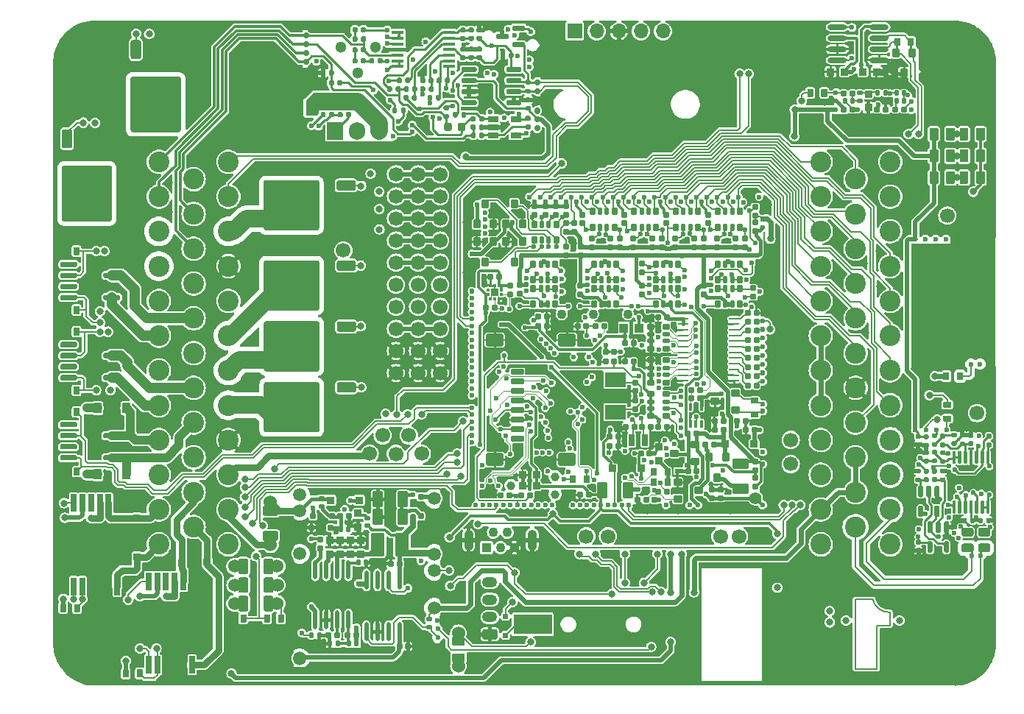
<source format=gbl>
G75*
G70*
%OFA0B0*%
%FSLAX25Y25*%
%IPPOS*%
%LPD*%
%AMOC8*
5,1,8,0,0,1.08239X$1,22.5*
%
%AMM109*
21,1,0.023620,0.018900,-0.000000,-0.000000,0.000000*
21,1,0.018900,0.023620,-0.000000,-0.000000,0.000000*
1,1,0.004720,0.009450,-0.009450*
1,1,0.004720,-0.009450,-0.009450*
1,1,0.004720,-0.009450,0.009450*
1,1,0.004720,0.009450,0.009450*
%
%AMM11*
21,1,0.023620,0.018900,0.000000,0.000000,90.000000*
21,1,0.018900,0.023620,0.000000,0.000000,90.000000*
1,1,0.004720,0.009450,0.009450*
1,1,0.004720,0.009450,-0.009450*
1,1,0.004720,-0.009450,-0.009450*
1,1,0.004720,-0.009450,0.009450*
%
%AMM110*
21,1,0.019680,0.019680,-0.000000,-0.000000,90.000000*
21,1,0.015750,0.023620,-0.000000,-0.000000,90.000000*
1,1,0.003940,0.009840,0.007870*
1,1,0.003940,0.009840,-0.007870*
1,1,0.003940,-0.009840,-0.007870*
1,1,0.003940,-0.009840,0.007870*
%
%AMM111*
21,1,0.033470,0.026770,-0.000000,-0.000000,90.000000*
21,1,0.026770,0.033470,-0.000000,-0.000000,90.000000*
1,1,0.006690,0.013390,0.013390*
1,1,0.006690,0.013390,-0.013390*
1,1,0.006690,-0.013390,-0.013390*
1,1,0.006690,-0.013390,0.013390*
%
%AMM112*
21,1,0.019680,0.019680,-0.000000,-0.000000,180.000000*
21,1,0.015750,0.023620,-0.000000,-0.000000,180.000000*
1,1,0.003940,-0.007870,0.009840*
1,1,0.003940,0.007870,0.009840*
1,1,0.003940,0.007870,-0.009840*
1,1,0.003940,-0.007870,-0.009840*
%
%AMM12*
21,1,0.019680,0.019680,0.000000,0.000000,0.000000*
21,1,0.015750,0.023620,0.000000,0.000000,0.000000*
1,1,0.003940,0.007870,-0.009840*
1,1,0.003940,-0.007870,-0.009840*
1,1,0.003940,-0.007870,0.009840*
1,1,0.003940,0.007870,0.009840*
%
%AMM13*
21,1,0.019680,0.019680,0.000000,0.000000,270.000000*
21,1,0.015750,0.023620,0.000000,0.000000,270.000000*
1,1,0.003940,-0.009840,-0.007870*
1,1,0.003940,-0.009840,0.007870*
1,1,0.003940,0.009840,0.007870*
1,1,0.003940,0.009840,-0.007870*
%
%AMM175*
21,1,0.025590,0.026380,-0.000000,-0.000000,90.000000*
21,1,0.020470,0.031500,-0.000000,-0.000000,90.000000*
1,1,0.005120,0.013190,0.010240*
1,1,0.005120,0.013190,-0.010240*
1,1,0.005120,-0.013190,-0.010240*
1,1,0.005120,-0.013190,0.010240*
%
%AMM176*
21,1,0.017720,0.027950,-0.000000,-0.000000,90.000000*
21,1,0.014170,0.031500,-0.000000,-0.000000,90.000000*
1,1,0.003540,0.013980,0.007090*
1,1,0.003540,0.013980,-0.007090*
1,1,0.003540,-0.013980,-0.007090*
1,1,0.003540,-0.013980,0.007090*
%
%AMM179*
21,1,0.027560,0.018900,-0.000000,-0.000000,270.000000*
21,1,0.022840,0.023620,-0.000000,-0.000000,270.000000*
1,1,0.004720,-0.009450,-0.011420*
1,1,0.004720,-0.009450,0.011420*
1,1,0.004720,0.009450,0.011420*
1,1,0.004720,0.009450,-0.011420*
%
%AMM181*
21,1,0.027560,0.018900,-0.000000,-0.000000,0.000000*
21,1,0.022840,0.023620,-0.000000,-0.000000,0.000000*
1,1,0.004720,0.011420,-0.009450*
1,1,0.004720,-0.011420,-0.009450*
1,1,0.004720,-0.011420,0.009450*
1,1,0.004720,0.011420,0.009450*
%
%AMM183*
21,1,0.035430,0.030320,-0.000000,-0.000000,90.000000*
21,1,0.028350,0.037400,-0.000000,-0.000000,90.000000*
1,1,0.007090,0.015160,0.014170*
1,1,0.007090,0.015160,-0.014170*
1,1,0.007090,-0.015160,-0.014170*
1,1,0.007090,-0.015160,0.014170*
%
%AMM186*
21,1,0.027560,0.030710,-0.000000,-0.000000,180.000000*
21,1,0.022050,0.036220,-0.000000,-0.000000,180.000000*
1,1,0.005510,-0.011020,0.015350*
1,1,0.005510,0.011020,0.015350*
1,1,0.005510,0.011020,-0.015350*
1,1,0.005510,-0.011020,-0.015350*
%
%AMM207*
21,1,0.033470,0.026770,-0.000000,-0.000000,270.000000*
21,1,0.026770,0.033470,-0.000000,-0.000000,270.000000*
1,1,0.006690,-0.013390,-0.013390*
1,1,0.006690,-0.013390,0.013390*
1,1,0.006690,0.013390,0.013390*
1,1,0.006690,0.013390,-0.013390*
%
%AMM208*
21,1,0.025590,0.026380,-0.000000,-0.000000,180.000000*
21,1,0.020470,0.031500,-0.000000,-0.000000,180.000000*
1,1,0.005120,-0.010240,0.013190*
1,1,0.005120,0.010240,0.013190*
1,1,0.005120,0.010240,-0.013190*
1,1,0.005120,-0.010240,-0.013190*
%
%AMM209*
21,1,0.017720,0.027950,-0.000000,-0.000000,180.000000*
21,1,0.014170,0.031500,-0.000000,-0.000000,180.000000*
1,1,0.003540,-0.007090,0.013980*
1,1,0.003540,0.007090,0.013980*
1,1,0.003540,0.007090,-0.013980*
1,1,0.003540,-0.007090,-0.013980*
%
%AMM210*
21,1,0.033470,0.026770,-0.000000,-0.000000,180.000000*
21,1,0.026770,0.033470,-0.000000,-0.000000,180.000000*
1,1,0.006690,-0.013390,0.013390*
1,1,0.006690,0.013390,0.013390*
1,1,0.006690,0.013390,-0.013390*
1,1,0.006690,-0.013390,-0.013390*
%
%AMM211*
21,1,0.078740,0.045670,-0.000000,-0.000000,0.000000*
21,1,0.067320,0.057090,-0.000000,-0.000000,0.000000*
1,1,0.011420,0.033660,-0.022840*
1,1,0.011420,-0.033660,-0.022840*
1,1,0.011420,-0.033660,0.022840*
1,1,0.011420,0.033660,0.022840*
%
%AMM212*
21,1,0.059060,0.020470,-0.000000,-0.000000,0.000000*
21,1,0.053940,0.025590,-0.000000,-0.000000,0.000000*
1,1,0.005120,0.026970,-0.010240*
1,1,0.005120,-0.026970,-0.010240*
1,1,0.005120,-0.026970,0.010240*
1,1,0.005120,0.026970,0.010240*
%
%AMM213*
21,1,0.035430,0.030320,-0.000000,-0.000000,0.000000*
21,1,0.028350,0.037400,-0.000000,-0.000000,0.000000*
1,1,0.007090,0.014170,-0.015160*
1,1,0.007090,-0.014170,-0.015160*
1,1,0.007090,-0.014170,0.015160*
1,1,0.007090,0.014170,0.015160*
%
%AMM214*
21,1,0.012600,0.028980,-0.000000,-0.000000,0.000000*
21,1,0.010080,0.031500,-0.000000,-0.000000,0.000000*
1,1,0.002520,0.005040,-0.014490*
1,1,0.002520,-0.005040,-0.014490*
1,1,0.002520,-0.005040,0.014490*
1,1,0.002520,0.005040,0.014490*
%
%AMM215*
21,1,0.070870,0.036220,-0.000000,-0.000000,180.000000*
21,1,0.061810,0.045280,-0.000000,-0.000000,180.000000*
1,1,0.009060,-0.030910,0.018110*
1,1,0.009060,0.030910,0.018110*
1,1,0.009060,0.030910,-0.018110*
1,1,0.009060,-0.030910,-0.018110*
%
%AMM216*
21,1,0.035830,0.026770,-0.000000,-0.000000,180.000000*
21,1,0.029130,0.033470,-0.000000,-0.000000,180.000000*
1,1,0.006690,-0.014570,0.013390*
1,1,0.006690,0.014570,0.013390*
1,1,0.006690,0.014570,-0.013390*
1,1,0.006690,-0.014570,-0.013390*
%
%AMM217*
21,1,0.027560,0.049610,-0.000000,-0.000000,180.000000*
21,1,0.022050,0.055120,-0.000000,-0.000000,180.000000*
1,1,0.005510,-0.011020,0.024800*
1,1,0.005510,0.011020,0.024800*
1,1,0.005510,0.011020,-0.024800*
1,1,0.005510,-0.011020,-0.024800*
%
%AMM218*
21,1,0.070870,0.036220,-0.000000,-0.000000,270.000000*
21,1,0.061810,0.045280,-0.000000,-0.000000,270.000000*
1,1,0.009060,-0.018110,-0.030910*
1,1,0.009060,-0.018110,0.030910*
1,1,0.009060,0.018110,0.030910*
1,1,0.009060,0.018110,-0.030910*
%
%AMM219*
21,1,0.027560,0.030710,-0.000000,-0.000000,270.000000*
21,1,0.022050,0.036220,-0.000000,-0.000000,270.000000*
1,1,0.005510,-0.015350,-0.011020*
1,1,0.005510,-0.015350,0.011020*
1,1,0.005510,0.015350,0.011020*
1,1,0.005510,0.015350,-0.011020*
%
%AMM241*
21,1,0.035430,0.030320,-0.000000,0.000000,0.000000*
21,1,0.028350,0.037400,-0.000000,0.000000,0.000000*
1,1,0.007090,0.014170,0.015160*
1,1,0.007090,-0.014170,0.015160*
1,1,0.007090,-0.014170,-0.015160*
1,1,0.007090,0.014170,-0.015160*
%
%AMM242*
21,1,0.033470,0.026770,-0.000000,0.000000,180.000000*
21,1,0.026770,0.033470,-0.000000,0.000000,180.000000*
1,1,0.006690,-0.013390,-0.013390*
1,1,0.006690,0.013390,-0.013390*
1,1,0.006690,0.013390,0.013390*
1,1,0.006690,-0.013390,0.013390*
%
%AMM243*
21,1,0.027560,0.030710,-0.000000,0.000000,0.000000*
21,1,0.022050,0.036220,-0.000000,0.000000,0.000000*
1,1,0.005510,0.011020,0.015350*
1,1,0.005510,-0.011020,0.015350*
1,1,0.005510,-0.011020,-0.015350*
1,1,0.005510,0.011020,-0.015350*
%
%AMM27*
21,1,0.023620,0.018900,0.000000,0.000000,0.000000*
21,1,0.018900,0.023620,0.000000,0.000000,0.000000*
1,1,0.004720,0.009450,-0.009450*
1,1,0.004720,-0.009450,-0.009450*
1,1,0.004720,-0.009450,0.009450*
1,1,0.004720,0.009450,0.009450*
%
%AMM28*
21,1,0.106300,0.050390,0.000000,0.000000,90.000000*
21,1,0.093700,0.062990,0.000000,0.000000,90.000000*
1,1,0.012600,0.025200,0.046850*
1,1,0.012600,0.025200,-0.046850*
1,1,0.012600,-0.025200,-0.046850*
1,1,0.012600,-0.025200,0.046850*
%
%AMM29*
21,1,0.033470,0.026770,0.000000,0.000000,270.000000*
21,1,0.026770,0.033470,0.000000,0.000000,270.000000*
1,1,0.006690,-0.013390,-0.013390*
1,1,0.006690,-0.013390,0.013390*
1,1,0.006690,0.013390,0.013390*
1,1,0.006690,0.013390,-0.013390*
%
%AMM30*
21,1,0.122050,0.075590,0.000000,0.000000,180.000000*
21,1,0.103150,0.094490,0.000000,0.000000,180.000000*
1,1,0.018900,-0.051580,0.037800*
1,1,0.018900,0.051580,0.037800*
1,1,0.018900,0.051580,-0.037800*
1,1,0.018900,-0.051580,-0.037800*
%
%AMM31*
21,1,0.118110,0.083460,0.000000,0.000000,0.000000*
21,1,0.097240,0.104330,0.000000,0.000000,0.000000*
1,1,0.020870,0.048620,-0.041730*
1,1,0.020870,-0.048620,-0.041730*
1,1,0.020870,-0.048620,0.041730*
1,1,0.020870,0.048620,0.041730*
%
%AMM7*
21,1,0.035830,0.026770,0.000000,0.000000,0.000000*
21,1,0.029130,0.033470,0.000000,0.000000,0.000000*
1,1,0.006690,0.014570,-0.013390*
1,1,0.006690,-0.014570,-0.013390*
1,1,0.006690,-0.014570,0.013390*
1,1,0.006690,0.014570,0.013390*
%
%AMM8*
21,1,0.070870,0.036220,0.000000,0.000000,90.000000*
21,1,0.061810,0.045280,0.000000,0.000000,90.000000*
1,1,0.009060,0.018110,0.030910*
1,1,0.009060,0.018110,-0.030910*
1,1,0.009060,-0.018110,-0.030910*
1,1,0.009060,-0.018110,0.030910*
%
%ADD10C,0.06693*%
%ADD100M7*%
%ADD101M8*%
%ADD104M11*%
%ADD105M12*%
%ADD106M13*%
%ADD107O,0.00787X0.40158*%
%ADD11C,0.02756*%
%ADD124M27*%
%ADD125M28*%
%ADD126M29*%
%ADD127O,0.01968X0.08661*%
%ADD128M30*%
%ADD129M31*%
%ADD14R,0.00984X0.04331*%
%ADD15R,0.00984X0.03858*%
%ADD150C,0.05118*%
%ADD154R,0.07500X0.07874*%
%ADD155O,0.07500X0.07874*%
%ADD156C,0.03900*%
%ADD158R,0.05709X0.01772*%
%ADD159R,0.04803X0.02559*%
%ADD17R,1.08661X0.00984*%
%ADD174O,0.08661X0.02362*%
%ADD182C,0.00492*%
%ADD183C,0.01260*%
%ADD184C,0.05512*%
%ADD19R,0.00984X0.03740*%
%ADD20C,0.05906*%
%ADD21C,0.02362*%
%ADD217R,0.01378X0.01476*%
%ADD218R,0.01968X0.01968*%
%ADD22O,0.00787X0.12992*%
%ADD220O,0.04961X0.00984*%
%ADD222R,0.09449X0.06693*%
%ADD223R,0.01476X0.01378*%
%ADD225R,0.03937X0.04331*%
%ADD23O,0.00787X0.40157*%
%ADD24O,0.00787X0.01181*%
%ADD247O,0.01968X0.00984*%
%ADD248O,0.00984X0.01968*%
%ADD25O,0.66929X0.00787*%
%ADD26O,0.60630X0.00787*%
%ADD268M109*%
%ADD269M110*%
%ADD27O,0.00787X0.18898*%
%ADD270M111*%
%ADD271M112*%
%ADD28O,0.00787X0.10236*%
%ADD29O,0.00787X0.03937*%
%ADD30O,0.00787X0.05906*%
%ADD31R,0.24350X0.00984*%
%ADD32R,0.04390X0.00984*%
%ADD33R,0.00984X0.56201*%
%ADD34R,0.00984X0.59449*%
%ADD35R,0.20374X0.00984*%
%ADD36R,0.04331X0.04331*%
%ADD37C,0.04331*%
%ADD371M175*%
%ADD372M176*%
%ADD375M179*%
%ADD377M181*%
%ADD379M183*%
%ADD38O,0.04331X0.09449*%
%ADD382M186*%
%ADD39O,0.00787X0.04823*%
%ADD40O,0.36614X0.00787*%
%ADD403M207*%
%ADD404M208*%
%ADD405M209*%
%ADD406M210*%
%ADD407M211*%
%ADD408M212*%
%ADD409M213*%
%ADD41C,0.09449*%
%ADD410M214*%
%ADD411M215*%
%ADD412M216*%
%ADD413M217*%
%ADD414M218*%
%ADD415M219*%
%ADD42C,0.15748*%
%ADD43R,0.00787X0.14567*%
%ADD44R,0.00787X0.01575*%
%ADD442M241*%
%ADD443M242*%
%ADD444M243*%
%ADD45R,0.00787X0.06299*%
%ADD46R,0.00787X0.38189*%
%ADD47R,0.00787X0.09055*%
%ADD48R,0.05512X0.00787*%
%ADD49R,0.25197X0.00787*%
%ADD50R,0.06693X0.00787*%
%ADD51R,0.12992X0.00787*%
%ADD52R,0.00787X0.27559*%
%ADD53R,0.00787X0.12992*%
%ADD54R,0.00787X0.24803*%
%ADD56R,0.06693X0.06693*%
%ADD57O,0.06693X0.06693*%
%ADD58O,0.06890X0.04724*%
%ADD59C,0.06000*%
%ADD60C,0.03150*%
%ADD61C,0.00787*%
%ADD62C,0.01969*%
%ADD63C,0.01181*%
%ADD64C,0.03937*%
%ADD65C,0.04724*%
%ADD66C,0.07874*%
%ADD68C,0.00591*%
%ADD70C,0.00984*%
%ADD76R,0.00984X0.24803*%
%ADD77R,0.00984X0.34449*%
%ADD78R,0.17323X0.09055*%
%ADD79R,0.15748X0.09055*%
%ADD80R,0.02559X0.07874*%
%ADD81R,0.31890X0.17717*%
%ADD82O,0.00787X0.22323*%
%ADD83O,0.43701X0.00787*%
%ADD84O,0.38583X0.01575*%
%ADD85O,0.01969X0.00984*%
%ADD86O,0.00787X0.26772*%
%ADD87O,0.00984X0.01969*%
%ADD92C,0.01968*%
%ADD93C,0.01575*%
X0000000Y0000000D02*
%LPD*%
G01*
D61*
X0363975Y0039932D02*
X0363975Y0008436D01*
X0363975Y0008436D02*
X0373818Y0008436D01*
X0371849Y0039932D02*
X0363975Y0039932D01*
X0373818Y0028121D02*
X0379723Y0028121D01*
X0373818Y0008436D02*
X0373818Y0028121D01*
X0379723Y0034026D02*
X0379723Y0028121D01*
X0379723Y0034026D02*
G75*
G02*
X0371849Y0039932I-000309J0007791D01*
G01*
D10*
X0132146Y0197893D03*
X0302894Y0068445D03*
D11*
X0115197Y0295216D03*
X0115197Y0283405D03*
X0115197Y0287342D03*
X0115197Y0291279D03*
D14*
X0221398Y0248563D03*
D15*
X0221398Y0265649D03*
D76*
X0221398Y0289114D03*
D17*
X0167559Y0246889D03*
X0167559Y0301023D03*
D77*
X0113720Y0263622D03*
D19*
X0113720Y0299645D03*
D11*
X0219887Y0257224D03*
X0219887Y0261161D03*
X0219887Y0274137D03*
X0219887Y0270137D03*
X0219887Y0253287D03*
D10*
X0419114Y0124271D03*
D20*
X0173386Y0085630D03*
X0173386Y0060433D03*
X0173386Y0052952D03*
X0173386Y0036023D03*
D21*
X0175157Y0026574D03*
X0175157Y0022637D03*
D22*
X0109803Y0070472D03*
D23*
X0109803Y0037007D03*
D24*
X0109803Y0009055D03*
D25*
X0142874Y0008858D03*
D26*
X0146024Y0089960D03*
D20*
X0173386Y0011417D03*
D24*
X0175945Y0089763D03*
D27*
X0175945Y0073228D03*
D28*
X0175945Y0044291D03*
D29*
X0175945Y0030511D03*
D30*
X0175945Y0017519D03*
D20*
X0112362Y0087401D03*
X0112362Y0080118D03*
X0112362Y0060630D03*
X0112362Y0013189D03*
D10*
X0155886Y0105807D03*
X0242146Y0068484D03*
D21*
X0400610Y0116574D03*
X0405335Y0116574D03*
X0395886Y0116574D03*
X0391161Y0116574D03*
D31*
X0401663Y0058897D03*
D32*
X0425482Y0058897D03*
D33*
X0389980Y0086506D03*
D34*
X0427185Y0088130D03*
D35*
X0417490Y0117362D03*
D21*
X0416594Y0059783D03*
X0420531Y0059783D03*
D36*
X0196949Y0063307D03*
D37*
X0200098Y0070196D03*
X0203248Y0063307D03*
X0206398Y0070196D03*
X0209547Y0063307D03*
D38*
X0188878Y0066752D03*
X0217618Y0066752D03*
D21*
X0355177Y0261791D03*
D39*
X0390217Y0269567D03*
D40*
X0372303Y0259429D03*
X0372303Y0271633D03*
D21*
X0355177Y0265531D03*
X0355177Y0269271D03*
X0389429Y0265334D03*
X0389429Y0261791D03*
D10*
X0405650Y0213681D03*
D41*
X0379823Y0238051D03*
X0379823Y0222303D03*
X0379823Y0206555D03*
X0379823Y0190807D03*
X0379823Y0175059D03*
X0379823Y0159311D03*
X0379823Y0143563D03*
X0379823Y0127815D03*
X0379823Y0112067D03*
X0379823Y0096319D03*
X0379823Y0080570D03*
X0379823Y0064822D03*
X0364075Y0230177D03*
X0364075Y0214429D03*
X0364075Y0198681D03*
X0364075Y0182933D03*
X0364075Y0167185D03*
X0364075Y0151437D03*
X0364075Y0135689D03*
X0364075Y0119941D03*
X0364075Y0104193D03*
X0364075Y0088445D03*
X0364075Y0072696D03*
X0348327Y0238051D03*
X0348327Y0222303D03*
X0348327Y0206555D03*
X0348327Y0190807D03*
X0348327Y0175059D03*
X0348327Y0159311D03*
X0348327Y0143563D03*
X0348327Y0127815D03*
X0348327Y0112067D03*
X0348327Y0096319D03*
X0348327Y0080570D03*
X0348327Y0064822D03*
D11*
X0335335Y0288248D03*
X0339665Y0286476D03*
X0331004Y0286476D03*
X0406594Y0282342D03*
X0341437Y0282145D03*
D42*
X0335335Y0282145D03*
D11*
X0329232Y0282145D03*
X0410925Y0280570D03*
X0402264Y0280570D03*
X0339665Y0277815D03*
X0331004Y0277815D03*
X0412697Y0276240D03*
D42*
X0406594Y0276240D03*
D11*
X0400492Y0276240D03*
X0335335Y0276043D03*
X0410925Y0271909D03*
X0402264Y0271909D03*
X0406594Y0270137D03*
X0406594Y0032736D03*
X0410925Y0030964D03*
X0402264Y0030964D03*
X0335335Y0026830D03*
X0412697Y0026633D03*
D42*
X0406594Y0026633D03*
D11*
X0400492Y0026633D03*
X0339665Y0025059D03*
X0331004Y0025059D03*
X0410925Y0022303D03*
X0402264Y0022303D03*
X0341437Y0020728D03*
D42*
X0335335Y0020728D03*
D11*
X0329232Y0020728D03*
X0406594Y0020531D03*
X0339665Y0016397D03*
X0331004Y0016397D03*
X0335335Y0014626D03*
D10*
X0144075Y0105846D03*
X0334744Y0112106D03*
X0156004Y0142382D03*
X0156004Y0152382D03*
X0156004Y0162382D03*
X0156004Y0172382D03*
X0156004Y0182382D03*
X0166004Y0142382D03*
X0166004Y0152382D03*
X0166004Y0162382D03*
X0166004Y0172382D03*
X0166004Y0182382D03*
X0176004Y0142382D03*
X0176004Y0152382D03*
X0176004Y0162382D03*
X0176004Y0172382D03*
X0176004Y0182382D03*
X0251988Y0068484D03*
X0161791Y0114193D03*
X0149980Y0114160D03*
X0311358Y0068445D03*
D21*
X0190492Y0196437D03*
X0190492Y0179507D03*
X0190492Y0176358D03*
X0190492Y0173208D03*
X0190492Y0170059D03*
X0190492Y0166909D03*
X0190492Y0163759D03*
X0190492Y0160610D03*
X0190492Y0157460D03*
X0190492Y0154311D03*
X0190492Y0151161D03*
X0190492Y0148011D03*
X0190492Y0144862D03*
X0190492Y0141712D03*
X0190492Y0138563D03*
X0190492Y0135413D03*
X0190492Y0132263D03*
X0190492Y0126752D03*
X0190492Y0123602D03*
X0190492Y0120452D03*
X0190492Y0117303D03*
X0190492Y0114153D03*
X0190492Y0111004D03*
D43*
X0322776Y0091909D03*
D44*
X0322776Y0103917D03*
D43*
X0322776Y0115925D03*
D45*
X0322776Y0133444D03*
D46*
X0322776Y0187185D03*
D47*
X0322776Y0218681D03*
D48*
X0315689Y0222815D03*
D49*
X0307421Y0081870D03*
D50*
X0283602Y0081870D03*
D51*
X0269823Y0081870D03*
D48*
X0231437Y0081870D03*
D49*
X0201909Y0222815D03*
D52*
X0189705Y0095255D03*
D44*
X0189705Y0129508D03*
D53*
X0189705Y0187972D03*
D54*
X0189705Y0210807D03*
D21*
X0192067Y0082657D03*
X0195216Y0082657D03*
X0198366Y0082657D03*
X0201516Y0082657D03*
X0204665Y0082657D03*
X0207815Y0082657D03*
X0210965Y0082657D03*
X0214114Y0082657D03*
X0217264Y0082657D03*
X0220413Y0082657D03*
X0223563Y0082657D03*
X0226713Y0082657D03*
X0236161Y0082657D03*
X0239311Y0082657D03*
X0242461Y0082657D03*
X0245610Y0082657D03*
X0248760Y0082657D03*
X0251909Y0082657D03*
X0255059Y0082657D03*
X0258209Y0082657D03*
X0261358Y0082657D03*
X0278287Y0082657D03*
X0288917Y0082657D03*
X0292854Y0082657D03*
X0321988Y0082657D03*
X0216476Y0222027D03*
X0221201Y0222027D03*
X0225925Y0222027D03*
X0230650Y0222027D03*
X0235374Y0222027D03*
X0240098Y0222027D03*
X0244823Y0222027D03*
X0249547Y0222027D03*
X0254272Y0222027D03*
X0258996Y0222027D03*
X0263720Y0222027D03*
X0268445Y0222027D03*
X0273169Y0222027D03*
X0277894Y0222027D03*
X0282618Y0222027D03*
X0287342Y0222027D03*
X0292067Y0222027D03*
X0296791Y0222027D03*
X0301516Y0222027D03*
X0306240Y0222027D03*
X0310965Y0222027D03*
X0320413Y0222027D03*
X0321988Y0212185D03*
X0321988Y0208248D03*
X0321988Y0166122D03*
X0321988Y0162185D03*
X0321988Y0158248D03*
X0321988Y0154311D03*
X0321988Y0150374D03*
X0321988Y0146437D03*
X0321988Y0142500D03*
X0321988Y0138563D03*
X0321988Y0128326D03*
X0321988Y0125177D03*
X0321988Y0106673D03*
X0321988Y0101161D03*
D10*
X0167697Y0105846D03*
D56*
X0236909Y0297185D03*
D57*
X0246909Y0297185D03*
X0256909Y0297185D03*
X0266909Y0297185D03*
X0276909Y0297185D03*
D21*
X0400433Y0203051D03*
X0405157Y0203051D03*
X0395709Y0203051D03*
X0390984Y0203051D03*
D31*
X0401486Y0145374D03*
D32*
X0425305Y0145374D03*
D33*
X0389803Y0172982D03*
D34*
X0427008Y0174606D03*
D35*
X0417313Y0203838D03*
D21*
X0416417Y0146259D03*
X0420354Y0146259D03*
D41*
X0048642Y0064822D03*
X0048642Y0080570D03*
X0048642Y0096319D03*
X0048642Y0112067D03*
X0048642Y0127815D03*
X0048642Y0143563D03*
X0048642Y0159311D03*
X0048642Y0175059D03*
X0048642Y0190807D03*
X0048642Y0206555D03*
X0048642Y0222303D03*
X0048642Y0238051D03*
X0064390Y0072696D03*
X0064390Y0088445D03*
X0064390Y0104193D03*
X0064390Y0119941D03*
X0064390Y0135689D03*
X0064390Y0151437D03*
X0064390Y0167185D03*
X0064390Y0182933D03*
X0064390Y0198681D03*
X0064390Y0214429D03*
X0064390Y0230177D03*
X0080138Y0064822D03*
X0080138Y0080570D03*
X0080138Y0096319D03*
X0080138Y0112067D03*
X0080138Y0127815D03*
X0080138Y0143563D03*
X0080138Y0159311D03*
X0080138Y0175059D03*
X0080138Y0190807D03*
X0080138Y0206555D03*
X0080138Y0222303D03*
X0080138Y0238051D03*
D11*
X0093130Y0014626D03*
X0088799Y0016397D03*
X0097461Y0016397D03*
X0021870Y0020531D03*
X0087028Y0020728D03*
D42*
X0093130Y0020728D03*
D11*
X0099232Y0020728D03*
X0017539Y0022303D03*
X0026201Y0022303D03*
X0088799Y0025059D03*
X0097461Y0025059D03*
X0015768Y0026633D03*
D42*
X0021870Y0026633D03*
D11*
X0027972Y0026633D03*
X0093130Y0026830D03*
X0017539Y0030964D03*
X0026201Y0030964D03*
X0021870Y0032736D03*
X0021870Y0270137D03*
X0017539Y0271909D03*
X0026201Y0271909D03*
X0093130Y0276043D03*
X0015768Y0276240D03*
D42*
X0021870Y0276240D03*
D11*
X0027972Y0276240D03*
X0088799Y0277815D03*
X0097461Y0277815D03*
X0017539Y0280570D03*
X0026201Y0280570D03*
X0087028Y0282145D03*
D42*
X0093130Y0282145D03*
D11*
X0099232Y0282145D03*
X0021870Y0282342D03*
X0088799Y0286476D03*
X0097461Y0286476D03*
X0093130Y0288248D03*
G36*
G01*
X0200984Y0021673D02*
X0196063Y0021673D01*
G75*
G02*
X0195079Y0022657I0000000J0000984D01*
G01*
X0195079Y0025413D01*
G75*
G02*
X0196063Y0026397I0000984J0000000D01*
G01*
X0200984Y0026397D01*
G75*
G02*
X0201969Y0025413I0000000J-000984D01*
G01*
X0201969Y0022657D01*
G75*
G02*
X0200984Y0021673I-000984J0000000D01*
G01*
G37*
D58*
X0198524Y0031909D03*
X0198524Y0039783D03*
X0198524Y0047657D03*
D10*
X0334744Y0101161D03*
X0156004Y0192382D03*
X0156004Y0202382D03*
X0156004Y0212382D03*
X0156004Y0222382D03*
X0156004Y0232382D03*
X0166004Y0192382D03*
X0166004Y0202382D03*
X0166004Y0212382D03*
X0166004Y0222382D03*
X0166004Y0232382D03*
X0176004Y0192382D03*
X0176004Y0202382D03*
X0176004Y0212382D03*
X0176004Y0222382D03*
X0176004Y0232382D03*
G36*
G01*
X0409036Y0253070D02*
X0409036Y0248149D01*
G75*
G02*
X0408642Y0247756I-000394J0000000D01*
G01*
X0405492Y0247756D01*
G75*
G02*
X0405099Y0248149I0000000J0000394D01*
G01*
X0405099Y0253070D01*
G75*
G02*
X0405492Y0253464I0000394J0000000D01*
G01*
X0408642Y0253464D01*
G75*
G02*
X0409036Y0253070I0000000J-000394D01*
G01*
G37*
G36*
G01*
X0401555Y0253070D02*
X0401555Y0248149D01*
G75*
G02*
X0401161Y0247756I-000394J0000000D01*
G01*
X0398012Y0247756D01*
G75*
G02*
X0397618Y0248149I0000000J0000394D01*
G01*
X0397618Y0253070D01*
G75*
G02*
X0398012Y0253464I0000394J0000000D01*
G01*
X0401161Y0253464D01*
G75*
G02*
X0401555Y0253070I0000000J-000394D01*
G01*
G37*
G36*
G01*
X0409036Y0243228D02*
X0409036Y0238307D01*
G75*
G02*
X0408642Y0237913I-000394J0000000D01*
G01*
X0405492Y0237913D01*
G75*
G02*
X0405099Y0238307I0000000J0000394D01*
G01*
X0405099Y0243228D01*
G75*
G02*
X0405492Y0243622I0000394J0000000D01*
G01*
X0408642Y0243622D01*
G75*
G02*
X0409036Y0243228I0000000J-000394D01*
G01*
G37*
G36*
G01*
X0401555Y0243228D02*
X0401555Y0238307D01*
G75*
G02*
X0401161Y0237913I-000394J0000000D01*
G01*
X0398012Y0237913D01*
G75*
G02*
X0397618Y0238307I0000000J0000394D01*
G01*
X0397618Y0243228D01*
G75*
G02*
X0398012Y0243622I0000394J0000000D01*
G01*
X0401161Y0243622D01*
G75*
G02*
X0401555Y0243228I0000000J-000394D01*
G01*
G37*
G36*
G01*
X0019134Y0094547D02*
X0019134Y0098563D01*
G75*
G02*
X0019488Y0098917I0000354J0000000D01*
G01*
X0022323Y0098917D01*
G75*
G02*
X0022677Y0098563I0000000J-000354D01*
G01*
X0022677Y0094547D01*
G75*
G02*
X0022323Y0094193I-000354J0000000D01*
G01*
X0019488Y0094193D01*
G75*
G02*
X0019134Y0094547I0000000J0000354D01*
G01*
G37*
G36*
G01*
X0032126Y0094547D02*
X0032126Y0098563D01*
G75*
G02*
X0032480Y0098917I0000354J0000000D01*
G01*
X0035315Y0098917D01*
G75*
G02*
X0035669Y0098563I0000000J-000354D01*
G01*
X0035669Y0094547D01*
G75*
G02*
X0035315Y0094193I-000354J0000000D01*
G01*
X0032480Y0094193D01*
G75*
G02*
X0032126Y0094547I0000000J0000354D01*
G01*
G37*
D78*
X0217933Y0028563D03*
D79*
X0280925Y0028563D03*
D59*
X0102185Y0038011D03*
G36*
G01*
X0099606Y0034468D02*
X0096890Y0034468D01*
G75*
G02*
X0095984Y0035374I0000000J0000906D01*
G01*
X0095984Y0040649D01*
G75*
G02*
X0096890Y0041555I0000906J0000000D01*
G01*
X0099606Y0041555D01*
G75*
G02*
X0100512Y0040649I0000000J-000906D01*
G01*
X0100512Y0035374D01*
G75*
G02*
X0099606Y0034468I-000906J0000000D01*
G01*
G37*
G36*
G01*
X0088189Y0034468D02*
X0085472Y0034468D01*
G75*
G02*
X0084567Y0035374I0000000J0000906D01*
G01*
X0084567Y0040649D01*
G75*
G02*
X0085472Y0041555I0000906J0000000D01*
G01*
X0088189Y0041555D01*
G75*
G02*
X0089094Y0040649I0000000J-000906D01*
G01*
X0089094Y0035374D01*
G75*
G02*
X0088189Y0034468I-000906J0000000D01*
G01*
G37*
X0082894Y0038011D03*
G36*
G01*
X0050984Y0054921D02*
X0050984Y0057598D01*
G75*
G02*
X0051319Y0057933I0000335J0000000D01*
G01*
X0053996Y0057933D01*
G75*
G02*
X0054331Y0057598I0000000J-000335D01*
G01*
X0054331Y0054921D01*
G75*
G02*
X0053996Y0054586I-000335J0000000D01*
G01*
X0051319Y0054586D01*
G75*
G02*
X0050984Y0054921I0000000J0000335D01*
G01*
G37*
G36*
G01*
X0057205Y0054921D02*
X0057205Y0057598D01*
G75*
G02*
X0057539Y0057933I0000335J0000000D01*
G01*
X0060217Y0057933D01*
G75*
G02*
X0060551Y0057598I0000000J-000335D01*
G01*
X0060551Y0054921D01*
G75*
G02*
X0060217Y0054586I-000335J0000000D01*
G01*
X0057539Y0054586D01*
G75*
G02*
X0057205Y0054921I0000000J0000335D01*
G01*
G37*
G36*
G01*
X0005659Y0252815D02*
X0008415Y0252815D01*
G75*
G02*
X0009400Y0251830I0000000J-000984D01*
G01*
X0009400Y0245137D01*
G75*
G02*
X0008415Y0244153I-000984J0000000D01*
G01*
X0005659Y0244153D01*
G75*
G02*
X0004675Y0245137I0000000J0000984D01*
G01*
X0004675Y0251830D01*
G75*
G02*
X0005659Y0252815I0000984J0000000D01*
G01*
G37*
G36*
G01*
X0017589Y0236279D02*
X0026447Y0236279D01*
G75*
G02*
X0027431Y0235295I0000000J-000984D01*
G01*
X0027431Y0225256D01*
G75*
G02*
X0026447Y0224271I-000984J0000000D01*
G01*
X0017589Y0224271D01*
G75*
G02*
X0016604Y0225256I0000000J0000984D01*
G01*
X0016604Y0235295D01*
G75*
G02*
X0017589Y0236279I0000984J0000000D01*
G01*
G37*
G36*
G01*
X0005581Y0236279D02*
X0014439Y0236279D01*
G75*
G02*
X0015423Y0235295I0000000J-000984D01*
G01*
X0015423Y0225256D01*
G75*
G02*
X0014439Y0224271I-000984J0000000D01*
G01*
X0005581Y0224271D01*
G75*
G02*
X0004596Y0225256I0000000J0000984D01*
G01*
X0004596Y0235295D01*
G75*
G02*
X0005581Y0236279I0000984J0000000D01*
G01*
G37*
G36*
G01*
X0005581Y0236279D02*
X0026447Y0236279D01*
G75*
G02*
X0027431Y0235295I0000000J-000984D01*
G01*
X0027431Y0212067D01*
G75*
G02*
X0026447Y0211082I-000984J0000000D01*
G01*
X0005581Y0211082D01*
G75*
G02*
X0004596Y0212067I0000000J0000984D01*
G01*
X0004596Y0235295D01*
G75*
G02*
X0005581Y0236279I0000984J0000000D01*
G01*
G37*
G36*
G01*
X0017589Y0223090D02*
X0026447Y0223090D01*
G75*
G02*
X0027431Y0222106I0000000J-000984D01*
G01*
X0027431Y0212067D01*
G75*
G02*
X0026447Y0211082I-000984J0000000D01*
G01*
X0017589Y0211082D01*
G75*
G02*
X0016604Y0212067I0000000J0000984D01*
G01*
X0016604Y0222106D01*
G75*
G02*
X0017589Y0223090I0000984J0000000D01*
G01*
G37*
G36*
G01*
X0005581Y0223090D02*
X0014439Y0223090D01*
G75*
G02*
X0015423Y0222106I0000000J-000984D01*
G01*
X0015423Y0212067D01*
G75*
G02*
X0014439Y0211082I-000984J0000000D01*
G01*
X0005581Y0211082D01*
G75*
G02*
X0004596Y0212067I0000000J0000984D01*
G01*
X0004596Y0222106D01*
G75*
G02*
X0005581Y0223090I0000984J0000000D01*
G01*
G37*
G36*
G01*
X0023612Y0252815D02*
X0026368Y0252815D01*
G75*
G02*
X0027352Y0251830I0000000J-000984D01*
G01*
X0027352Y0245137D01*
G75*
G02*
X0026368Y0244153I-000984J0000000D01*
G01*
X0023612Y0244153D01*
G75*
G02*
X0022628Y0245137I0000000J0000984D01*
G01*
X0022628Y0251830D01*
G75*
G02*
X0023612Y0252815I0000984J0000000D01*
G01*
G37*
G36*
G01*
X0137874Y0137263D02*
X0137874Y0134508D01*
G75*
G02*
X0136890Y0133523I-000984J0000000D01*
G01*
X0130197Y0133523D01*
G75*
G02*
X0129213Y0134508I0000000J0000984D01*
G01*
X0129213Y0137263D01*
G75*
G02*
X0130197Y0138248I0000984J0000000D01*
G01*
X0136890Y0138248D01*
G75*
G02*
X0137874Y0137263I0000000J-000984D01*
G01*
G37*
G36*
G01*
X0121339Y0125334D02*
X0121339Y0116476D01*
G75*
G02*
X0120354Y0115492I-000984J0000000D01*
G01*
X0110315Y0115492D01*
G75*
G02*
X0109331Y0116476I0000000J0000984D01*
G01*
X0109331Y0125334D01*
G75*
G02*
X0110315Y0126319I0000984J0000000D01*
G01*
X0120354Y0126319D01*
G75*
G02*
X0121339Y0125334I0000000J-000984D01*
G01*
G37*
G36*
G01*
X0121339Y0137342D02*
X0121339Y0128484D01*
G75*
G02*
X0120354Y0127500I-000984J0000000D01*
G01*
X0110315Y0127500D01*
G75*
G02*
X0109331Y0128484I0000000J0000984D01*
G01*
X0109331Y0137342D01*
G75*
G02*
X0110315Y0138326I0000984J0000000D01*
G01*
X0120354Y0138326D01*
G75*
G02*
X0121339Y0137342I0000000J-000984D01*
G01*
G37*
G36*
G01*
X0121339Y0137342D02*
X0121339Y0116476D01*
G75*
G02*
X0120354Y0115492I-000984J0000000D01*
G01*
X0097126Y0115492D01*
G75*
G02*
X0096142Y0116476I0000000J0000984D01*
G01*
X0096142Y0137342D01*
G75*
G02*
X0097126Y0138326I0000984J0000000D01*
G01*
X0120354Y0138326D01*
G75*
G02*
X0121339Y0137342I0000000J-000984D01*
G01*
G37*
G36*
G01*
X0108150Y0125334D02*
X0108150Y0116476D01*
G75*
G02*
X0107165Y0115492I-000984J0000000D01*
G01*
X0097126Y0115492D01*
G75*
G02*
X0096142Y0116476I0000000J0000984D01*
G01*
X0096142Y0125334D01*
G75*
G02*
X0097126Y0126319I0000984J0000000D01*
G01*
X0107165Y0126319D01*
G75*
G02*
X0108150Y0125334I0000000J-000984D01*
G01*
G37*
G36*
G01*
X0108150Y0137342D02*
X0108150Y0128484D01*
G75*
G02*
X0107165Y0127500I-000984J0000000D01*
G01*
X0097126Y0127500D01*
G75*
G02*
X0096142Y0128484I0000000J0000984D01*
G01*
X0096142Y0137342D01*
G75*
G02*
X0097126Y0138326I0000984J0000000D01*
G01*
X0107165Y0138326D01*
G75*
G02*
X0108150Y0137342I0000000J-000984D01*
G01*
G37*
G36*
G01*
X0137874Y0119311D02*
X0137874Y0116555D01*
G75*
G02*
X0136890Y0115570I-000984J0000000D01*
G01*
X0130197Y0115570D01*
G75*
G02*
X0129213Y0116555I0000000J0000984D01*
G01*
X0129213Y0119311D01*
G75*
G02*
X0130197Y0120295I0000984J0000000D01*
G01*
X0136890Y0120295D01*
G75*
G02*
X0137874Y0119311I0000000J-000984D01*
G01*
G37*
G36*
G01*
X0003681Y0196043D02*
X0003681Y0199114D01*
G75*
G02*
X0003957Y0199389I0000276J0000000D01*
G01*
X0006161Y0199389D01*
G75*
G02*
X0006437Y0199114I0000000J-000276D01*
G01*
X0006437Y0196043D01*
G75*
G02*
X0006161Y0195767I-000276J0000000D01*
G01*
X0003957Y0195767D01*
G75*
G02*
X0003681Y0196043I0000000J0000276D01*
G01*
G37*
G36*
G01*
X0009980Y0196043D02*
X0009980Y0199114D01*
G75*
G02*
X0010256Y0199389I0000276J0000000D01*
G01*
X0012461Y0199389D01*
G75*
G02*
X0012736Y0199114I0000000J-000276D01*
G01*
X0012736Y0196043D01*
G75*
G02*
X0012461Y0195767I-000276J0000000D01*
G01*
X0010256Y0195767D01*
G75*
G02*
X0009980Y0196043I0000000J0000276D01*
G01*
G37*
G36*
G01*
X0403720Y0139429D02*
X0403720Y0142500D01*
G75*
G02*
X0403996Y0142775I0000276J0000000D01*
G01*
X0406201Y0142775D01*
G75*
G02*
X0406476Y0142500I0000000J-000276D01*
G01*
X0406476Y0139429D01*
G75*
G02*
X0406201Y0139153I-000276J0000000D01*
G01*
X0403996Y0139153D01*
G75*
G02*
X0403720Y0139429I0000000J0000276D01*
G01*
G37*
G36*
G01*
X0410020Y0139429D02*
X0410020Y0142500D01*
G75*
G02*
X0410295Y0142775I0000276J0000000D01*
G01*
X0412500Y0142775D01*
G75*
G02*
X0412776Y0142500I0000000J-000276D01*
G01*
X0412776Y0139429D01*
G75*
G02*
X0412500Y0139153I-000276J0000000D01*
G01*
X0410295Y0139153D01*
G75*
G02*
X0410020Y0139429I0000000J0000276D01*
G01*
G37*
X0102224Y0046397D03*
G36*
G01*
X0099646Y0042854D02*
X0096929Y0042854D01*
G75*
G02*
X0096024Y0043759I0000000J0000906D01*
G01*
X0096024Y0049035D01*
G75*
G02*
X0096929Y0049941I0000906J0000000D01*
G01*
X0099646Y0049941D01*
G75*
G02*
X0100551Y0049035I0000000J-000906D01*
G01*
X0100551Y0043759D01*
G75*
G02*
X0099646Y0042854I-000906J0000000D01*
G01*
G37*
G36*
G01*
X0088228Y0042854D02*
X0085512Y0042854D01*
G75*
G02*
X0084606Y0043759I0000000J0000906D01*
G01*
X0084606Y0049035D01*
G75*
G02*
X0085512Y0049941I0000906J0000000D01*
G01*
X0088228Y0049941D01*
G75*
G02*
X0089134Y0049035I0000000J-000906D01*
G01*
X0089134Y0043759D01*
G75*
G02*
X0088228Y0042854I-000906J0000000D01*
G01*
G37*
X0082933Y0046397D03*
G36*
G01*
X0137835Y0192421D02*
X0137835Y0189665D01*
G75*
G02*
X0136850Y0188681I-000984J0000000D01*
G01*
X0130157Y0188681D01*
G75*
G02*
X0129173Y0189665I0000000J0000984D01*
G01*
X0129173Y0192421D01*
G75*
G02*
X0130157Y0193405I0000984J0000000D01*
G01*
X0136850Y0193405D01*
G75*
G02*
X0137835Y0192421I0000000J-000984D01*
G01*
G37*
G36*
G01*
X0121299Y0180492D02*
X0121299Y0171633D01*
G75*
G02*
X0120315Y0170649I-000984J0000000D01*
G01*
X0110276Y0170649D01*
G75*
G02*
X0109291Y0171633I0000000J0000984D01*
G01*
X0109291Y0180492D01*
G75*
G02*
X0110276Y0181476I0000984J0000000D01*
G01*
X0120315Y0181476D01*
G75*
G02*
X0121299Y0180492I0000000J-000984D01*
G01*
G37*
G36*
G01*
X0121299Y0192500D02*
X0121299Y0183641D01*
G75*
G02*
X0120315Y0182657I-000984J0000000D01*
G01*
X0110276Y0182657D01*
G75*
G02*
X0109291Y0183641I0000000J0000984D01*
G01*
X0109291Y0192500D01*
G75*
G02*
X0110276Y0193484I0000984J0000000D01*
G01*
X0120315Y0193484D01*
G75*
G02*
X0121299Y0192500I0000000J-000984D01*
G01*
G37*
G36*
G01*
X0121299Y0192500D02*
X0121299Y0171633D01*
G75*
G02*
X0120315Y0170649I-000984J0000000D01*
G01*
X0097087Y0170649D01*
G75*
G02*
X0096102Y0171633I0000000J0000984D01*
G01*
X0096102Y0192500D01*
G75*
G02*
X0097087Y0193484I0000984J0000000D01*
G01*
X0120315Y0193484D01*
G75*
G02*
X0121299Y0192500I0000000J-000984D01*
G01*
G37*
G36*
G01*
X0108110Y0180492D02*
X0108110Y0171633D01*
G75*
G02*
X0107126Y0170649I-000984J0000000D01*
G01*
X0097087Y0170649D01*
G75*
G02*
X0096102Y0171633I0000000J0000984D01*
G01*
X0096102Y0180492D01*
G75*
G02*
X0097087Y0181476I0000984J0000000D01*
G01*
X0107126Y0181476D01*
G75*
G02*
X0108110Y0180492I0000000J-000984D01*
G01*
G37*
G36*
G01*
X0108110Y0192500D02*
X0108110Y0183641D01*
G75*
G02*
X0107126Y0182657I-000984J0000000D01*
G01*
X0097087Y0182657D01*
G75*
G02*
X0096102Y0183641I0000000J0000984D01*
G01*
X0096102Y0192500D01*
G75*
G02*
X0097087Y0193484I0000984J0000000D01*
G01*
X0107126Y0193484D01*
G75*
G02*
X0108110Y0192500I0000000J-000984D01*
G01*
G37*
G36*
G01*
X0137835Y0174468D02*
X0137835Y0171712D01*
G75*
G02*
X0136850Y0170728I-000984J0000000D01*
G01*
X0130157Y0170728D01*
G75*
G02*
X0129173Y0171712I0000000J0000984D01*
G01*
X0129173Y0174468D01*
G75*
G02*
X0130157Y0175452I0000984J0000000D01*
G01*
X0136850Y0175452D01*
G75*
G02*
X0137835Y0174468I0000000J-000984D01*
G01*
G37*
X0184272Y0009685D03*
G36*
G01*
X0186732Y0011476D02*
X0181811Y0011476D01*
G75*
G02*
X0181417Y0011870I0000000J0000394D01*
G01*
X0181417Y0015019D01*
G75*
G02*
X0181811Y0015413I0000394J0000000D01*
G01*
X0186732Y0015413D01*
G75*
G02*
X0187126Y0015019I0000000J-000394D01*
G01*
X0187126Y0011870D01*
G75*
G02*
X0186732Y0011476I-000394J0000000D01*
G01*
G37*
G36*
G01*
X0186732Y0018956D02*
X0181811Y0018956D01*
G75*
G02*
X0181417Y0019350I0000000J0000394D01*
G01*
X0181417Y0022500D01*
G75*
G02*
X0181811Y0022893I0000394J0000000D01*
G01*
X0186732Y0022893D01*
G75*
G02*
X0187126Y0022500I0000000J-000394D01*
G01*
X0187126Y0019350D01*
G75*
G02*
X0186732Y0018956I-000394J0000000D01*
G01*
G37*
X0184272Y0024685D03*
G36*
G01*
X0003957Y0176023D02*
X0003957Y0177204D01*
G75*
G02*
X0004547Y0177795I0000591J0000000D01*
G01*
X0011043Y0177795D01*
G75*
G02*
X0011634Y0177204I0000000J-000591D01*
G01*
X0011634Y0176023D01*
G75*
G02*
X0011043Y0175433I-000591J0000000D01*
G01*
X0004547Y0175433D01*
G75*
G02*
X0003957Y0176023I0000000J0000591D01*
G01*
G37*
G36*
G01*
X0003957Y0181023D02*
X0003957Y0182204D01*
G75*
G02*
X0004547Y0182795I0000591J0000000D01*
G01*
X0011043Y0182795D01*
G75*
G02*
X0011634Y0182204I0000000J-000591D01*
G01*
X0011634Y0181023D01*
G75*
G02*
X0011043Y0180433I-000591J0000000D01*
G01*
X0004547Y0180433D01*
G75*
G02*
X0003957Y0181023I0000000J0000591D01*
G01*
G37*
G36*
G01*
X0003957Y0186023D02*
X0003957Y0187204D01*
G75*
G02*
X0004547Y0187795I0000591J0000000D01*
G01*
X0011043Y0187795D01*
G75*
G02*
X0011634Y0187204I0000000J-000591D01*
G01*
X0011634Y0186023D01*
G75*
G02*
X0011043Y0185433I-000591J0000000D01*
G01*
X0004547Y0185433D01*
G75*
G02*
X0003957Y0186023I0000000J0000591D01*
G01*
G37*
G36*
G01*
X0003957Y0191023D02*
X0003957Y0192204D01*
G75*
G02*
X0004547Y0192795I0000591J0000000D01*
G01*
X0011043Y0192795D01*
G75*
G02*
X0011634Y0192204I0000000J-000591D01*
G01*
X0011634Y0191023D01*
G75*
G02*
X0011043Y0190433I-000591J0000000D01*
G01*
X0004547Y0190433D01*
G75*
G02*
X0003957Y0191023I0000000J0000591D01*
G01*
G37*
G36*
G01*
X0023445Y0191023D02*
X0023445Y0192204D01*
G75*
G02*
X0024035Y0192795I0000591J0000000D01*
G01*
X0030531Y0192795D01*
G75*
G02*
X0031122Y0192204I0000000J-000591D01*
G01*
X0031122Y0191023D01*
G75*
G02*
X0030531Y0190433I-000591J0000000D01*
G01*
X0024035Y0190433D01*
G75*
G02*
X0023445Y0191023I0000000J0000591D01*
G01*
G37*
G36*
G01*
X0023445Y0186023D02*
X0023445Y0187204D01*
G75*
G02*
X0024035Y0187795I0000591J0000000D01*
G01*
X0030531Y0187795D01*
G75*
G02*
X0031122Y0187204I0000000J-000591D01*
G01*
X0031122Y0186023D01*
G75*
G02*
X0030531Y0185433I-000591J0000000D01*
G01*
X0024035Y0185433D01*
G75*
G02*
X0023445Y0186023I0000000J0000591D01*
G01*
G37*
G36*
G01*
X0023445Y0181023D02*
X0023445Y0182204D01*
G75*
G02*
X0024035Y0182795I0000591J0000000D01*
G01*
X0030531Y0182795D01*
G75*
G02*
X0031122Y0182204I0000000J-000591D01*
G01*
X0031122Y0181023D01*
G75*
G02*
X0030531Y0180433I-000591J0000000D01*
G01*
X0024035Y0180433D01*
G75*
G02*
X0023445Y0181023I0000000J0000591D01*
G01*
G37*
G36*
G01*
X0023445Y0176023D02*
X0023445Y0177204D01*
G75*
G02*
X0024035Y0177795I0000591J0000000D01*
G01*
X0030531Y0177795D01*
G75*
G02*
X0031122Y0177204I0000000J-000591D01*
G01*
X0031122Y0176023D01*
G75*
G02*
X0030531Y0175433I-000591J0000000D01*
G01*
X0024035Y0175433D01*
G75*
G02*
X0023445Y0176023I0000000J0000591D01*
G01*
G37*
G36*
G01*
X0422618Y0253070D02*
X0422618Y0248149D01*
G75*
G02*
X0422224Y0247756I-000394J0000000D01*
G01*
X0419075Y0247756D01*
G75*
G02*
X0418681Y0248149I0000000J0000394D01*
G01*
X0418681Y0253070D01*
G75*
G02*
X0419075Y0253464I0000394J0000000D01*
G01*
X0422224Y0253464D01*
G75*
G02*
X0422618Y0253070I0000000J-000394D01*
G01*
G37*
G36*
G01*
X0415138Y0253070D02*
X0415138Y0248149D01*
G75*
G02*
X0414744Y0247756I-000394J0000000D01*
G01*
X0411594Y0247756D01*
G75*
G02*
X0411201Y0248149I0000000J0000394D01*
G01*
X0411201Y0253070D01*
G75*
G02*
X0411594Y0253464I0000394J0000000D01*
G01*
X0414744Y0253464D01*
G75*
G02*
X0415138Y0253070I0000000J-000394D01*
G01*
G37*
G36*
G01*
X0012972Y0037460D02*
X0012972Y0034389D01*
G75*
G02*
X0012697Y0034114I-000276J0000000D01*
G01*
X0010492Y0034114D01*
G75*
G02*
X0010217Y0034389I0000000J0000276D01*
G01*
X0010217Y0037460D01*
G75*
G02*
X0010492Y0037736I0000276J0000000D01*
G01*
X0012697Y0037736D01*
G75*
G02*
X0012972Y0037460I0000000J-000276D01*
G01*
G37*
G36*
G01*
X0006673Y0037460D02*
X0006673Y0034389D01*
G75*
G02*
X0006398Y0034114I-000276J0000000D01*
G01*
X0004193Y0034114D01*
G75*
G02*
X0003917Y0034389I0000000J0000276D01*
G01*
X0003917Y0037460D01*
G75*
G02*
X0004193Y0037736I0000276J0000000D01*
G01*
X0006398Y0037736D01*
G75*
G02*
X0006673Y0037460I0000000J-000276D01*
G01*
G37*
G36*
G01*
X0037421Y0066968D02*
X0040098Y0066968D01*
G75*
G02*
X0040433Y0066633I0000000J-000335D01*
G01*
X0040433Y0063956D01*
G75*
G02*
X0040098Y0063622I-000335J0000000D01*
G01*
X0037421Y0063622D01*
G75*
G02*
X0037087Y0063956I0000000J0000335D01*
G01*
X0037087Y0066633D01*
G75*
G02*
X0037421Y0066968I0000335J0000000D01*
G01*
G37*
G36*
G01*
X0037421Y0060748D02*
X0040098Y0060748D01*
G75*
G02*
X0040433Y0060413I0000000J-000335D01*
G01*
X0040433Y0057736D01*
G75*
G02*
X0040098Y0057401I-000335J0000000D01*
G01*
X0037421Y0057401D01*
G75*
G02*
X0037087Y0057736I0000000J0000335D01*
G01*
X0037087Y0060413D01*
G75*
G02*
X0037421Y0060748I0000335J0000000D01*
G01*
G37*
G36*
G01*
X0204390Y0031240D02*
X0204390Y0033130D01*
G75*
G02*
X0204626Y0033366I0000236J0000000D01*
G01*
X0206516Y0033366D01*
G75*
G02*
X0206752Y0033130I0000000J-000236D01*
G01*
X0206752Y0031240D01*
G75*
G02*
X0206516Y0031004I-000236J0000000D01*
G01*
X0204626Y0031004D01*
G75*
G02*
X0204390Y0031240I0000000J0000236D01*
G01*
G37*
G36*
G01*
X0204390Y0022578D02*
X0204390Y0024468D01*
G75*
G02*
X0204626Y0024704I0000236J0000000D01*
G01*
X0206516Y0024704D01*
G75*
G02*
X0206752Y0024468I0000000J-000236D01*
G01*
X0206752Y0022578D01*
G75*
G02*
X0206516Y0022342I-000236J0000000D01*
G01*
X0204626Y0022342D01*
G75*
G02*
X0204390Y0022578I0000000J0000236D01*
G01*
G37*
D80*
X0010059Y0083582D03*
X0013996Y0083582D03*
X0017933Y0083582D03*
X0021870Y0083582D03*
X0025807Y0083582D03*
X0029744Y0083582D03*
X0029744Y0045787D03*
X0025807Y0045787D03*
X0021870Y0045787D03*
X0017933Y0045787D03*
X0013996Y0045787D03*
X0010059Y0045787D03*
D81*
X0019902Y0064685D03*
G36*
G01*
X0003681Y0169350D02*
X0003681Y0172421D01*
G75*
G02*
X0003957Y0172696I0000276J0000000D01*
G01*
X0006161Y0172696D01*
G75*
G02*
X0006437Y0172421I0000000J-000276D01*
G01*
X0006437Y0169350D01*
G75*
G02*
X0006161Y0169074I-000276J0000000D01*
G01*
X0003957Y0169074D01*
G75*
G02*
X0003681Y0169350I0000000J0000276D01*
G01*
G37*
G36*
G01*
X0009980Y0169350D02*
X0009980Y0172421D01*
G75*
G02*
X0010256Y0172696I0000276J0000000D01*
G01*
X0012461Y0172696D01*
G75*
G02*
X0012736Y0172421I0000000J-000276D01*
G01*
X0012736Y0169350D01*
G75*
G02*
X0012461Y0169074I-000276J0000000D01*
G01*
X0010256Y0169074D01*
G75*
G02*
X0009980Y0169350I0000000J0000276D01*
G01*
G37*
D59*
X0099154Y0064665D03*
G36*
G01*
X0095610Y0067244D02*
X0095610Y0069960D01*
G75*
G02*
X0096516Y0070866I0000906J0000000D01*
G01*
X0101791Y0070866D01*
G75*
G02*
X0102697Y0069960I0000000J-000906D01*
G01*
X0102697Y0067244D01*
G75*
G02*
X0101791Y0066338I-000906J0000000D01*
G01*
X0096516Y0066338D01*
G75*
G02*
X0095610Y0067244I0000000J0000906D01*
G01*
G37*
G36*
G01*
X0095610Y0078661D02*
X0095610Y0081378D01*
G75*
G02*
X0096516Y0082283I0000906J0000000D01*
G01*
X0101791Y0082283D01*
G75*
G02*
X0102697Y0081378I0000000J-000906D01*
G01*
X0102697Y0078661D01*
G75*
G02*
X0101791Y0077756I-000906J0000000D01*
G01*
X0096516Y0077756D01*
G75*
G02*
X0095610Y0078661I0000000J0000906D01*
G01*
G37*
X0099154Y0083956D03*
D82*
X0392933Y0290767D03*
D83*
X0371378Y0301545D03*
D84*
X0368622Y0275561D03*
D85*
X0350413Y0275561D03*
D86*
X0349724Y0288405D03*
D87*
X0391161Y0275758D03*
X0389193Y0275758D03*
D21*
X0363406Y0279891D03*
X0366850Y0281958D03*
X0362224Y0284911D03*
X0362520Y0298887D03*
G36*
G01*
X0037264Y0084626D02*
X0039941Y0084626D01*
G75*
G02*
X0040276Y0084291I0000000J-000335D01*
G01*
X0040276Y0081614D01*
G75*
G02*
X0039941Y0081279I-000335J0000000D01*
G01*
X0037264Y0081279D01*
G75*
G02*
X0036929Y0081614I0000000J0000335D01*
G01*
X0036929Y0084291D01*
G75*
G02*
X0037264Y0084626I0000335J0000000D01*
G01*
G37*
G36*
G01*
X0037264Y0078405D02*
X0039941Y0078405D01*
G75*
G02*
X0040276Y0078070I0000000J-000335D01*
G01*
X0040276Y0075393D01*
G75*
G02*
X0039941Y0075059I-000335J0000000D01*
G01*
X0037264Y0075059D01*
G75*
G02*
X0036929Y0075393I0000000J0000335D01*
G01*
X0036929Y0078070D01*
G75*
G02*
X0037264Y0078405I0000335J0000000D01*
G01*
G37*
G36*
G01*
X0003957Y0139724D02*
X0003957Y0140905D01*
G75*
G02*
X0004547Y0141496I0000591J0000000D01*
G01*
X0011043Y0141496D01*
G75*
G02*
X0011634Y0140905I0000000J-000591D01*
G01*
X0011634Y0139724D01*
G75*
G02*
X0011043Y0139133I-000591J0000000D01*
G01*
X0004547Y0139133D01*
G75*
G02*
X0003957Y0139724I0000000J0000591D01*
G01*
G37*
G36*
G01*
X0003957Y0144724D02*
X0003957Y0145905D01*
G75*
G02*
X0004547Y0146496I0000591J0000000D01*
G01*
X0011043Y0146496D01*
G75*
G02*
X0011634Y0145905I0000000J-000591D01*
G01*
X0011634Y0144724D01*
G75*
G02*
X0011043Y0144133I-000591J0000000D01*
G01*
X0004547Y0144133D01*
G75*
G02*
X0003957Y0144724I0000000J0000591D01*
G01*
G37*
G36*
G01*
X0003957Y0149724D02*
X0003957Y0150905D01*
G75*
G02*
X0004547Y0151496I0000591J0000000D01*
G01*
X0011043Y0151496D01*
G75*
G02*
X0011634Y0150905I0000000J-000591D01*
G01*
X0011634Y0149724D01*
G75*
G02*
X0011043Y0149133I-000591J0000000D01*
G01*
X0004547Y0149133D01*
G75*
G02*
X0003957Y0149724I0000000J0000591D01*
G01*
G37*
G36*
G01*
X0003957Y0154724D02*
X0003957Y0155905D01*
G75*
G02*
X0004547Y0156496I0000591J0000000D01*
G01*
X0011043Y0156496D01*
G75*
G02*
X0011634Y0155905I0000000J-000591D01*
G01*
X0011634Y0154724D01*
G75*
G02*
X0011043Y0154133I-000591J0000000D01*
G01*
X0004547Y0154133D01*
G75*
G02*
X0003957Y0154724I0000000J0000591D01*
G01*
G37*
G36*
G01*
X0023445Y0154724D02*
X0023445Y0155905D01*
G75*
G02*
X0024035Y0156496I0000591J0000000D01*
G01*
X0030531Y0156496D01*
G75*
G02*
X0031122Y0155905I0000000J-000591D01*
G01*
X0031122Y0154724D01*
G75*
G02*
X0030531Y0154133I-000591J0000000D01*
G01*
X0024035Y0154133D01*
G75*
G02*
X0023445Y0154724I0000000J0000591D01*
G01*
G37*
G36*
G01*
X0023445Y0149724D02*
X0023445Y0150905D01*
G75*
G02*
X0024035Y0151496I0000591J0000000D01*
G01*
X0030531Y0151496D01*
G75*
G02*
X0031122Y0150905I0000000J-000591D01*
G01*
X0031122Y0149724D01*
G75*
G02*
X0030531Y0149133I-000591J0000000D01*
G01*
X0024035Y0149133D01*
G75*
G02*
X0023445Y0149724I0000000J0000591D01*
G01*
G37*
G36*
G01*
X0023445Y0144724D02*
X0023445Y0145905D01*
G75*
G02*
X0024035Y0146496I0000591J0000000D01*
G01*
X0030531Y0146496D01*
G75*
G02*
X0031122Y0145905I0000000J-000591D01*
G01*
X0031122Y0144724D01*
G75*
G02*
X0030531Y0144133I-000591J0000000D01*
G01*
X0024035Y0144133D01*
G75*
G02*
X0023445Y0144724I0000000J0000591D01*
G01*
G37*
G36*
G01*
X0023445Y0139724D02*
X0023445Y0140905D01*
G75*
G02*
X0024035Y0141496I0000591J0000000D01*
G01*
X0030531Y0141496D01*
G75*
G02*
X0031122Y0140905I0000000J-000591D01*
G01*
X0031122Y0139724D01*
G75*
G02*
X0030531Y0139133I-000591J0000000D01*
G01*
X0024035Y0139133D01*
G75*
G02*
X0023445Y0139724I0000000J0000591D01*
G01*
G37*
G36*
G01*
X0003681Y0159586D02*
X0003681Y0162657D01*
G75*
G02*
X0003957Y0162933I0000276J0000000D01*
G01*
X0006161Y0162933D01*
G75*
G02*
X0006437Y0162657I0000000J-000276D01*
G01*
X0006437Y0159586D01*
G75*
G02*
X0006161Y0159311I-000276J0000000D01*
G01*
X0003957Y0159311D01*
G75*
G02*
X0003681Y0159586I0000000J0000276D01*
G01*
G37*
G36*
G01*
X0009980Y0159586D02*
X0009980Y0162657D01*
G75*
G02*
X0010256Y0162933I0000276J0000000D01*
G01*
X0012461Y0162933D01*
G75*
G02*
X0012736Y0162657I0000000J-000276D01*
G01*
X0012736Y0159586D01*
G75*
G02*
X0012461Y0159311I-000276J0000000D01*
G01*
X0010256Y0159311D01*
G75*
G02*
X0009980Y0159586I0000000J0000276D01*
G01*
G37*
G36*
G01*
X0079272Y0029665D02*
X0079272Y0032736D01*
G75*
G02*
X0079547Y0033011I0000276J0000000D01*
G01*
X0081752Y0033011D01*
G75*
G02*
X0082028Y0032736I0000000J-000276D01*
G01*
X0082028Y0029665D01*
G75*
G02*
X0081752Y0029389I-000276J0000000D01*
G01*
X0079547Y0029389D01*
G75*
G02*
X0079272Y0029665I0000000J0000276D01*
G01*
G37*
G36*
G01*
X0085571Y0029665D02*
X0085571Y0032736D01*
G75*
G02*
X0085846Y0033011I0000276J0000000D01*
G01*
X0088051Y0033011D01*
G75*
G02*
X0088327Y0032736I0000000J-000276D01*
G01*
X0088327Y0029665D01*
G75*
G02*
X0088051Y0029389I-000276J0000000D01*
G01*
X0085846Y0029389D01*
G75*
G02*
X0085571Y0029665I0000000J0000276D01*
G01*
G37*
G36*
G01*
X0422618Y0233385D02*
X0422618Y0228464D01*
G75*
G02*
X0422224Y0228070I-000394J0000000D01*
G01*
X0419075Y0228070D01*
G75*
G02*
X0418681Y0228464I0000000J0000394D01*
G01*
X0418681Y0233385D01*
G75*
G02*
X0419075Y0233779I0000394J0000000D01*
G01*
X0422224Y0233779D01*
G75*
G02*
X0422618Y0233385I0000000J-000394D01*
G01*
G37*
G36*
G01*
X0415138Y0233385D02*
X0415138Y0228464D01*
G75*
G02*
X0414744Y0228070I-000394J0000000D01*
G01*
X0411594Y0228070D01*
G75*
G02*
X0411201Y0228464I0000000J0000394D01*
G01*
X0411201Y0233385D01*
G75*
G02*
X0411594Y0233779I0000394J0000000D01*
G01*
X0414744Y0233779D01*
G75*
G02*
X0415138Y0233385I0000000J-000394D01*
G01*
G37*
G36*
G01*
X0003681Y0123287D02*
X0003681Y0126358D01*
G75*
G02*
X0003957Y0126633I0000276J0000000D01*
G01*
X0006161Y0126633D01*
G75*
G02*
X0006437Y0126358I0000000J-000276D01*
G01*
X0006437Y0123287D01*
G75*
G02*
X0006161Y0123011I-000276J0000000D01*
G01*
X0003957Y0123011D01*
G75*
G02*
X0003681Y0123287I0000000J0000276D01*
G01*
G37*
G36*
G01*
X0009980Y0123287D02*
X0009980Y0126358D01*
G75*
G02*
X0010256Y0126633I0000276J0000000D01*
G01*
X0012461Y0126633D01*
G75*
G02*
X0012736Y0126358I0000000J-000276D01*
G01*
X0012736Y0123287D01*
G75*
G02*
X0012461Y0123011I-000276J0000000D01*
G01*
X0010256Y0123011D01*
G75*
G02*
X0009980Y0123287I0000000J0000276D01*
G01*
G37*
D59*
X0082894Y0054822D03*
G36*
G01*
X0085472Y0058366D02*
X0088189Y0058366D01*
G75*
G02*
X0089094Y0057460I0000000J-000906D01*
G01*
X0089094Y0052185D01*
G75*
G02*
X0088189Y0051279I-000906J0000000D01*
G01*
X0085472Y0051279D01*
G75*
G02*
X0084567Y0052185I0000000J0000906D01*
G01*
X0084567Y0057460D01*
G75*
G02*
X0085472Y0058366I0000906J0000000D01*
G01*
G37*
G36*
G01*
X0096890Y0058366D02*
X0099606Y0058366D01*
G75*
G02*
X0100512Y0057460I0000000J-000906D01*
G01*
X0100512Y0052185D01*
G75*
G02*
X0099606Y0051279I-000906J0000000D01*
G01*
X0096890Y0051279D01*
G75*
G02*
X0095984Y0052185I0000000J0000906D01*
G01*
X0095984Y0057460D01*
G75*
G02*
X0096890Y0058366I0000906J0000000D01*
G01*
G37*
X0102185Y0054822D03*
G36*
G01*
X0409036Y0233385D02*
X0409036Y0228464D01*
G75*
G02*
X0408642Y0228070I-000394J0000000D01*
G01*
X0405492Y0228070D01*
G75*
G02*
X0405099Y0228464I0000000J0000394D01*
G01*
X0405099Y0233385D01*
G75*
G02*
X0405492Y0233779I0000394J0000000D01*
G01*
X0408642Y0233779D01*
G75*
G02*
X0409036Y0233385I0000000J-000394D01*
G01*
G37*
G36*
G01*
X0401555Y0233385D02*
X0401555Y0228464D01*
G75*
G02*
X0401161Y0228070I-000394J0000000D01*
G01*
X0398012Y0228070D01*
G75*
G02*
X0397618Y0228464I0000000J0000394D01*
G01*
X0397618Y0233385D01*
G75*
G02*
X0398012Y0233779I0000394J0000000D01*
G01*
X0401161Y0233779D01*
G75*
G02*
X0401555Y0233385I0000000J-000394D01*
G01*
G37*
G36*
G01*
X0422618Y0243228D02*
X0422618Y0238307D01*
G75*
G02*
X0422224Y0237913I-000394J0000000D01*
G01*
X0419075Y0237913D01*
G75*
G02*
X0418681Y0238307I0000000J0000394D01*
G01*
X0418681Y0243228D01*
G75*
G02*
X0419075Y0243622I0000394J0000000D01*
G01*
X0422224Y0243622D01*
G75*
G02*
X0422618Y0243228I0000000J-000394D01*
G01*
G37*
G36*
G01*
X0415138Y0243228D02*
X0415138Y0238307D01*
G75*
G02*
X0414744Y0237913I-000394J0000000D01*
G01*
X0411594Y0237913D01*
G75*
G02*
X0411201Y0238307I0000000J0000394D01*
G01*
X0411201Y0243228D01*
G75*
G02*
X0411594Y0243622I0000394J0000000D01*
G01*
X0414744Y0243622D01*
G75*
G02*
X0415138Y0243228I0000000J-000394D01*
G01*
G37*
G36*
G01*
X0137776Y0228720D02*
X0137776Y0225964D01*
G75*
G02*
X0136791Y0224980I-000984J0000000D01*
G01*
X0130098Y0224980D01*
G75*
G02*
X0129114Y0225964I0000000J0000984D01*
G01*
X0129114Y0228720D01*
G75*
G02*
X0130098Y0229704I0000984J0000000D01*
G01*
X0136791Y0229704D01*
G75*
G02*
X0137776Y0228720I0000000J-000984D01*
G01*
G37*
G36*
G01*
X0121240Y0216791D02*
X0121240Y0207933D01*
G75*
G02*
X0120256Y0206948I-000984J0000000D01*
G01*
X0110217Y0206948D01*
G75*
G02*
X0109232Y0207933I0000000J0000984D01*
G01*
X0109232Y0216791D01*
G75*
G02*
X0110217Y0217775I0000984J0000000D01*
G01*
X0120256Y0217775D01*
G75*
G02*
X0121240Y0216791I0000000J-000984D01*
G01*
G37*
G36*
G01*
X0121240Y0228799D02*
X0121240Y0219941D01*
G75*
G02*
X0120256Y0218956I-000984J0000000D01*
G01*
X0110217Y0218956D01*
G75*
G02*
X0109232Y0219941I0000000J0000984D01*
G01*
X0109232Y0228799D01*
G75*
G02*
X0110217Y0229783I0000984J0000000D01*
G01*
X0120256Y0229783D01*
G75*
G02*
X0121240Y0228799I0000000J-000984D01*
G01*
G37*
G36*
G01*
X0121240Y0228799D02*
X0121240Y0207933D01*
G75*
G02*
X0120256Y0206948I-000984J0000000D01*
G01*
X0097028Y0206948D01*
G75*
G02*
X0096043Y0207933I0000000J0000984D01*
G01*
X0096043Y0228799D01*
G75*
G02*
X0097028Y0229783I0000984J0000000D01*
G01*
X0120256Y0229783D01*
G75*
G02*
X0121240Y0228799I0000000J-000984D01*
G01*
G37*
G36*
G01*
X0108051Y0216791D02*
X0108051Y0207933D01*
G75*
G02*
X0107067Y0206948I-000984J0000000D01*
G01*
X0097028Y0206948D01*
G75*
G02*
X0096043Y0207933I0000000J0000984D01*
G01*
X0096043Y0216791D01*
G75*
G02*
X0097028Y0217775I0000984J0000000D01*
G01*
X0107067Y0217775D01*
G75*
G02*
X0108051Y0216791I0000000J-000984D01*
G01*
G37*
G36*
G01*
X0108051Y0228799D02*
X0108051Y0219941D01*
G75*
G02*
X0107067Y0218956I-000984J0000000D01*
G01*
X0097028Y0218956D01*
G75*
G02*
X0096043Y0219941I0000000J0000984D01*
G01*
X0096043Y0228799D01*
G75*
G02*
X0097028Y0229783I0000984J0000000D01*
G01*
X0107067Y0229783D01*
G75*
G02*
X0108051Y0228799I0000000J-000984D01*
G01*
G37*
G36*
G01*
X0137776Y0210767D02*
X0137776Y0208011D01*
G75*
G02*
X0136791Y0207027I-000984J0000000D01*
G01*
X0130098Y0207027D01*
G75*
G02*
X0129114Y0208011I0000000J0000984D01*
G01*
X0129114Y0210767D01*
G75*
G02*
X0130098Y0211752I0000984J0000000D01*
G01*
X0136791Y0211752D01*
G75*
G02*
X0137776Y0210767I0000000J-000984D01*
G01*
G37*
G36*
G01*
X0003681Y0133011D02*
X0003681Y0136082D01*
G75*
G02*
X0003957Y0136358I0000276J0000000D01*
G01*
X0006161Y0136358D01*
G75*
G02*
X0006437Y0136082I0000000J-000276D01*
G01*
X0006437Y0133011D01*
G75*
G02*
X0006161Y0132736I-000276J0000000D01*
G01*
X0003957Y0132736D01*
G75*
G02*
X0003681Y0133011I0000000J0000276D01*
G01*
G37*
G36*
G01*
X0009980Y0133011D02*
X0009980Y0136082D01*
G75*
G02*
X0010256Y0136358I0000276J0000000D01*
G01*
X0012461Y0136358D01*
G75*
G02*
X0012736Y0136082I0000000J-000276D01*
G01*
X0012736Y0133011D01*
G75*
G02*
X0012461Y0132736I-000276J0000000D01*
G01*
X0010256Y0132736D01*
G75*
G02*
X0009980Y0133011I0000000J0000276D01*
G01*
G37*
G36*
G01*
X0137874Y0164822D02*
X0137874Y0162067D01*
G75*
G02*
X0136890Y0161082I-000984J0000000D01*
G01*
X0130197Y0161082D01*
G75*
G02*
X0129213Y0162067I0000000J0000984D01*
G01*
X0129213Y0164822D01*
G75*
G02*
X0130197Y0165807I0000984J0000000D01*
G01*
X0136890Y0165807D01*
G75*
G02*
X0137874Y0164822I0000000J-000984D01*
G01*
G37*
G36*
G01*
X0121339Y0152893D02*
X0121339Y0144035D01*
G75*
G02*
X0120354Y0143051I-000984J0000000D01*
G01*
X0110315Y0143051D01*
G75*
G02*
X0109331Y0144035I0000000J0000984D01*
G01*
X0109331Y0152893D01*
G75*
G02*
X0110315Y0153878I0000984J0000000D01*
G01*
X0120354Y0153878D01*
G75*
G02*
X0121339Y0152893I0000000J-000984D01*
G01*
G37*
G36*
G01*
X0121339Y0164901D02*
X0121339Y0156043D01*
G75*
G02*
X0120354Y0155059I-000984J0000000D01*
G01*
X0110315Y0155059D01*
G75*
G02*
X0109331Y0156043I0000000J0000984D01*
G01*
X0109331Y0164901D01*
G75*
G02*
X0110315Y0165885I0000984J0000000D01*
G01*
X0120354Y0165885D01*
G75*
G02*
X0121339Y0164901I0000000J-000984D01*
G01*
G37*
G36*
G01*
X0121339Y0164901D02*
X0121339Y0144035D01*
G75*
G02*
X0120354Y0143051I-000984J0000000D01*
G01*
X0097126Y0143051D01*
G75*
G02*
X0096142Y0144035I0000000J0000984D01*
G01*
X0096142Y0164901D01*
G75*
G02*
X0097126Y0165885I0000984J0000000D01*
G01*
X0120354Y0165885D01*
G75*
G02*
X0121339Y0164901I0000000J-000984D01*
G01*
G37*
G36*
G01*
X0108150Y0152893D02*
X0108150Y0144035D01*
G75*
G02*
X0107165Y0143051I-000984J0000000D01*
G01*
X0097126Y0143051D01*
G75*
G02*
X0096142Y0144035I0000000J0000984D01*
G01*
X0096142Y0152893D01*
G75*
G02*
X0097126Y0153878I0000984J0000000D01*
G01*
X0107165Y0153878D01*
G75*
G02*
X0108150Y0152893I0000000J-000984D01*
G01*
G37*
G36*
G01*
X0108150Y0164901D02*
X0108150Y0156043D01*
G75*
G02*
X0107165Y0155059I-000984J0000000D01*
G01*
X0097126Y0155059D01*
G75*
G02*
X0096142Y0156043I0000000J0000984D01*
G01*
X0096142Y0164901D01*
G75*
G02*
X0097126Y0165885I0000984J0000000D01*
G01*
X0107165Y0165885D01*
G75*
G02*
X0108150Y0164901I0000000J-000984D01*
G01*
G37*
G36*
G01*
X0137874Y0146870D02*
X0137874Y0144114D01*
G75*
G02*
X0136890Y0143130I-000984J0000000D01*
G01*
X0130197Y0143130D01*
G75*
G02*
X0129213Y0144114I0000000J0000984D01*
G01*
X0129213Y0146870D01*
G75*
G02*
X0130197Y0147854I0000984J0000000D01*
G01*
X0136890Y0147854D01*
G75*
G02*
X0137874Y0146870I0000000J-000984D01*
G01*
G37*
D80*
X0043957Y0048090D03*
X0047894Y0048090D03*
X0051831Y0048090D03*
X0055768Y0048090D03*
X0059705Y0048090D03*
X0063642Y0048090D03*
X0063642Y0010295D03*
X0059705Y0010295D03*
X0055768Y0010295D03*
X0051831Y0010295D03*
X0047894Y0010295D03*
X0043957Y0010295D03*
D81*
X0053799Y0029193D03*
G36*
G01*
X0019114Y0124508D02*
X0019114Y0128523D01*
G75*
G02*
X0019469Y0128878I0000354J0000000D01*
G01*
X0022303Y0128878D01*
G75*
G02*
X0022657Y0128523I0000000J-000354D01*
G01*
X0022657Y0124508D01*
G75*
G02*
X0022303Y0124153I-000354J0000000D01*
G01*
X0019469Y0124153D01*
G75*
G02*
X0019114Y0124508I0000000J0000354D01*
G01*
G37*
G36*
G01*
X0032106Y0124508D02*
X0032106Y0128523D01*
G75*
G02*
X0032461Y0128878I0000354J0000000D01*
G01*
X0035295Y0128878D01*
G75*
G02*
X0035650Y0128523I0000000J-000354D01*
G01*
X0035650Y0124508D01*
G75*
G02*
X0035295Y0124153I-000354J0000000D01*
G01*
X0032461Y0124153D01*
G75*
G02*
X0032106Y0124508I0000000J0000354D01*
G01*
G37*
G36*
G01*
X0062520Y0055452D02*
X0062520Y0058130D01*
G75*
G02*
X0062854Y0058464I0000335J0000000D01*
G01*
X0065531Y0058464D01*
G75*
G02*
X0065866Y0058130I0000000J-000335D01*
G01*
X0065866Y0055452D01*
G75*
G02*
X0065531Y0055118I-000335J0000000D01*
G01*
X0062854Y0055118D01*
G75*
G02*
X0062520Y0055452I0000000J0000335D01*
G01*
G37*
G36*
G01*
X0068740Y0055452D02*
X0068740Y0058130D01*
G75*
G02*
X0069075Y0058464I0000335J0000000D01*
G01*
X0071752Y0058464D01*
G75*
G02*
X0072087Y0058130I0000000J-000335D01*
G01*
X0072087Y0055452D01*
G75*
G02*
X0071752Y0055118I-000335J0000000D01*
G01*
X0069075Y0055118D01*
G75*
G02*
X0068740Y0055452I0000000J0000335D01*
G01*
G37*
G36*
G01*
X0003760Y0096240D02*
X0003760Y0099311D01*
G75*
G02*
X0004035Y0099586I0000276J0000000D01*
G01*
X0006240Y0099586D01*
G75*
G02*
X0006516Y0099311I0000000J-000276D01*
G01*
X0006516Y0096240D01*
G75*
G02*
X0006240Y0095964I-000276J0000000D01*
G01*
X0004035Y0095964D01*
G75*
G02*
X0003760Y0096240I0000000J0000276D01*
G01*
G37*
G36*
G01*
X0010059Y0096240D02*
X0010059Y0099311D01*
G75*
G02*
X0010335Y0099586I0000276J0000000D01*
G01*
X0012539Y0099586D01*
G75*
G02*
X0012815Y0099311I0000000J-000276D01*
G01*
X0012815Y0096240D01*
G75*
G02*
X0012539Y0095964I-000276J0000000D01*
G01*
X0010335Y0095964D01*
G75*
G02*
X0010059Y0096240I0000000J0000276D01*
G01*
G37*
G36*
G01*
X0407185Y0120334D02*
X0404114Y0120334D01*
G75*
G02*
X0403839Y0120610I0000000J0000276D01*
G01*
X0403839Y0122815D01*
G75*
G02*
X0404114Y0123090I0000276J0000000D01*
G01*
X0407185Y0123090D01*
G75*
G02*
X0407461Y0122815I0000000J-000276D01*
G01*
X0407461Y0120610D01*
G75*
G02*
X0407185Y0120334I-000276J0000000D01*
G01*
G37*
G36*
G01*
X0407185Y0126633D02*
X0404114Y0126633D01*
G75*
G02*
X0403839Y0126909I0000000J0000276D01*
G01*
X0403839Y0129114D01*
G75*
G02*
X0404114Y0129389I0000276J0000000D01*
G01*
X0407185Y0129389D01*
G75*
G02*
X0407461Y0129114I0000000J-000276D01*
G01*
X0407461Y0126909D01*
G75*
G02*
X0407185Y0126633I-000276J0000000D01*
G01*
G37*
G36*
G01*
X0351280Y0270807D02*
X0351280Y0267736D01*
G75*
G02*
X0351004Y0267460I-000276J0000000D01*
G01*
X0348799Y0267460D01*
G75*
G02*
X0348524Y0267736I0000000J0000276D01*
G01*
X0348524Y0270807D01*
G75*
G02*
X0348799Y0271082I0000276J0000000D01*
G01*
X0351004Y0271082D01*
G75*
G02*
X0351280Y0270807I0000000J-000276D01*
G01*
G37*
G36*
G01*
X0344980Y0270807D02*
X0344980Y0267736D01*
G75*
G02*
X0344705Y0267460I-000276J0000000D01*
G01*
X0342500Y0267460D01*
G75*
G02*
X0342224Y0267736I0000000J0000276D01*
G01*
X0342224Y0270807D01*
G75*
G02*
X0342500Y0271082I0000276J0000000D01*
G01*
X0344705Y0271082D01*
G75*
G02*
X0344980Y0270807I0000000J-000276D01*
G01*
G37*
G36*
G01*
X0096280Y0029665D02*
X0096280Y0032736D01*
G75*
G02*
X0096555Y0033011I0000276J0000000D01*
G01*
X0098760Y0033011D01*
G75*
G02*
X0099035Y0032736I0000000J-000276D01*
G01*
X0099035Y0029665D01*
G75*
G02*
X0098760Y0029389I-000276J0000000D01*
G01*
X0096555Y0029389D01*
G75*
G02*
X0096280Y0029665I0000000J0000276D01*
G01*
G37*
G36*
G01*
X0102579Y0029665D02*
X0102579Y0032736D01*
G75*
G02*
X0102854Y0033011I0000276J0000000D01*
G01*
X0105059Y0033011D01*
G75*
G02*
X0105335Y0032736I0000000J-000276D01*
G01*
X0105335Y0029665D01*
G75*
G02*
X0105059Y0029389I-000276J0000000D01*
G01*
X0102854Y0029389D01*
G75*
G02*
X0102579Y0029665I0000000J0000276D01*
G01*
G37*
G36*
G01*
X0041358Y0007893D02*
X0041358Y0004822D01*
G75*
G02*
X0041083Y0004547I-000276J0000000D01*
G01*
X0038878Y0004547D01*
G75*
G02*
X0038602Y0004822I0000000J0000276D01*
G01*
X0038602Y0007893D01*
G75*
G02*
X0038878Y0008169I0000276J0000000D01*
G01*
X0041083Y0008169D01*
G75*
G02*
X0041358Y0007893I0000000J-000276D01*
G01*
G37*
G36*
G01*
X0035059Y0007893D02*
X0035059Y0004822D01*
G75*
G02*
X0034783Y0004547I-000276J0000000D01*
G01*
X0032579Y0004547D01*
G75*
G02*
X0032303Y0004822I0000000J0000276D01*
G01*
X0032303Y0007893D01*
G75*
G02*
X0032579Y0008169I0000276J0000000D01*
G01*
X0034783Y0008169D01*
G75*
G02*
X0035059Y0007893I0000000J-000276D01*
G01*
G37*
G36*
G01*
X0036831Y0293208D02*
X0039587Y0293208D01*
G75*
G02*
X0040571Y0292224I0000000J-000984D01*
G01*
X0040571Y0285531D01*
G75*
G02*
X0039587Y0284547I-000984J0000000D01*
G01*
X0036831Y0284547D01*
G75*
G02*
X0035846Y0285531I0000000J0000984D01*
G01*
X0035846Y0292224D01*
G75*
G02*
X0036831Y0293208I0000984J0000000D01*
G01*
G37*
G36*
G01*
X0048760Y0276673D02*
X0057618Y0276673D01*
G75*
G02*
X0058602Y0275689I0000000J-000984D01*
G01*
X0058602Y0265649D01*
G75*
G02*
X0057618Y0264665I-000984J0000000D01*
G01*
X0048760Y0264665D01*
G75*
G02*
X0047776Y0265649I0000000J0000984D01*
G01*
X0047776Y0275689D01*
G75*
G02*
X0048760Y0276673I0000984J0000000D01*
G01*
G37*
G36*
G01*
X0036752Y0276673D02*
X0045610Y0276673D01*
G75*
G02*
X0046594Y0275689I0000000J-000984D01*
G01*
X0046594Y0265649D01*
G75*
G02*
X0045610Y0264665I-000984J0000000D01*
G01*
X0036752Y0264665D01*
G75*
G02*
X0035768Y0265649I0000000J0000984D01*
G01*
X0035768Y0275689D01*
G75*
G02*
X0036752Y0276673I0000984J0000000D01*
G01*
G37*
G36*
G01*
X0036752Y0276673D02*
X0057618Y0276673D01*
G75*
G02*
X0058602Y0275689I0000000J-000984D01*
G01*
X0058602Y0252460D01*
G75*
G02*
X0057618Y0251476I-000984J0000000D01*
G01*
X0036752Y0251476D01*
G75*
G02*
X0035768Y0252460I0000000J0000984D01*
G01*
X0035768Y0275689D01*
G75*
G02*
X0036752Y0276673I0000984J0000000D01*
G01*
G37*
G36*
G01*
X0048760Y0263484D02*
X0057618Y0263484D01*
G75*
G02*
X0058602Y0262500I0000000J-000984D01*
G01*
X0058602Y0252460D01*
G75*
G02*
X0057618Y0251476I-000984J0000000D01*
G01*
X0048760Y0251476D01*
G75*
G02*
X0047776Y0252460I0000000J0000984D01*
G01*
X0047776Y0262500D01*
G75*
G02*
X0048760Y0263484I0000984J0000000D01*
G01*
G37*
G36*
G01*
X0036752Y0263484D02*
X0045610Y0263484D01*
G75*
G02*
X0046594Y0262500I0000000J-000984D01*
G01*
X0046594Y0252460D01*
G75*
G02*
X0045610Y0251476I-000984J0000000D01*
G01*
X0036752Y0251476D01*
G75*
G02*
X0035768Y0252460I0000000J0000984D01*
G01*
X0035768Y0262500D01*
G75*
G02*
X0036752Y0263484I0000984J0000000D01*
G01*
G37*
G36*
G01*
X0054783Y0293208D02*
X0057539Y0293208D01*
G75*
G02*
X0058524Y0292224I0000000J-000984D01*
G01*
X0058524Y0285531D01*
G75*
G02*
X0057539Y0284547I-000984J0000000D01*
G01*
X0054783Y0284547D01*
G75*
G02*
X0053799Y0285531I0000000J0000984D01*
G01*
X0053799Y0292224D01*
G75*
G02*
X0054783Y0293208I0000984J0000000D01*
G01*
G37*
G36*
G01*
X0003898Y0103445D02*
X0003898Y0104626D01*
G75*
G02*
X0004488Y0105216I0000591J0000000D01*
G01*
X0010984Y0105216D01*
G75*
G02*
X0011575Y0104626I0000000J-000591D01*
G01*
X0011575Y0103445D01*
G75*
G02*
X0010984Y0102854I-000591J0000000D01*
G01*
X0004488Y0102854D01*
G75*
G02*
X0003898Y0103445I0000000J0000591D01*
G01*
G37*
G36*
G01*
X0003898Y0108445D02*
X0003898Y0109626D01*
G75*
G02*
X0004488Y0110216I0000591J0000000D01*
G01*
X0010984Y0110216D01*
G75*
G02*
X0011575Y0109626I0000000J-000591D01*
G01*
X0011575Y0108445D01*
G75*
G02*
X0010984Y0107854I-000591J0000000D01*
G01*
X0004488Y0107854D01*
G75*
G02*
X0003898Y0108445I0000000J0000591D01*
G01*
G37*
G36*
G01*
X0003898Y0113445D02*
X0003898Y0114626D01*
G75*
G02*
X0004488Y0115216I0000591J0000000D01*
G01*
X0010984Y0115216D01*
G75*
G02*
X0011575Y0114626I0000000J-000591D01*
G01*
X0011575Y0113445D01*
G75*
G02*
X0010984Y0112854I-000591J0000000D01*
G01*
X0004488Y0112854D01*
G75*
G02*
X0003898Y0113445I0000000J0000591D01*
G01*
G37*
G36*
G01*
X0003898Y0118445D02*
X0003898Y0119626D01*
G75*
G02*
X0004488Y0120216I0000591J0000000D01*
G01*
X0010984Y0120216D01*
G75*
G02*
X0011575Y0119626I0000000J-000591D01*
G01*
X0011575Y0118445D01*
G75*
G02*
X0010984Y0117854I-000591J0000000D01*
G01*
X0004488Y0117854D01*
G75*
G02*
X0003898Y0118445I0000000J0000591D01*
G01*
G37*
G36*
G01*
X0023386Y0118445D02*
X0023386Y0119626D01*
G75*
G02*
X0023976Y0120216I0000591J0000000D01*
G01*
X0030472Y0120216D01*
G75*
G02*
X0031063Y0119626I0000000J-000591D01*
G01*
X0031063Y0118445D01*
G75*
G02*
X0030472Y0117854I-000591J0000000D01*
G01*
X0023976Y0117854D01*
G75*
G02*
X0023386Y0118445I0000000J0000591D01*
G01*
G37*
G36*
G01*
X0023386Y0113445D02*
X0023386Y0114626D01*
G75*
G02*
X0023976Y0115216I0000591J0000000D01*
G01*
X0030472Y0115216D01*
G75*
G02*
X0031063Y0114626I0000000J-000591D01*
G01*
X0031063Y0113445D01*
G75*
G02*
X0030472Y0112854I-000591J0000000D01*
G01*
X0023976Y0112854D01*
G75*
G02*
X0023386Y0113445I0000000J0000591D01*
G01*
G37*
G36*
G01*
X0023386Y0108445D02*
X0023386Y0109626D01*
G75*
G02*
X0023976Y0110216I0000591J0000000D01*
G01*
X0030472Y0110216D01*
G75*
G02*
X0031063Y0109626I0000000J-000591D01*
G01*
X0031063Y0108445D01*
G75*
G02*
X0030472Y0107854I-000591J0000000D01*
G01*
X0023976Y0107854D01*
G75*
G02*
X0023386Y0108445I0000000J0000591D01*
G01*
G37*
G36*
G01*
X0023386Y0103445D02*
X0023386Y0104626D01*
G75*
G02*
X0023976Y0105216I0000591J0000000D01*
G01*
X0030472Y0105216D01*
G75*
G02*
X0031063Y0104626I0000000J-000591D01*
G01*
X0031063Y0103445D01*
G75*
G02*
X0030472Y0102854I-000591J0000000D01*
G01*
X0023976Y0102854D01*
G75*
G02*
X0023386Y0103445I0000000J0000591D01*
G01*
G37*
D60*
X0089429Y0115334D03*
X0012933Y0060964D03*
X0011398Y0129547D03*
X0372697Y0242775D03*
X0089429Y0110689D03*
X0187736Y0187972D03*
X0135689Y0141437D03*
X0127579Y0145413D03*
X0347028Y0296200D03*
X0357264Y0257303D03*
X0355925Y0040531D03*
X0283602Y0079901D03*
X0324744Y0103917D03*
X0384508Y0257303D03*
X0088878Y0062382D03*
X0053327Y0228641D03*
X0373130Y0088681D03*
X0417461Y0218720D03*
X0107815Y0019035D03*
X0107815Y0008917D03*
X0135374Y0113759D03*
X0064783Y0025492D03*
X0139429Y0173011D03*
X0355728Y0170767D03*
X0140413Y0159035D03*
X0355689Y0206515D03*
X0341476Y0137854D03*
X0340492Y0089862D03*
X0046831Y0033366D03*
X0352618Y0119586D03*
X0324744Y0187185D03*
X0040059Y0025492D03*
X0139390Y0209311D03*
X0373012Y0121594D03*
X0289213Y0069409D03*
X0388839Y0224350D03*
X0046831Y0025492D03*
X0395059Y0298405D03*
X0315689Y0224783D03*
X0252126Y0060433D03*
X0064783Y0033366D03*
X0030886Y0068838D03*
X0074272Y0182500D03*
X0324744Y0115925D03*
X0394744Y0121200D03*
X0139469Y0145413D03*
X0056240Y0282933D03*
X0056516Y0099232D03*
X0354923Y0134683D03*
X0368130Y0191830D03*
X0071004Y0175610D03*
X0135650Y0169035D03*
X0107815Y0072696D03*
X0357933Y0097657D03*
X0011398Y0165885D03*
X0127500Y0113759D03*
X0206358Y0058759D03*
X0425020Y0056594D03*
X0131437Y0113759D03*
X0020728Y0106397D03*
X0071988Y0115019D03*
X0172579Y0111240D03*
X0020728Y0147854D03*
X0422776Y0026594D03*
X0043091Y0230570D03*
X0223484Y0265649D03*
X0005059Y0202303D03*
X0350020Y0265137D03*
X0011398Y0202303D03*
X0269862Y0079901D03*
X0177933Y0073287D03*
X0087343Y0230098D03*
X0020728Y0152933D03*
X0178878Y0087815D03*
X0071201Y0142696D03*
X0025059Y0254429D03*
X0071083Y0129074D03*
X0374862Y0197736D03*
X0187736Y0087815D03*
X0063957Y0017657D03*
X0067421Y0049901D03*
X0343720Y0151594D03*
X0395059Y0290728D03*
X0091398Y0042185D03*
X0283012Y0281476D03*
X0127539Y0173011D03*
X0025059Y0242539D03*
X0424469Y0132342D03*
X0090256Y0155945D03*
X0005138Y0092775D03*
X0240925Y0078956D03*
X0135610Y0205334D03*
X0273445Y0048523D03*
X0348563Y0008090D03*
X0324744Y0218720D03*
X0149980Y0103917D03*
X0324744Y0133445D03*
X0373327Y0104586D03*
X0038524Y0087027D03*
X0267185Y0060531D03*
X0053484Y0215216D03*
X0225768Y0047263D03*
X0357815Y0081397D03*
X0056870Y0142263D03*
X0375177Y0181633D03*
X0020728Y0178996D03*
X0131280Y0205334D03*
X0020728Y0111555D03*
X0074193Y0230216D03*
X0071043Y0156555D03*
X0355925Y0220334D03*
X0205925Y0005374D03*
X0177933Y0015610D03*
X0074075Y0214744D03*
X0358091Y0238523D03*
X0386831Y0088405D03*
X0279626Y0069508D03*
X0417697Y0205925D03*
X0369587Y0081594D03*
X0069469Y0191200D03*
X0107776Y0026043D03*
X0406161Y0011397D03*
X0231437Y0079901D03*
X0060217Y0291043D03*
X0086673Y0197893D03*
X0073445Y0197736D03*
X0072421Y0092382D03*
X0110925Y0261240D03*
X0020728Y0189074D03*
X0056555Y0084626D03*
X0193642Y0009468D03*
X0051909Y0288878D03*
X0107854Y0033169D03*
X0355098Y0151319D03*
X0383917Y0167460D03*
X0040098Y0123657D03*
X0053248Y0182106D03*
X0331634Y0257500D03*
X0131358Y0141437D03*
X0005059Y0165885D03*
X0201909Y0224783D03*
X0187736Y0129508D03*
X0383996Y0182972D03*
X0056949Y0156830D03*
X0256594Y0021594D03*
X0353445Y0072342D03*
X0055689Y0198720D03*
X0187736Y0210807D03*
X0322618Y0068169D03*
X0131319Y0169035D03*
X0030886Y0060964D03*
X0349508Y0249429D03*
X0195000Y0244803D03*
X0127500Y0209311D03*
X0341988Y0119665D03*
X0058957Y0191043D03*
X0238524Y0281279D03*
X0038760Y0068878D03*
X0036687Y0206844D03*
X0011476Y0092775D03*
X0288681Y0293838D03*
X0327343Y0005452D03*
X0341083Y0057342D03*
X0209409Y0079015D03*
X0020728Y0142933D03*
X0232579Y0248090D03*
X0241870Y0021476D03*
X0324744Y0091909D03*
X0383799Y0198956D03*
X0213878Y0047263D03*
X0177933Y0040059D03*
X0012933Y0068838D03*
X0372343Y0257342D03*
X0069902Y0206555D03*
X0012894Y0053130D03*
X0033524Y0085393D03*
X0402067Y0056712D03*
X0244803Y0047342D03*
X0342146Y0106437D03*
X0386122Y0071673D03*
X0355689Y0186437D03*
X0177933Y0030492D03*
X0269488Y0069508D03*
X0005059Y0129547D03*
X0392657Y0026594D03*
X0127500Y0117854D03*
X0056791Y0127618D03*
X0368870Y0141789D03*
X0275098Y0246437D03*
X0070453Y0222224D03*
X0086594Y0182500D03*
X0040098Y0033366D03*
X0090768Y0222263D03*
X0220492Y0244783D03*
X0020728Y0116397D03*
X0403642Y0136397D03*
X0328563Y0037421D03*
X0155925Y0112067D03*
X0090492Y0138996D03*
X0173327Y0122185D03*
X0076988Y0057224D03*
X0020728Y0184114D03*
X0072303Y0077067D03*
X0029035Y0250649D03*
X0060217Y0286712D03*
X0422697Y0040334D03*
X0388642Y0040334D03*
X0107854Y0050649D03*
X0307421Y0079901D03*
X0029035Y0246319D03*
X0223484Y0291200D03*
X0110965Y0250295D03*
X0368563Y0160807D03*
X0071988Y0109035D03*
X0406358Y0041279D03*
X0180256Y0060452D03*
X0017894Y0076771D03*
X0021870Y0076771D03*
X0055728Y0041259D03*
X0051870Y0041259D03*
X0336555Y0261673D03*
X0336398Y0249586D03*
X0187539Y0240334D03*
X0328602Y0069547D03*
X0328563Y0045177D03*
X0180236Y0068071D03*
X0227091Y0078519D03*
X0383917Y0030334D03*
X0180531Y0045964D03*
X0209626Y0052067D03*
X0259587Y0047460D03*
X0259587Y0060433D03*
X0208602Y0038563D03*
X0253642Y0042303D03*
X0151303Y0123878D03*
X0015886Y0126515D03*
X0015965Y0096515D03*
X0399980Y0140925D03*
X0290925Y0043130D03*
X0417461Y0224508D03*
X0325532Y0203208D03*
X0180020Y0052952D03*
X0285374Y0060413D03*
X0271555Y0018366D03*
X0268327Y0047460D03*
X0274409Y0060413D03*
X0193167Y0074072D03*
X0339075Y0082663D03*
X0013996Y0040098D03*
X0087618Y0081515D03*
X0178900Y0096673D03*
X0183760Y0105925D03*
X0087618Y0094429D03*
X0186398Y0120492D03*
X0101083Y0099074D03*
X0020217Y0197578D03*
X0021988Y0165177D03*
X0026713Y0134586D03*
X0025610Y0161122D03*
X0021870Y0161122D03*
X0020217Y0134547D03*
X0167539Y0123602D03*
X0161201Y0123681D03*
X0087579Y0086200D03*
X0010059Y0040098D03*
X0005650Y0083484D03*
X0183760Y0101948D03*
X0087618Y0090649D03*
X0091122Y0074271D03*
X0040138Y0017657D03*
X0352471Y0029508D03*
X0359803Y0030334D03*
X0352461Y0034626D03*
X0039980Y0041358D03*
X0033681Y0012067D03*
X0280335Y0043130D03*
X0006083Y0076830D03*
X0005492Y0040137D03*
X0280453Y0060413D03*
X0081516Y0006279D03*
X0280335Y0020531D03*
X0339783Y0265649D03*
X0397539Y0132382D03*
X0148484Y0207460D03*
X0148455Y0216633D03*
X0148376Y0224497D03*
X0144508Y0232657D03*
X0019783Y0255649D03*
X0044232Y0295925D03*
X0038327Y0296004D03*
X0014390Y0255767D03*
X0140177Y0227145D03*
X0140098Y0191082D03*
X0140138Y0163563D03*
X0140256Y0135925D03*
X0315610Y0277834D03*
X0311575Y0277854D03*
X0272106Y0043208D03*
X0239094Y0060472D03*
X0246220Y0060452D03*
X0276004Y0043208D03*
X0216909Y0020492D03*
X0023957Y0197578D03*
X0325335Y0162185D03*
X0021988Y0170295D03*
X0185295Y0095610D03*
X0034744Y0039744D03*
X0087579Y0077263D03*
X0047539Y0017657D03*
X0095610Y0073287D03*
X0401004Y0121200D03*
X0335335Y0082618D03*
X0102776Y0121968D03*
X0102717Y0125689D03*
X0102815Y0118425D03*
X0102638Y0213385D03*
X0102657Y0217696D03*
X0102677Y0209842D03*
X0024488Y0217736D03*
X0020945Y0217696D03*
X0016644Y0217696D03*
X0102815Y0146023D03*
X0102795Y0153838D03*
X0102776Y0149567D03*
X0055650Y0258110D03*
X0052106Y0258070D03*
X0047972Y0258090D03*
X0102736Y0177126D03*
X0102776Y0173582D03*
X0102795Y0181240D03*
X0410138Y0230925D03*
X0331555Y0082578D03*
X0410138Y0250610D03*
X0392579Y0250610D03*
X0388091Y0250649D03*
X0410138Y0240767D03*
X0231122Y0237382D03*
X0156437Y0123641D03*
X0092618Y0059468D03*
D61*
X0210610Y0028563D02*
X0217933Y0028563D01*
X0205571Y0023523D02*
X0210610Y0028563D01*
X0417697Y0205925D02*
X0417697Y0203838D01*
D60*
X0017894Y0076771D02*
X0021909Y0076771D01*
X0021870Y0083582D02*
X0021870Y0076771D01*
X0055728Y0041259D02*
X0055728Y0048051D01*
X0051870Y0041259D02*
X0055728Y0041259D01*
X0026654Y0076732D02*
X0038602Y0076732D01*
X0025807Y0083582D02*
X0025807Y0077578D01*
X0044803Y0076732D02*
X0048642Y0080570D01*
X0038602Y0076732D02*
X0044803Y0076732D01*
X0025807Y0077578D02*
X0026654Y0076732D01*
X0037736Y0052992D02*
X0038799Y0054055D01*
X0029744Y0050826D02*
X0031909Y0052992D01*
X0029744Y0045787D02*
X0029744Y0050826D01*
X0038760Y0054094D02*
X0038799Y0054055D01*
X0031909Y0052992D02*
X0037736Y0052992D01*
X0038760Y0059074D02*
X0042894Y0059074D01*
X0038760Y0059074D02*
X0038760Y0054094D01*
X0042894Y0059074D02*
X0048642Y0064822D01*
D62*
X0387382Y0202313D02*
X0387382Y0143405D01*
X0399587Y0240767D02*
X0399587Y0230925D01*
X0336555Y0249744D02*
X0336555Y0261673D01*
X0336398Y0249586D02*
X0336555Y0249744D01*
X0225020Y0242027D02*
X0222480Y0239488D01*
X0336673Y0261791D02*
X0355177Y0261791D01*
X0351555Y0261791D02*
X0351476Y0261712D01*
X0222480Y0239488D02*
X0188386Y0239488D01*
X0390610Y0240767D02*
X0399587Y0240767D01*
X0336555Y0261673D02*
X0336673Y0261791D01*
X0221835Y0257224D02*
X0225020Y0254040D01*
X0390610Y0240807D02*
X0390610Y0240767D01*
X0399587Y0230925D02*
X0399587Y0219389D01*
X0391368Y0203051D02*
X0388120Y0203051D01*
X0351476Y0256319D02*
X0360217Y0247578D01*
X0399587Y0219389D02*
X0391181Y0210984D01*
X0391181Y0210984D02*
X0391181Y0203051D01*
X0399587Y0250610D02*
X0399587Y0240767D01*
X0391161Y0139626D02*
X0391161Y0116574D01*
X0355177Y0261791D02*
X0351555Y0261791D01*
X0219887Y0257224D02*
X0221835Y0257224D01*
X0188386Y0239488D02*
X0187539Y0240334D01*
X0387382Y0143405D02*
X0391161Y0139626D01*
X0225020Y0254040D02*
X0225020Y0242027D01*
X0351476Y0261712D02*
X0351476Y0256319D01*
X0383839Y0247578D02*
X0390610Y0240807D01*
X0388120Y0203051D02*
X0387382Y0202313D01*
X0360217Y0247578D02*
X0383839Y0247578D01*
X0166004Y0162382D02*
X0176004Y0162382D01*
D63*
X0227091Y0078519D02*
X0227701Y0078519D01*
X0230276Y0075334D02*
X0227091Y0078519D01*
X0248760Y0080987D02*
X0248760Y0082657D01*
D62*
X0156004Y0162382D02*
X0166004Y0162382D01*
D63*
X0248760Y0080987D02*
X0248760Y0080610D01*
X0328602Y0069547D02*
X0328602Y0070531D01*
X0205315Y0077519D02*
X0206772Y0076063D01*
X0243484Y0075334D02*
X0230276Y0075334D01*
X0180236Y0068071D02*
X0189685Y0077519D01*
X0256592Y0080098D02*
X0249649Y0080098D01*
X0328602Y0070531D02*
X0324941Y0074193D01*
X0324941Y0074193D02*
X0262497Y0074193D01*
X0248760Y0080610D02*
X0243484Y0075334D01*
X0262497Y0074193D02*
X0256592Y0080098D01*
X0249649Y0080098D02*
X0248760Y0080987D01*
X0206772Y0076063D02*
X0224635Y0076063D01*
X0189685Y0077519D02*
X0205315Y0077519D01*
X0224635Y0076063D02*
X0227091Y0078519D01*
D61*
X0184035Y0049468D02*
X0186437Y0049468D01*
X0192421Y0055452D02*
X0206240Y0055452D01*
X0214547Y0042224D02*
X0209626Y0047145D01*
X0209626Y0047145D02*
X0209626Y0052067D01*
X0180531Y0045964D02*
X0184035Y0049468D01*
X0253563Y0042224D02*
X0253642Y0042303D01*
X0206240Y0055452D02*
X0209626Y0052067D01*
X0259587Y0047460D02*
X0259587Y0060433D01*
X0214547Y0042224D02*
X0253563Y0042224D01*
X0186437Y0049468D02*
X0192421Y0055452D01*
X0208602Y0038563D02*
X0205571Y0035531D01*
X0205571Y0035531D02*
X0205571Y0032185D01*
D64*
X0016004Y0096555D02*
X0015965Y0096515D01*
X0020906Y0096555D02*
X0016004Y0096555D01*
X0020886Y0126515D02*
X0015886Y0126515D01*
D60*
X0056555Y0069271D02*
X0056555Y0076122D01*
X0058878Y0066948D02*
X0058878Y0056259D01*
X0058878Y0053799D02*
X0059705Y0052972D01*
X0056555Y0069271D02*
X0058878Y0066948D01*
X0056555Y0076122D02*
X0064390Y0083956D01*
X0058878Y0056259D02*
X0058878Y0053799D01*
X0064390Y0083956D02*
X0064390Y0088445D01*
X0059705Y0052972D02*
X0059705Y0048090D01*
X0075531Y0050374D02*
X0070413Y0055492D01*
X0075531Y0016791D02*
X0069035Y0010295D01*
X0075531Y0016791D02*
X0075531Y0050374D01*
X0070413Y0055492D02*
X0070413Y0066673D01*
X0069035Y0010295D02*
X0063642Y0010295D01*
X0070413Y0066673D02*
X0064390Y0072696D01*
X0102992Y0080118D02*
X0112362Y0080118D01*
X0099154Y0083956D02*
X0102992Y0080118D01*
D61*
X0103957Y0036240D02*
X0102185Y0038011D01*
X0103957Y0031200D02*
X0103957Y0036240D01*
D62*
X0156004Y0192382D02*
X0166004Y0192382D01*
X0166004Y0192382D02*
X0176004Y0192382D01*
X0166004Y0202382D02*
X0176004Y0202382D01*
X0156004Y0202382D02*
X0166004Y0202382D01*
X0156004Y0212382D02*
X0166004Y0212382D01*
X0166004Y0212382D02*
X0176004Y0212382D01*
X0166004Y0222382D02*
X0176004Y0222382D01*
X0156004Y0222382D02*
X0166004Y0222382D01*
X0166004Y0232382D02*
X0176004Y0232382D01*
X0156004Y0232382D02*
X0166004Y0232382D01*
D21*
X0348327Y0080570D02*
X0339311Y0071555D01*
X0290925Y0057618D02*
X0290925Y0043130D01*
X0364075Y0088445D02*
X0356201Y0088445D01*
X0291831Y0058523D02*
X0290925Y0057618D01*
X0339311Y0071555D02*
X0339311Y0065272D01*
X0356201Y0088445D02*
X0348327Y0080570D01*
X0339311Y0065272D02*
X0332562Y0058523D01*
X0399980Y0140925D02*
X0405059Y0140925D01*
X0332562Y0058523D02*
X0291831Y0058523D01*
X0405059Y0140925D02*
X0405098Y0140964D01*
X0364075Y0104193D02*
X0364075Y0088445D01*
X0348327Y0143563D02*
X0348327Y0127815D01*
D63*
X0420650Y0230925D02*
X0420650Y0240767D01*
D21*
X0348327Y0159311D02*
X0348327Y0143563D01*
X0325689Y0210689D02*
X0325689Y0203366D01*
D63*
X0420650Y0240767D02*
X0420650Y0250610D01*
D21*
X0321988Y0212185D02*
X0324193Y0212185D01*
D63*
X0420650Y0227697D02*
X0420650Y0230925D01*
D21*
X0324193Y0212185D02*
X0325689Y0210689D01*
D63*
X0417461Y0224508D02*
X0420650Y0227697D01*
D21*
X0325689Y0203366D02*
X0325532Y0203208D01*
D61*
X0180020Y0052952D02*
X0173386Y0052952D01*
D21*
X0285374Y0060413D02*
X0285295Y0060334D01*
X0205492Y0051948D02*
X0204350Y0053090D01*
X0285295Y0041791D02*
X0282224Y0038720D01*
X0204350Y0053090D02*
X0194862Y0053090D01*
X0214711Y0038720D02*
X0205492Y0047938D01*
X0187953Y0036023D02*
X0173386Y0036023D01*
X0194862Y0053090D02*
X0189705Y0047933D01*
X0189705Y0037775D02*
X0187953Y0036023D01*
X0205492Y0047938D02*
X0205492Y0051948D01*
X0285295Y0060334D02*
X0285295Y0041791D01*
X0189705Y0047933D02*
X0189705Y0037775D01*
X0282224Y0038720D02*
X0214711Y0038720D01*
D61*
X0181122Y0017106D02*
X0179665Y0018563D01*
X0270295Y0017106D02*
X0181122Y0017106D01*
X0179665Y0018563D02*
X0179665Y0022067D01*
X0179665Y0022067D02*
X0175157Y0026574D01*
X0274409Y0053543D02*
X0268327Y0047460D01*
X0271555Y0018366D02*
X0270295Y0017106D01*
X0274409Y0053543D02*
X0274409Y0060413D01*
X0355177Y0269271D02*
X0355177Y0269271D01*
X0349902Y0269271D02*
X0355177Y0269271D01*
D64*
X0057854Y0113405D02*
X0064390Y0119941D01*
X0027224Y0104035D02*
X0033917Y0104035D01*
X0033898Y0104015D02*
X0033917Y0104035D01*
X0052382Y0104035D02*
X0057854Y0109508D01*
X0057854Y0109508D02*
X0057854Y0113405D01*
X0033898Y0096555D02*
X0033898Y0104015D01*
X0033917Y0104035D02*
X0052382Y0104035D01*
X0035768Y0114271D02*
X0036004Y0114035D01*
X0033878Y0126515D02*
X0035768Y0124626D01*
X0027224Y0114035D02*
X0036004Y0114035D01*
X0036004Y0114035D02*
X0037972Y0112067D01*
X0035768Y0124626D02*
X0035768Y0114271D01*
X0037972Y0112067D02*
X0048642Y0112067D01*
D61*
X0233839Y0063405D02*
X0326358Y0063405D01*
X0336470Y0080059D02*
X0339075Y0082663D01*
X0331358Y0075531D02*
X0335886Y0080059D01*
X0326358Y0063405D02*
X0331358Y0068405D01*
X0223091Y0074153D02*
X0233839Y0063405D01*
X0335886Y0080059D02*
X0336470Y0080059D01*
X0193248Y0074153D02*
X0223091Y0074153D01*
X0193167Y0074072D02*
X0193248Y0074153D01*
X0331358Y0068405D02*
X0331358Y0075531D01*
X0117224Y0095492D02*
X0117047Y0095669D01*
X0013996Y0038602D02*
X0013996Y0040098D01*
X0117047Y0095669D02*
X0108938Y0095669D01*
X0095780Y0092342D02*
X0090295Y0086857D01*
X0011594Y0036200D02*
X0013996Y0038602D01*
X0090295Y0084193D02*
X0087618Y0081515D01*
X0105611Y0092342D02*
X0095780Y0092342D01*
X0108938Y0095669D02*
X0105611Y0092342D01*
X0090295Y0086857D02*
X0090295Y0084193D01*
X0013996Y0045787D02*
X0013996Y0040098D01*
X0177719Y0095492D02*
X0117224Y0095492D01*
X0178900Y0096673D02*
X0177719Y0095492D01*
X0118759Y0099803D02*
X0107225Y0099803D01*
X0103938Y0096515D02*
X0093563Y0096515D01*
X0118937Y0099626D02*
X0118759Y0099803D01*
X0087658Y0094389D02*
X0087618Y0094429D01*
X0183760Y0105925D02*
X0183209Y0105374D01*
X0093563Y0096515D02*
X0091437Y0094389D01*
X0107225Y0099803D02*
X0103938Y0096515D01*
X0173799Y0099626D02*
X0118937Y0099626D01*
X0179547Y0105374D02*
X0173799Y0099626D01*
X0183209Y0105374D02*
X0179547Y0105374D01*
X0091437Y0094389D02*
X0087658Y0094389D01*
X0159449Y0101181D02*
X0103189Y0101181D01*
X0161476Y0106633D02*
X0161476Y0103208D01*
X0161476Y0103208D02*
X0159449Y0101181D01*
X0186398Y0120492D02*
X0182264Y0116358D01*
X0103189Y0101181D02*
X0101083Y0099074D01*
X0182264Y0116358D02*
X0171201Y0116358D01*
X0171201Y0116358D02*
X0161476Y0106633D01*
X0014508Y0197578D02*
X0020217Y0197578D01*
X0014508Y0188208D02*
X0014508Y0197578D01*
X0011358Y0197578D02*
X0014508Y0197578D01*
X0012913Y0186614D02*
X0014508Y0188208D01*
X0007795Y0186614D02*
X0012913Y0186614D01*
X0015689Y0168051D02*
X0018563Y0165177D01*
X0014724Y0176614D02*
X0015689Y0175649D01*
X0018563Y0165177D02*
X0021988Y0165177D01*
X0011358Y0170885D02*
X0015689Y0170885D01*
X0007795Y0176614D02*
X0014724Y0176614D01*
X0015689Y0175649D02*
X0015689Y0170885D01*
X0015689Y0170885D02*
X0015689Y0168051D01*
X0021870Y0161122D02*
X0015020Y0161122D01*
X0013268Y0150315D02*
X0015020Y0152067D01*
X0007795Y0150315D02*
X0013268Y0150315D01*
X0015020Y0152067D02*
X0015020Y0161122D01*
X0015020Y0161122D02*
X0011358Y0161122D01*
X0014626Y0139547D02*
X0014626Y0134980D01*
X0014626Y0134980D02*
X0015059Y0134547D01*
X0013858Y0140315D02*
X0014626Y0139547D01*
X0015059Y0134547D02*
X0011358Y0134547D01*
X0020217Y0134547D02*
X0015059Y0134547D01*
X0007795Y0140315D02*
X0013858Y0140315D01*
X0024758Y0100098D02*
X0013760Y0100098D01*
X0096161Y0108563D02*
X0091516Y0103917D01*
X0190492Y0126752D02*
X0165453Y0126752D01*
X0161634Y0119153D02*
X0147421Y0119153D01*
X0042933Y0090689D02*
X0033780Y0090689D01*
X0007736Y0104035D02*
X0012618Y0104035D01*
X0028681Y0098031D02*
X0027205Y0099508D01*
X0091516Y0103917D02*
X0077854Y0103917D01*
X0164272Y0125570D02*
X0164272Y0121791D01*
X0165453Y0126752D02*
X0164272Y0125570D01*
X0032835Y0091633D02*
X0030098Y0091633D01*
X0013406Y0103248D02*
X0012618Y0104035D01*
X0027205Y0099508D02*
X0025349Y0099508D01*
X0011437Y0097775D02*
X0013406Y0099744D01*
X0077854Y0103917D02*
X0069154Y0095216D01*
X0025349Y0099508D02*
X0024758Y0100098D01*
X0045807Y0087815D02*
X0042933Y0090689D01*
X0052579Y0087815D02*
X0045807Y0087815D01*
X0136831Y0108563D02*
X0096161Y0108563D01*
X0164272Y0121791D02*
X0161634Y0119153D01*
X0030098Y0091633D02*
X0028681Y0093051D01*
X0013760Y0100098D02*
X0013406Y0099744D01*
X0028681Y0093051D02*
X0028681Y0098031D01*
X0013406Y0099744D02*
X0013406Y0103248D01*
X0147421Y0119153D02*
X0136831Y0108563D01*
X0059980Y0095216D02*
X0052579Y0087815D01*
X0069154Y0095216D02*
X0059980Y0095216D01*
X0033780Y0090689D02*
X0032835Y0091633D01*
X0030098Y0098563D02*
X0027776Y0100885D01*
X0025132Y0101673D02*
X0016280Y0101673D01*
X0043602Y0092067D02*
X0034350Y0092067D01*
X0046476Y0089193D02*
X0043602Y0092067D01*
X0007736Y0114035D02*
X0013012Y0114035D01*
X0095571Y0109941D02*
X0090925Y0105295D01*
X0068583Y0096594D02*
X0059410Y0096594D01*
X0158051Y0120531D02*
X0146850Y0120531D01*
X0077284Y0105295D02*
X0075118Y0103129D01*
X0167539Y0123602D02*
X0169311Y0125374D01*
X0013445Y0114468D02*
X0013012Y0114035D01*
X0075118Y0103129D02*
X0068583Y0096594D01*
X0030098Y0093582D02*
X0030098Y0098563D01*
X0136260Y0109941D02*
X0095571Y0109941D01*
X0025920Y0100885D02*
X0025132Y0101673D01*
X0013445Y0122736D02*
X0013445Y0114468D01*
X0052008Y0089193D02*
X0046476Y0089193D01*
X0169311Y0125374D02*
X0188720Y0125374D01*
X0059410Y0096594D02*
X0052008Y0089193D01*
X0090925Y0105295D02*
X0077284Y0105295D01*
X0030669Y0093011D02*
X0030098Y0093582D01*
X0188720Y0125374D02*
X0190492Y0123602D01*
X0034350Y0092067D02*
X0033406Y0093011D01*
X0016280Y0101673D02*
X0015256Y0102696D01*
X0027776Y0100885D02*
X0025920Y0100885D01*
X0161201Y0123681D02*
X0158051Y0120531D01*
X0015256Y0111791D02*
X0013012Y0114035D01*
X0011358Y0124822D02*
X0013445Y0122736D01*
X0146850Y0120531D02*
X0136260Y0109941D01*
X0015256Y0102696D02*
X0015256Y0111791D01*
X0033406Y0093011D02*
X0030669Y0093011D01*
X0087579Y0086200D02*
X0095138Y0093759D01*
X0010059Y0045787D02*
X0010059Y0040098D01*
X0108367Y0097047D02*
X0117618Y0097047D01*
X0185374Y0099232D02*
X0186713Y0100570D01*
X0105079Y0093759D02*
X0108367Y0097047D01*
X0174941Y0096870D02*
X0177303Y0099232D01*
X0177303Y0099232D02*
X0185374Y0099232D01*
X0117795Y0096870D02*
X0174941Y0096870D01*
X0095138Y0093759D02*
X0105079Y0093759D01*
X0186713Y0116673D02*
X0190492Y0120452D01*
X0117618Y0097047D02*
X0117795Y0096870D01*
X0186713Y0100570D02*
X0186713Y0116673D01*
X0010059Y0083582D02*
X0005748Y0083582D01*
X0089646Y0090649D02*
X0087618Y0090649D01*
X0118189Y0098425D02*
X0107796Y0098425D01*
X0174370Y0098248D02*
X0118366Y0098248D01*
X0107796Y0098425D02*
X0104509Y0095137D01*
X0005748Y0083582D02*
X0005650Y0083484D01*
X0104509Y0095137D02*
X0094134Y0095137D01*
X0178071Y0101948D02*
X0174370Y0098248D01*
X0094134Y0095137D02*
X0089646Y0090649D01*
X0118366Y0098248D02*
X0118189Y0098425D01*
X0183760Y0101948D02*
X0178071Y0101948D01*
X0093051Y0085716D02*
X0096922Y0089586D01*
X0186594Y0092736D02*
X0188209Y0094350D01*
X0116083Y0092736D02*
X0186594Y0092736D01*
X0042539Y0017657D02*
X0043957Y0016240D01*
X0040138Y0017657D02*
X0042539Y0017657D01*
X0188209Y0113208D02*
X0189154Y0114153D01*
X0189154Y0114153D02*
X0190492Y0114153D01*
X0110079Y0092913D02*
X0115905Y0092913D01*
X0043957Y0016240D02*
X0043957Y0010295D01*
X0093051Y0076200D02*
X0093051Y0085716D01*
X0188209Y0094350D02*
X0188209Y0113208D01*
X0106752Y0089586D02*
X0110079Y0092913D01*
X0091122Y0074271D02*
X0093051Y0076200D01*
X0096922Y0089586D02*
X0106752Y0089586D01*
X0115905Y0092913D02*
X0116083Y0092736D01*
D62*
X0046673Y0041358D02*
X0039980Y0041358D01*
X0005295Y0036200D02*
X0005295Y0039941D01*
X0280374Y0043169D02*
X0280335Y0043130D01*
X0005295Y0039941D02*
X0005492Y0040137D01*
X0012776Y0076830D02*
X0013996Y0078051D01*
X0280335Y0016712D02*
X0275925Y0012303D01*
X0083445Y0004350D02*
X0081516Y0006279D01*
X0046673Y0041358D02*
X0047894Y0042578D01*
X0047894Y0042578D02*
X0047894Y0048090D01*
X0195768Y0004350D02*
X0083445Y0004350D01*
X0013996Y0078051D02*
X0013996Y0083563D01*
X0275925Y0012303D02*
X0203720Y0012303D01*
X0033287Y0011988D02*
X0033327Y0012027D01*
X0280453Y0060413D02*
X0280374Y0060334D01*
X0203720Y0012303D02*
X0195768Y0004350D01*
X0280335Y0043130D02*
X0280256Y0043051D01*
X0280335Y0020531D02*
X0280335Y0016712D01*
X0280374Y0060334D02*
X0280374Y0043169D01*
X0012776Y0076830D02*
X0006083Y0076830D01*
X0033642Y0008169D02*
X0033642Y0012027D01*
D61*
X0339783Y0268405D02*
X0339783Y0265649D01*
X0405650Y0128011D02*
X0405650Y0130295D01*
X0339862Y0265570D02*
X0339783Y0265649D01*
X0405650Y0130295D02*
X0403563Y0132382D01*
X0340650Y0269271D02*
X0339783Y0268405D01*
X0343602Y0269271D02*
X0340650Y0269271D01*
X0403563Y0132382D02*
X0397539Y0132382D01*
X0038327Y0288996D02*
X0038209Y0288878D01*
X0038327Y0296004D02*
X0038327Y0288996D01*
X0007083Y0248438D02*
X0007037Y0248484D01*
X0014390Y0255767D02*
X0011555Y0255767D01*
X0011555Y0255767D02*
X0007037Y0251250D01*
X0007037Y0251250D02*
X0007037Y0248484D01*
X0133445Y0227342D02*
X0139980Y0227342D01*
X0139980Y0227342D02*
X0140177Y0227145D01*
X0140059Y0191043D02*
X0140098Y0191082D01*
X0133504Y0191043D02*
X0140059Y0191043D01*
X0140138Y0163563D02*
X0140000Y0163425D01*
X0140000Y0163425D02*
X0133524Y0163425D01*
X0140217Y0135885D02*
X0140256Y0135925D01*
X0133543Y0135885D02*
X0140217Y0135885D01*
X0248564Y0232736D02*
X0251339Y0232736D01*
X0190492Y0166909D02*
X0186358Y0166909D01*
X0244174Y0231082D02*
X0246910Y0231082D01*
X0255139Y0233996D02*
X0258091Y0236948D01*
X0247756Y0231929D02*
X0248564Y0232736D01*
X0315571Y0254232D02*
X0315571Y0277795D01*
X0185177Y0221870D02*
X0191831Y0228523D01*
X0258091Y0236948D02*
X0270265Y0236948D01*
X0230729Y0229901D02*
X0242993Y0229901D01*
X0270265Y0236948D02*
X0272982Y0239665D01*
X0229351Y0228523D02*
X0230729Y0229901D01*
X0312382Y0251043D02*
X0315571Y0254232D01*
X0242993Y0229901D02*
X0244174Y0231082D01*
X0315571Y0277795D02*
X0315610Y0277834D01*
X0252599Y0233996D02*
X0255139Y0233996D01*
X0286891Y0244960D02*
X0296910Y0244960D01*
X0296910Y0244960D02*
X0302993Y0251043D01*
X0185177Y0168090D02*
X0185177Y0221870D01*
X0302993Y0251043D02*
X0312382Y0251043D01*
X0251339Y0232736D02*
X0252599Y0233996D01*
X0281596Y0239665D02*
X0286891Y0244960D01*
X0272982Y0239665D02*
X0281596Y0239665D01*
X0191831Y0228523D02*
X0229351Y0228523D01*
X0186358Y0166909D02*
X0185177Y0168090D01*
X0246910Y0231082D02*
X0247756Y0231929D01*
X0310768Y0252421D02*
X0302422Y0252421D01*
X0252097Y0235442D02*
X0250768Y0234114D01*
X0230158Y0231279D02*
X0228780Y0229901D01*
X0191260Y0229901D02*
X0183799Y0222440D01*
X0243603Y0232460D02*
X0242422Y0231279D01*
X0228780Y0229901D02*
X0191260Y0229901D01*
X0247993Y0234114D02*
X0246339Y0232460D01*
X0246339Y0232460D02*
X0243603Y0232460D01*
X0242422Y0231279D02*
X0230158Y0231279D01*
X0281025Y0241043D02*
X0272411Y0241043D01*
X0183799Y0222440D02*
X0183799Y0167519D01*
X0311575Y0277854D02*
X0311575Y0253228D01*
X0250768Y0234114D02*
X0247993Y0234114D01*
X0187559Y0163759D02*
X0190492Y0163759D01*
X0272411Y0241043D02*
X0269695Y0238326D01*
X0269695Y0238326D02*
X0257521Y0238326D01*
X0302422Y0252421D02*
X0296339Y0246338D01*
X0254636Y0235442D02*
X0252097Y0235442D01*
X0311575Y0253228D02*
X0310768Y0252421D01*
X0286320Y0246338D02*
X0281025Y0241043D01*
X0257521Y0238326D02*
X0254636Y0235442D01*
X0296339Y0246338D02*
X0286320Y0246338D01*
X0183799Y0167519D02*
X0187559Y0163759D01*
X0244902Y0057677D02*
X0243248Y0059330D01*
X0253012Y0055787D02*
X0248937Y0055787D01*
X0272106Y0043090D02*
X0271988Y0043208D01*
X0254744Y0045492D02*
X0254744Y0054055D01*
X0271988Y0043208D02*
X0257028Y0043208D01*
X0240236Y0059330D02*
X0239094Y0060472D01*
X0257028Y0043208D02*
X0254744Y0045492D01*
X0247047Y0057677D02*
X0244902Y0057677D01*
X0254744Y0054055D02*
X0253012Y0055787D01*
X0248937Y0055787D02*
X0247047Y0057677D01*
X0243248Y0059330D02*
X0240236Y0059330D01*
X0273445Y0045767D02*
X0276004Y0043208D01*
X0249508Y0057165D02*
X0253583Y0057165D01*
X0257598Y0044586D02*
X0269865Y0044586D01*
X0269865Y0044586D02*
X0271046Y0045767D01*
X0256122Y0054626D02*
X0256122Y0046063D01*
X0253583Y0057165D02*
X0256122Y0054626D01*
X0256122Y0046063D02*
X0257598Y0044586D01*
X0246220Y0060452D02*
X0249508Y0057165D01*
X0271046Y0045767D02*
X0273445Y0045767D01*
X0190394Y0018563D02*
X0184272Y0024685D01*
X0216909Y0020492D02*
X0214980Y0018563D01*
X0214980Y0018563D02*
X0190394Y0018563D01*
X0324272Y0166122D02*
X0325335Y0165059D01*
X0321988Y0166122D02*
X0324272Y0166122D01*
X0325335Y0165059D02*
X0325335Y0162185D01*
X0405650Y0121712D02*
X0405335Y0121397D01*
X0405335Y0121397D02*
X0405335Y0116574D01*
X0109508Y0094291D02*
X0106182Y0090964D01*
X0034744Y0042106D02*
X0040728Y0048090D01*
X0116653Y0094114D02*
X0116476Y0094291D01*
X0183799Y0094114D02*
X0116653Y0094114D01*
X0116476Y0094291D02*
X0109508Y0094291D01*
X0096351Y0090964D02*
X0091673Y0086286D01*
X0106182Y0090964D02*
X0096351Y0090964D01*
X0185295Y0095610D02*
X0183799Y0094114D01*
X0091673Y0086286D02*
X0091673Y0080610D01*
X0040728Y0048090D02*
X0043957Y0048090D01*
X0088327Y0077263D02*
X0087579Y0077263D01*
X0091673Y0080610D02*
X0088327Y0077263D01*
X0034744Y0039744D02*
X0034744Y0042106D01*
X0039941Y0006358D02*
X0042146Y0004153D01*
X0201516Y0082657D02*
X0201516Y0081437D01*
X0046476Y0004153D02*
X0047894Y0005570D01*
X0181437Y0088878D02*
X0178976Y0091338D01*
X0115335Y0091535D02*
X0110650Y0091535D01*
X0094429Y0074468D02*
X0095610Y0073287D01*
X0178976Y0091338D02*
X0115532Y0091338D01*
X0042146Y0004153D02*
X0046476Y0004153D01*
X0181437Y0083011D02*
X0181437Y0088878D01*
X0107284Y0088169D02*
X0097453Y0088169D01*
X0097453Y0088169D02*
X0094429Y0085145D01*
X0200571Y0080492D02*
X0183957Y0080492D01*
X0183957Y0080492D02*
X0181437Y0083011D01*
X0115532Y0091338D02*
X0115335Y0091535D01*
X0047539Y0017263D02*
X0047185Y0017618D01*
X0110650Y0091535D02*
X0107284Y0088169D01*
X0047894Y0005570D02*
X0047894Y0010295D01*
X0201516Y0081437D02*
X0200571Y0080492D01*
X0047894Y0010295D02*
X0047894Y0017303D01*
X0094429Y0085145D02*
X0094429Y0074468D01*
D60*
X0080138Y0077618D02*
X0093091Y0064665D01*
X0080138Y0080570D02*
X0080138Y0077618D01*
X0093091Y0064665D02*
X0099154Y0064665D01*
D61*
X0263231Y0075964D02*
X0258209Y0080987D01*
X0335335Y0081456D02*
X0329842Y0075964D01*
X0335335Y0082618D02*
X0335335Y0081456D01*
X0401004Y0121200D02*
X0399114Y0121200D01*
X0329842Y0075964D02*
X0263231Y0075964D01*
X0258209Y0080987D02*
X0258209Y0082657D01*
X0399114Y0121200D02*
X0395886Y0117972D01*
X0395886Y0117972D02*
X0395886Y0116574D01*
D66*
X0095157Y0127893D02*
X0102146Y0120905D01*
X0080138Y0127815D02*
X0080217Y0127893D01*
X0080217Y0127893D02*
X0095157Y0127893D01*
D61*
X0238480Y0274137D02*
X0219887Y0274137D01*
X0091469Y0239429D02*
X0180906Y0239429D01*
X0184390Y0235945D02*
X0224409Y0235945D01*
X0233112Y0254194D02*
X0238309Y0254194D01*
X0180906Y0239429D02*
X0184390Y0235945D01*
X0228563Y0240098D02*
X0228563Y0249645D01*
X0080138Y0228098D02*
X0091469Y0239429D01*
X0224409Y0235945D02*
X0228563Y0240098D01*
X0228563Y0249645D02*
X0233112Y0254194D01*
X0244469Y0260354D02*
X0244469Y0268149D01*
X0244469Y0268149D02*
X0238480Y0274137D01*
X0080138Y0222303D02*
X0080138Y0228098D01*
X0238309Y0254194D02*
X0244469Y0260354D01*
X0227185Y0240669D02*
X0227185Y0250216D01*
X0223445Y0272224D02*
X0221358Y0270137D01*
X0184961Y0237322D02*
X0223839Y0237322D01*
X0223839Y0237322D02*
X0227185Y0240669D01*
X0232541Y0255572D02*
X0237738Y0255572D01*
X0243091Y0267578D02*
X0238445Y0272224D01*
X0238445Y0272224D02*
X0223445Y0272224D01*
X0082894Y0240807D02*
X0181476Y0240807D01*
X0227185Y0250216D02*
X0232541Y0255572D01*
X0221358Y0270137D02*
X0219887Y0270137D01*
X0237738Y0255572D02*
X0243091Y0260925D01*
X0243091Y0260925D02*
X0243091Y0267578D01*
X0181476Y0240807D02*
X0184961Y0237322D01*
X0080138Y0238051D02*
X0082894Y0240807D01*
D65*
X0042343Y0127815D02*
X0048642Y0127815D01*
X0029843Y0140315D02*
X0042343Y0127815D01*
X0027283Y0140315D02*
X0029843Y0140315D01*
D66*
X0080138Y0206555D02*
X0082500Y0206555D01*
X0088307Y0212362D02*
X0102047Y0212362D01*
X0082500Y0206555D02*
X0088307Y0212362D01*
D63*
X0077264Y0288588D02*
X0084365Y0295689D01*
X0077264Y0261662D02*
X0077264Y0288588D01*
X0056240Y0233917D02*
X0058012Y0235689D01*
X0102328Y0295689D02*
X0110675Y0287342D01*
X0058012Y0242410D02*
X0077264Y0261662D01*
X0064390Y0198681D02*
X0056240Y0206830D01*
X0110675Y0287342D02*
X0115197Y0287342D01*
X0056240Y0206830D02*
X0056240Y0233917D01*
X0058012Y0235689D02*
X0058012Y0242410D01*
X0084365Y0295689D02*
X0102328Y0295689D01*
D66*
X0048583Y0159370D02*
X0048642Y0159311D01*
D65*
X0027283Y0176614D02*
X0027283Y0173267D01*
X0041240Y0159311D02*
X0048642Y0159311D01*
X0027283Y0173267D02*
X0041240Y0159311D01*
X0044390Y0135689D02*
X0064390Y0135689D01*
X0034272Y0147471D02*
X0034272Y0145807D01*
X0031428Y0150315D02*
X0034272Y0147471D01*
X0027283Y0150315D02*
X0031428Y0150315D01*
X0034272Y0145807D02*
X0044390Y0135689D01*
D66*
X0080138Y0143563D02*
X0085039Y0148464D01*
X0085039Y0148464D02*
X0102146Y0148464D01*
D63*
X0075492Y0289322D02*
X0083631Y0297460D01*
X0056240Y0243144D02*
X0075492Y0262396D01*
X0048642Y0228824D02*
X0056240Y0236422D01*
X0056240Y0236422D02*
X0056240Y0243144D01*
X0103062Y0297460D02*
X0109243Y0291279D01*
X0048642Y0222303D02*
X0048642Y0228824D01*
X0109243Y0291279D02*
X0115197Y0291279D01*
X0083631Y0297460D02*
X0103062Y0297460D01*
X0075492Y0262396D02*
X0075492Y0289322D01*
D65*
X0031428Y0186614D02*
X0037618Y0180423D01*
X0037618Y0172578D02*
X0043012Y0167185D01*
X0043012Y0167185D02*
X0064390Y0167185D01*
X0037618Y0180423D02*
X0037618Y0172578D01*
X0027283Y0186614D02*
X0031428Y0186614D01*
D63*
X0059783Y0234955D02*
X0059783Y0241676D01*
X0112106Y0283405D02*
X0115197Y0283405D01*
X0058287Y0220531D02*
X0058287Y0233459D01*
X0085098Y0293917D02*
X0101594Y0293917D01*
X0101594Y0293917D02*
X0112106Y0283405D01*
X0064390Y0214429D02*
X0058287Y0220531D01*
X0059783Y0241676D02*
X0079035Y0260928D01*
X0058287Y0233459D02*
X0059783Y0234955D01*
X0079035Y0260928D02*
X0079035Y0287854D01*
X0079035Y0287854D02*
X0085098Y0293917D01*
X0048642Y0238051D02*
X0073720Y0263130D01*
X0082897Y0299232D02*
X0103796Y0299232D01*
X0073720Y0290055D02*
X0082897Y0299232D01*
X0073720Y0263130D02*
X0073720Y0290055D01*
X0103796Y0299232D02*
X0107812Y0295216D01*
X0107812Y0295216D02*
X0115197Y0295216D01*
D66*
X0080138Y0159311D02*
X0081240Y0159311D01*
X0081240Y0159311D02*
X0097992Y0176063D01*
X0097992Y0176063D02*
X0102106Y0176063D01*
D61*
X0275728Y0222027D02*
X0275728Y0222924D01*
X0292598Y0231181D02*
X0302816Y0231181D01*
X0379823Y0149429D02*
X0379823Y0143563D01*
X0278650Y0225846D02*
X0287264Y0225846D01*
X0287264Y0225846D02*
X0292598Y0231181D01*
X0273169Y0222027D02*
X0275728Y0222027D01*
X0366831Y0189389D02*
X0371083Y0185137D01*
X0337067Y0224803D02*
X0337067Y0216889D01*
X0340925Y0203661D02*
X0345590Y0198996D01*
X0337067Y0216889D02*
X0340925Y0213031D01*
X0308780Y0237145D02*
X0324725Y0237145D01*
X0371083Y0185137D02*
X0371083Y0171614D01*
X0275728Y0222924D02*
X0278650Y0225846D01*
X0345590Y0198996D02*
X0352598Y0198996D01*
X0371083Y0171614D02*
X0372618Y0170078D01*
X0340925Y0213031D02*
X0340925Y0203661D01*
X0352598Y0198996D02*
X0362205Y0189389D01*
X0302816Y0231181D02*
X0308780Y0237145D01*
X0372618Y0156633D02*
X0379823Y0149429D01*
X0372618Y0170078D02*
X0372618Y0156633D01*
X0324725Y0237145D02*
X0337067Y0224803D01*
X0362205Y0189389D02*
X0366831Y0189389D01*
X0339508Y0203130D02*
X0345020Y0197618D01*
X0407067Y0230925D02*
X0410138Y0230925D01*
X0309351Y0235767D02*
X0324154Y0235767D01*
X0335689Y0216318D02*
X0339508Y0212499D01*
X0324154Y0235767D02*
X0335689Y0224233D01*
X0345020Y0197618D02*
X0352028Y0197618D01*
X0352028Y0197618D02*
X0364075Y0185570D01*
X0277894Y0222027D02*
X0277933Y0222027D01*
X0335689Y0224233D02*
X0335689Y0216318D01*
X0277933Y0222027D02*
X0280374Y0224468D01*
X0303386Y0229803D02*
X0309351Y0235767D01*
X0407067Y0230925D02*
X0413169Y0230925D01*
X0287835Y0224468D02*
X0293169Y0229803D01*
X0364075Y0185570D02*
X0364075Y0182933D01*
X0293169Y0229803D02*
X0303386Y0229803D01*
X0280374Y0224468D02*
X0287835Y0224468D01*
X0339508Y0212499D02*
X0339508Y0203130D01*
X0329272Y0077342D02*
X0331555Y0079626D01*
X0263878Y0077342D02*
X0329272Y0077342D01*
X0331555Y0079626D02*
X0331555Y0082578D01*
X0261358Y0082657D02*
X0261358Y0079862D01*
X0261358Y0079862D02*
X0263878Y0077342D01*
X0379823Y0180807D02*
X0379823Y0175059D01*
X0351181Y0229350D02*
X0357972Y0222559D01*
X0379823Y0179232D02*
X0379823Y0175059D01*
X0305276Y0245531D02*
X0328031Y0245531D01*
X0254882Y0228484D02*
X0257422Y0228484D01*
X0260374Y0231437D02*
X0272549Y0231437D01*
X0246457Y0225570D02*
X0249193Y0225570D01*
X0250039Y0226417D02*
X0250847Y0227224D01*
X0275226Y0234114D02*
X0283839Y0234114D01*
X0245276Y0224389D02*
X0246457Y0225570D01*
X0371122Y0203385D02*
X0372067Y0202440D01*
X0366437Y0221752D02*
X0371122Y0217067D01*
X0357972Y0222559D02*
X0358780Y0221752D01*
X0257422Y0228484D02*
X0260374Y0231437D01*
X0358780Y0221752D02*
X0366437Y0221752D01*
X0283839Y0234114D02*
X0289174Y0239448D01*
X0372067Y0202440D02*
X0372067Y0188562D01*
X0233012Y0224389D02*
X0245276Y0224389D01*
X0379823Y0179389D02*
X0379823Y0175059D01*
X0249193Y0225570D02*
X0250039Y0226417D01*
X0328031Y0245531D02*
X0344212Y0229350D01*
X0344212Y0229350D02*
X0351181Y0229350D01*
X0371122Y0217067D02*
X0371122Y0203385D01*
X0299193Y0239448D02*
X0305276Y0245531D01*
X0372067Y0188562D02*
X0379823Y0180807D01*
X0230650Y0222027D02*
X0233012Y0224389D01*
X0253622Y0227224D02*
X0254882Y0228484D01*
X0250847Y0227224D02*
X0253622Y0227224D01*
X0272549Y0231437D02*
X0275226Y0234114D01*
X0289174Y0239448D02*
X0299193Y0239448D01*
X0415846Y0141004D02*
X0416417Y0141574D01*
X0416417Y0141574D02*
X0416417Y0146259D01*
X0411437Y0141004D02*
X0415846Y0141004D01*
X0411398Y0140964D02*
X0411437Y0141004D01*
X0372461Y0186220D02*
X0372461Y0172185D01*
X0370689Y0187992D02*
X0372461Y0186220D01*
X0379823Y0164822D02*
X0379823Y0159311D01*
X0285552Y0229980D02*
X0290886Y0235314D01*
X0362087Y0206240D02*
X0366319Y0206240D01*
X0341240Y0218562D02*
X0345373Y0214429D01*
X0290886Y0235314D02*
X0301103Y0235314D01*
X0372461Y0172185D02*
X0379823Y0164822D01*
X0366319Y0206240D02*
X0370689Y0201870D01*
X0307068Y0241279D02*
X0326437Y0241279D01*
X0345373Y0214429D02*
X0353898Y0214429D01*
X0274261Y0227303D02*
X0276938Y0229980D01*
X0326437Y0241279D02*
X0341240Y0226476D01*
X0254272Y0222027D02*
X0256594Y0224350D01*
X0353898Y0214429D02*
X0362087Y0206240D01*
X0370689Y0201870D02*
X0370689Y0187992D01*
X0259134Y0224350D02*
X0262087Y0227303D01*
X0262087Y0227303D02*
X0274261Y0227303D01*
X0276938Y0229980D02*
X0285552Y0229980D01*
X0256594Y0224350D02*
X0259134Y0224350D01*
X0341240Y0226476D02*
X0341240Y0218562D01*
X0301103Y0235314D02*
X0307068Y0241279D01*
X0248898Y0229173D02*
X0249705Y0229980D01*
X0258426Y0233385D02*
X0259233Y0234193D01*
X0282698Y0236870D02*
X0288032Y0242204D01*
X0221201Y0222027D02*
X0223405Y0224232D01*
X0231870Y0227145D02*
X0244134Y0227145D01*
X0271407Y0234193D02*
X0274084Y0236870D01*
X0223405Y0224232D02*
X0226181Y0224232D01*
X0249705Y0229980D02*
X0252481Y0229980D01*
X0227717Y0225767D02*
X0230492Y0225767D01*
X0245315Y0228326D02*
X0248052Y0228326D01*
X0230492Y0225767D02*
X0231870Y0227145D01*
X0256280Y0231240D02*
X0258426Y0233385D01*
X0298051Y0242204D02*
X0304134Y0248287D01*
X0274084Y0236870D02*
X0282698Y0236870D01*
X0244134Y0227145D02*
X0245315Y0228326D01*
X0329173Y0248287D02*
X0339409Y0238051D01*
X0259233Y0234193D02*
X0271407Y0234193D01*
X0248052Y0228326D02*
X0248898Y0229173D01*
X0253741Y0231240D02*
X0256280Y0231240D01*
X0288032Y0242204D02*
X0298051Y0242204D01*
X0252481Y0229980D02*
X0253741Y0231240D01*
X0226181Y0224232D02*
X0227717Y0225767D01*
X0304134Y0248287D02*
X0329173Y0248287D01*
X0339409Y0238051D02*
X0348327Y0238051D01*
X0255453Y0227106D02*
X0257992Y0227106D01*
X0249764Y0224193D02*
X0251417Y0225846D01*
X0244823Y0222027D02*
X0244862Y0222027D01*
X0299764Y0238070D02*
X0305846Y0244153D01*
X0257992Y0227106D02*
X0260945Y0230059D01*
X0260945Y0230059D02*
X0273119Y0230059D01*
X0254193Y0225846D02*
X0255453Y0227106D01*
X0348327Y0223287D02*
X0348327Y0222303D01*
X0273119Y0230059D02*
X0275796Y0232736D01*
X0251417Y0225846D02*
X0254193Y0225846D01*
X0247028Y0224193D02*
X0249764Y0224193D01*
X0305846Y0244153D02*
X0327461Y0244153D01*
X0327461Y0244153D02*
X0348327Y0223287D01*
X0289745Y0238070D02*
X0299764Y0238070D01*
X0244862Y0222027D02*
X0247028Y0224193D01*
X0275796Y0232736D02*
X0284410Y0232736D01*
X0284410Y0232736D02*
X0289745Y0238070D01*
X0335374Y0210787D02*
X0335374Y0191161D01*
X0331437Y0214724D02*
X0335374Y0210787D01*
X0296791Y0222027D02*
X0300433Y0225669D01*
X0331437Y0222283D02*
X0331437Y0214724D01*
X0351949Y0182382D02*
X0364075Y0170256D01*
X0305099Y0225669D02*
X0310945Y0231515D01*
X0322204Y0231515D02*
X0331437Y0222283D01*
X0364075Y0170256D02*
X0364075Y0167185D01*
X0300433Y0225669D02*
X0305099Y0225669D01*
X0344154Y0182382D02*
X0351949Y0182382D01*
X0310945Y0231515D02*
X0322204Y0231515D01*
X0335374Y0191161D02*
X0344154Y0182382D01*
X0225610Y0225610D02*
X0220059Y0225610D01*
X0303563Y0249665D02*
X0297481Y0243582D01*
X0273553Y0238287D02*
X0270836Y0235570D01*
X0329783Y0249665D02*
X0303563Y0249665D01*
X0251910Y0231358D02*
X0249134Y0231358D01*
X0364075Y0230177D02*
X0364075Y0238799D01*
X0364075Y0238799D02*
X0358012Y0244862D01*
X0229922Y0227145D02*
X0227146Y0227145D01*
X0253170Y0232618D02*
X0251910Y0231358D01*
X0358012Y0244862D02*
X0334587Y0244862D01*
X0255709Y0232618D02*
X0253170Y0232618D01*
X0287462Y0243582D02*
X0282166Y0238287D01*
X0249134Y0231358D02*
X0247481Y0229704D01*
X0231299Y0228523D02*
X0229922Y0227145D01*
X0410138Y0250610D02*
X0413169Y0250610D01*
X0282166Y0238287D02*
X0273553Y0238287D01*
X0270836Y0235570D02*
X0258662Y0235570D01*
X0243563Y0228523D02*
X0231299Y0228523D01*
X0297481Y0243582D02*
X0287462Y0243582D01*
X0247481Y0229704D02*
X0244744Y0229704D01*
X0244744Y0229704D02*
X0243563Y0228523D01*
X0227146Y0227145D02*
X0225610Y0225610D01*
X0258662Y0235570D02*
X0255709Y0232618D01*
X0407067Y0250610D02*
X0410138Y0250610D01*
X0334587Y0244862D02*
X0329783Y0249665D01*
X0220059Y0225610D02*
X0216476Y0222027D01*
X0332933Y0215177D02*
X0336752Y0211358D01*
X0292067Y0222027D02*
X0297086Y0227047D01*
X0323131Y0232893D02*
X0332933Y0223091D01*
X0366004Y0174744D02*
X0371240Y0169508D01*
X0344724Y0183759D02*
X0352520Y0183759D01*
X0336752Y0211358D02*
X0336752Y0191732D01*
X0371240Y0169508D02*
X0371240Y0156063D01*
X0361535Y0174744D02*
X0366004Y0174744D01*
X0304528Y0227047D02*
X0310374Y0232893D01*
X0371240Y0156063D02*
X0373602Y0153701D01*
X0297086Y0227047D02*
X0304528Y0227047D01*
X0332933Y0223091D02*
X0332933Y0215177D01*
X0373602Y0153701D02*
X0373602Y0134035D01*
X0352520Y0183759D02*
X0361535Y0174744D01*
X0310374Y0232893D02*
X0323131Y0232893D01*
X0373602Y0134035D02*
X0379823Y0127815D01*
X0336752Y0191732D02*
X0344724Y0183759D01*
X0417500Y0046358D02*
X0420531Y0049389D01*
X0372500Y0046358D02*
X0364075Y0054783D01*
X0364075Y0054783D02*
X0364075Y0072696D01*
X0417500Y0046358D02*
X0372500Y0046358D01*
X0420531Y0049389D02*
X0420531Y0059783D01*
X0333996Y0210216D02*
X0333996Y0187578D01*
X0301516Y0222027D02*
X0303779Y0224291D01*
X0321634Y0230137D02*
X0330059Y0221712D01*
X0330059Y0214153D02*
X0333996Y0210216D01*
X0303779Y0224291D02*
X0305669Y0224291D01*
X0346516Y0175059D02*
X0348327Y0175059D01*
X0311516Y0230137D02*
X0321634Y0230137D01*
X0333996Y0187578D02*
X0346516Y0175059D01*
X0330059Y0221712D02*
X0330059Y0214153D01*
X0305669Y0224291D02*
X0311516Y0230137D01*
X0364075Y0202303D02*
X0364075Y0198681D01*
X0325866Y0239901D02*
X0339862Y0225905D01*
X0258996Y0222027D02*
X0258996Y0222263D01*
X0339862Y0225905D02*
X0339862Y0217991D01*
X0291457Y0233937D02*
X0301674Y0233937D01*
X0344803Y0213051D02*
X0353327Y0213051D01*
X0274832Y0225925D02*
X0277509Y0228602D01*
X0353327Y0213051D02*
X0364075Y0202303D01*
X0258996Y0222263D02*
X0262657Y0225925D01*
X0286122Y0228602D02*
X0291457Y0233937D01*
X0339862Y0217991D02*
X0344803Y0213051D01*
X0301674Y0233937D02*
X0307639Y0239901D01*
X0277509Y0228602D02*
X0286122Y0228602D01*
X0307639Y0239901D02*
X0325866Y0239901D01*
X0262657Y0225925D02*
X0274832Y0225925D01*
X0413130Y0049114D02*
X0376988Y0049114D01*
X0413130Y0049114D02*
X0416594Y0052578D01*
X0369193Y0056909D02*
X0369193Y0065452D01*
X0416594Y0052578D02*
X0416594Y0059783D01*
X0379823Y0076082D02*
X0379823Y0080570D01*
X0376988Y0049114D02*
X0369193Y0056909D01*
X0369193Y0065452D02*
X0379823Y0076082D01*
X0362697Y0215807D02*
X0364075Y0214429D01*
X0249547Y0222027D02*
X0251988Y0224468D01*
X0273690Y0228681D02*
X0276367Y0231358D01*
X0254764Y0224468D02*
X0256024Y0225728D01*
X0284981Y0231358D02*
X0290315Y0236692D01*
X0276367Y0231358D02*
X0284981Y0231358D01*
X0290315Y0236692D02*
X0300533Y0236692D01*
X0261516Y0228681D02*
X0273690Y0228681D01*
X0251988Y0224468D02*
X0254764Y0224468D01*
X0306537Y0242696D02*
X0326969Y0242696D01*
X0258563Y0225728D02*
X0261516Y0228681D01*
X0342618Y0227047D02*
X0342618Y0219133D01*
X0256024Y0225728D02*
X0258563Y0225728D01*
X0342618Y0219133D02*
X0345944Y0215807D01*
X0326969Y0242696D02*
X0342618Y0227047D01*
X0300533Y0236692D02*
X0306537Y0242696D01*
X0345944Y0215807D02*
X0362697Y0215807D01*
X0391161Y0275758D02*
X0391161Y0274901D01*
X0393878Y0272185D02*
X0393878Y0251909D01*
X0393878Y0251909D02*
X0392579Y0250610D01*
X0391161Y0274901D02*
X0393878Y0272185D01*
X0392500Y0271614D02*
X0389193Y0274921D01*
X0392500Y0254626D02*
X0392500Y0271614D01*
X0389193Y0274921D02*
X0389193Y0275758D01*
X0388091Y0250649D02*
X0388524Y0250649D01*
X0388524Y0250649D02*
X0392500Y0254626D01*
X0283269Y0235492D02*
X0288603Y0240826D01*
X0225925Y0222027D02*
X0228287Y0224389D01*
X0372500Y0217637D02*
X0372500Y0204114D01*
X0274655Y0235492D02*
X0283269Y0235492D01*
X0367008Y0223130D02*
X0372500Y0217637D01*
X0379823Y0194665D02*
X0379823Y0190807D01*
X0351752Y0230728D02*
X0359350Y0223130D01*
X0249469Y0227795D02*
X0250276Y0228602D01*
X0232441Y0225767D02*
X0244705Y0225767D01*
X0231063Y0224389D02*
X0232441Y0225767D01*
X0245886Y0226948D02*
X0248622Y0226948D01*
X0253052Y0228602D02*
X0254311Y0229862D01*
X0344783Y0230728D02*
X0351752Y0230728D01*
X0254311Y0229862D02*
X0256851Y0229862D01*
X0256851Y0229862D02*
X0259804Y0232815D01*
X0244705Y0225767D02*
X0245886Y0226948D01*
X0250276Y0228602D02*
X0253052Y0228602D01*
X0298622Y0240826D02*
X0304705Y0246909D01*
X0359350Y0223130D02*
X0367008Y0223130D01*
X0328602Y0246909D02*
X0344783Y0230728D01*
X0259804Y0232815D02*
X0271978Y0232815D01*
X0248622Y0226948D02*
X0249469Y0227795D01*
X0372500Y0204114D02*
X0379823Y0196791D01*
X0288603Y0240826D02*
X0298622Y0240826D01*
X0379823Y0196791D02*
X0379823Y0190807D01*
X0271978Y0232815D02*
X0274655Y0235492D01*
X0304705Y0246909D02*
X0328602Y0246909D01*
X0228287Y0224389D02*
X0231063Y0224389D01*
X0323702Y0234271D02*
X0334311Y0223662D01*
X0338130Y0211929D02*
X0338130Y0201004D01*
X0303957Y0228425D02*
X0309804Y0234271D01*
X0287342Y0222027D02*
X0293740Y0228425D01*
X0338130Y0201004D02*
X0348327Y0190807D01*
X0334311Y0223662D02*
X0334311Y0215748D01*
X0407067Y0240767D02*
X0410138Y0240767D01*
X0309804Y0234271D02*
X0323702Y0234271D01*
X0334311Y0215748D02*
X0338130Y0211929D01*
X0293740Y0228425D02*
X0303957Y0228425D01*
X0407067Y0240767D02*
X0413169Y0240767D01*
X0263720Y0222027D02*
X0263720Y0222578D01*
X0275402Y0224547D02*
X0278080Y0227224D01*
X0278080Y0227224D02*
X0286693Y0227224D01*
X0338445Y0217460D02*
X0348327Y0207578D01*
X0338445Y0225374D02*
X0338445Y0217460D01*
X0292028Y0232559D02*
X0302245Y0232559D01*
X0308209Y0238523D02*
X0325296Y0238523D01*
X0263720Y0222578D02*
X0265689Y0224547D01*
X0302245Y0232559D02*
X0308209Y0238523D01*
X0265689Y0224547D02*
X0275402Y0224547D01*
X0325296Y0238523D02*
X0338445Y0225374D01*
X0286693Y0227224D02*
X0292028Y0232559D01*
X0348327Y0207578D02*
X0348327Y0206555D01*
X0190728Y0231319D02*
X0182421Y0223011D01*
X0159350Y0134744D02*
X0156437Y0131830D01*
X0182421Y0223011D02*
X0182421Y0139744D01*
X0094154Y0031200D02*
X0097657Y0031200D01*
X0156437Y0131830D02*
X0156437Y0123641D01*
X0092618Y0059468D02*
X0094193Y0057893D01*
X0225059Y0231319D02*
X0190728Y0231319D01*
X0094193Y0031240D02*
X0094154Y0031200D01*
X0231122Y0237382D02*
X0225059Y0231319D01*
X0182421Y0139744D02*
X0177421Y0134744D01*
X0094193Y0057893D02*
X0094193Y0031240D01*
X0177421Y0134744D02*
X0159350Y0134744D01*
X0094154Y0031200D02*
X0086949Y0031200D01*
X0320492Y0227382D02*
X0327303Y0220570D01*
X0327303Y0213011D02*
X0331201Y0209114D01*
X0331201Y0180925D02*
X0345531Y0166594D01*
X0327303Y0220570D02*
X0327303Y0213011D01*
X0352165Y0166594D02*
X0364075Y0154685D01*
X0331201Y0209114D02*
X0331201Y0180925D01*
X0310965Y0222027D02*
X0310965Y0225689D01*
X0310965Y0225689D02*
X0312657Y0227382D01*
X0364075Y0154685D02*
X0364075Y0151437D01*
X0345531Y0166594D02*
X0352165Y0166594D01*
X0312657Y0227382D02*
X0320492Y0227382D01*
X0328681Y0213582D02*
X0332618Y0209645D01*
X0332618Y0181456D02*
X0346102Y0167972D01*
X0372264Y0128130D02*
X0364075Y0119941D01*
X0321063Y0228759D02*
X0328681Y0221141D01*
X0352736Y0167972D02*
X0361437Y0159271D01*
X0332618Y0209645D02*
X0332618Y0181456D01*
X0306240Y0222913D02*
X0312087Y0228759D01*
X0366083Y0159271D02*
X0372224Y0153130D01*
X0346102Y0167972D02*
X0352736Y0167972D01*
X0328681Y0221141D02*
X0328681Y0213582D01*
X0306240Y0222027D02*
X0306240Y0222913D01*
X0372264Y0133425D02*
X0372264Y0128130D01*
X0372224Y0153130D02*
X0372224Y0133464D01*
X0372224Y0133464D02*
X0372264Y0133425D01*
X0312087Y0228759D02*
X0321063Y0228759D01*
X0361437Y0159271D02*
X0366083Y0159271D01*
D60*
X0083524Y0099704D02*
X0093287Y0099704D01*
X0093287Y0099704D02*
X0098445Y0104862D01*
X0098445Y0104862D02*
X0143091Y0104862D01*
X0080138Y0096319D02*
X0083524Y0099704D01*
X0143091Y0104862D02*
X0144075Y0105846D01*
G36*
X0093854Y0163166D02*
G01*
X0094074Y0163001D01*
X0094170Y0162744D01*
X0094171Y0162709D01*
X0094171Y0154860D01*
X0094094Y0154596D01*
X0093886Y0154416D01*
X0093683Y0154372D01*
X0085834Y0154372D01*
X0085570Y0154449D01*
X0085390Y0154657D01*
X0085351Y0154929D01*
X0085465Y0155180D01*
X0085489Y0155205D01*
X0089676Y0159393D01*
X0093338Y0163054D01*
X0093579Y0163186D01*
X0093854Y0163166D01*
G37*
G36*
X0233068Y0301971D02*
G01*
X0233248Y0301763D01*
X0233287Y0301491D01*
X0233173Y0301241D01*
X0233075Y0301155D01*
X0232994Y0301100D01*
X0232819Y0300839D01*
X0232819Y0300839D01*
X0232774Y0300609D01*
X0232774Y0293760D01*
X0232819Y0293530D01*
X0232819Y0293530D01*
X0232994Y0293269D01*
X0233255Y0293095D01*
X0233255Y0293095D01*
X0233485Y0293049D01*
X0233485Y0293049D01*
X0233485Y0293049D01*
X0240334Y0293049D01*
X0240334Y0293049D01*
X0240392Y0293060D01*
X0240564Y0293095D01*
X0240564Y0293095D01*
X0240564Y0293095D01*
X0240825Y0293269D01*
X0240999Y0293530D01*
X0240999Y0293530D01*
X0240999Y0293530D01*
X0241039Y0293729D01*
X0241045Y0293760D01*
X0241045Y0300609D01*
X0241045Y0300609D01*
X0241045Y0300609D01*
X0240999Y0300839D01*
X0240999Y0300839D01*
X0240825Y0301100D01*
X0240743Y0301155D01*
X0240567Y0301366D01*
X0240533Y0301639D01*
X0240651Y0301887D01*
X0240886Y0302031D01*
X0241015Y0302049D01*
X0245406Y0302049D01*
X0245670Y0301971D01*
X0245850Y0301763D01*
X0245889Y0301491D01*
X0245775Y0301241D01*
X0245548Y0301093D01*
X0245319Y0301024D01*
X0245319Y0301024D01*
X0244973Y0300839D01*
X0244601Y0300640D01*
X0244601Y0300640D01*
X0244601Y0300640D01*
X0243971Y0300123D01*
X0243454Y0299494D01*
X0243454Y0299494D01*
X0243453Y0299492D01*
X0243070Y0298775D01*
X0242833Y0297995D01*
X0242754Y0297185D01*
X0242833Y0296374D01*
X0242833Y0296374D01*
X0243070Y0295594D01*
X0243454Y0294876D01*
X0243572Y0294733D01*
X0243971Y0294246D01*
X0244261Y0294008D01*
X0244601Y0293729D01*
X0245319Y0293345D01*
X0246099Y0293109D01*
X0246099Y0293109D01*
X0246171Y0293102D01*
X0246909Y0293029D01*
X0247720Y0293109D01*
X0248500Y0293345D01*
X0249218Y0293729D01*
X0249848Y0294246D01*
X0250365Y0294876D01*
X0250749Y0295594D01*
X0250985Y0296374D01*
X0251065Y0297185D01*
X0250985Y0297995D01*
X0250749Y0298775D01*
X0250365Y0299494D01*
X0250160Y0299743D01*
X0249848Y0300123D01*
X0249256Y0300609D01*
X0249218Y0300640D01*
X0248500Y0301024D01*
X0248271Y0301093D01*
X0248041Y0301244D01*
X0247929Y0301495D01*
X0247971Y0301767D01*
X0248153Y0301974D01*
X0248413Y0302049D01*
X0255413Y0302049D01*
X0255677Y0301971D01*
X0255857Y0301763D01*
X0255896Y0301491D01*
X0255782Y0301241D01*
X0255554Y0301093D01*
X0255320Y0301022D01*
X0254602Y0300638D01*
X0254602Y0300638D01*
X0253972Y0300122D01*
X0253456Y0299492D01*
X0253456Y0299492D01*
X0253072Y0298774D01*
X0252888Y0298169D01*
X0255205Y0298169D01*
X0255075Y0297944D01*
X0254941Y0297444D01*
X0254941Y0296926D01*
X0255075Y0296425D01*
X0255205Y0296200D01*
X0252888Y0296200D01*
X0253072Y0295595D01*
X0253456Y0294877D01*
X0253456Y0294877D01*
X0253972Y0294247D01*
X0254602Y0293731D01*
X0254602Y0293731D01*
X0255320Y0293347D01*
X0255925Y0293163D01*
X0255925Y0295480D01*
X0256150Y0295350D01*
X0256650Y0295216D01*
X0257169Y0295216D01*
X0257669Y0295350D01*
X0257894Y0295480D01*
X0257894Y0293163D01*
X0258499Y0293347D01*
X0259217Y0293731D01*
X0259217Y0293731D01*
X0259847Y0294247D01*
X0260363Y0294877D01*
X0260363Y0294877D01*
X0260747Y0295595D01*
X0260931Y0296200D01*
X0258614Y0296200D01*
X0258744Y0296425D01*
X0258878Y0296926D01*
X0258878Y0297444D01*
X0258744Y0297944D01*
X0258614Y0298169D01*
X0260931Y0298169D01*
X0260747Y0298774D01*
X0260363Y0299492D01*
X0260363Y0299492D01*
X0259847Y0300122D01*
X0259217Y0300638D01*
X0259217Y0300638D01*
X0258499Y0301022D01*
X0258265Y0301093D01*
X0258034Y0301244D01*
X0257922Y0301495D01*
X0257964Y0301767D01*
X0258146Y0301974D01*
X0258406Y0302049D01*
X0265406Y0302049D01*
X0265670Y0301971D01*
X0265850Y0301763D01*
X0265889Y0301491D01*
X0265775Y0301241D01*
X0265548Y0301093D01*
X0265319Y0301024D01*
X0265319Y0301024D01*
X0264973Y0300839D01*
X0264601Y0300640D01*
X0264601Y0300640D01*
X0264601Y0300640D01*
X0263971Y0300123D01*
X0263454Y0299494D01*
X0263454Y0299494D01*
X0263453Y0299492D01*
X0263070Y0298775D01*
X0262833Y0297995D01*
X0262754Y0297185D01*
X0262833Y0296374D01*
X0262833Y0296374D01*
X0263070Y0295594D01*
X0263454Y0294876D01*
X0263572Y0294733D01*
X0263971Y0294246D01*
X0264261Y0294008D01*
X0264601Y0293729D01*
X0265319Y0293345D01*
X0266099Y0293109D01*
X0266099Y0293109D01*
X0266171Y0293102D01*
X0266909Y0293029D01*
X0267720Y0293109D01*
X0268500Y0293345D01*
X0269218Y0293729D01*
X0269848Y0294246D01*
X0270365Y0294876D01*
X0270749Y0295594D01*
X0270985Y0296374D01*
X0271065Y0297185D01*
X0270985Y0297995D01*
X0270749Y0298775D01*
X0270365Y0299494D01*
X0270160Y0299743D01*
X0269848Y0300123D01*
X0269256Y0300609D01*
X0269218Y0300640D01*
X0268500Y0301024D01*
X0268271Y0301093D01*
X0268041Y0301244D01*
X0267929Y0301495D01*
X0267971Y0301767D01*
X0268153Y0301974D01*
X0268413Y0302049D01*
X0275406Y0302049D01*
X0275670Y0301971D01*
X0275850Y0301763D01*
X0275889Y0301491D01*
X0275775Y0301241D01*
X0275548Y0301093D01*
X0275319Y0301024D01*
X0275319Y0301024D01*
X0274973Y0300839D01*
X0274601Y0300640D01*
X0274601Y0300640D01*
X0274601Y0300640D01*
X0273971Y0300123D01*
X0273454Y0299494D01*
X0273454Y0299494D01*
X0273453Y0299492D01*
X0273070Y0298775D01*
X0272833Y0297995D01*
X0272754Y0297185D01*
X0272833Y0296374D01*
X0272833Y0296374D01*
X0273070Y0295594D01*
X0273454Y0294876D01*
X0273572Y0294733D01*
X0273971Y0294246D01*
X0274261Y0294008D01*
X0274601Y0293729D01*
X0275319Y0293345D01*
X0276099Y0293109D01*
X0276099Y0293109D01*
X0276171Y0293102D01*
X0276909Y0293029D01*
X0277720Y0293109D01*
X0278500Y0293345D01*
X0279218Y0293729D01*
X0279848Y0294246D01*
X0280365Y0294876D01*
X0280749Y0295594D01*
X0280985Y0296374D01*
X0281065Y0297185D01*
X0280985Y0297995D01*
X0280749Y0298775D01*
X0280365Y0299494D01*
X0280160Y0299743D01*
X0279848Y0300123D01*
X0279256Y0300609D01*
X0279218Y0300640D01*
X0278500Y0301024D01*
X0278271Y0301093D01*
X0278041Y0301244D01*
X0277929Y0301495D01*
X0277971Y0301767D01*
X0278153Y0301974D01*
X0278413Y0302049D01*
X0349551Y0302049D01*
X0349815Y0301971D01*
X0349996Y0301763D01*
X0350035Y0301491D01*
X0349971Y0301351D01*
X0349971Y0301289D01*
X0349971Y0276240D01*
X0387178Y0276240D01*
X0387442Y0276163D01*
X0387523Y0276097D01*
X0387768Y0275852D01*
X0387900Y0275611D01*
X0387911Y0275507D01*
X0387911Y0275097D01*
X0387999Y0274771D01*
X0387999Y0274771D01*
X0388011Y0274741D01*
X0388008Y0274740D01*
X0388033Y0274678D01*
X0388045Y0274634D01*
X0388062Y0274508D01*
X0388062Y0274304D01*
X0388114Y0274251D01*
X0388199Y0274226D01*
X0388280Y0274161D01*
X0389974Y0272467D01*
X0390106Y0272225D01*
X0390086Y0271951D01*
X0389921Y0271731D01*
X0389664Y0271635D01*
X0389629Y0271633D01*
X0354390Y0271633D01*
X0354390Y0271374D01*
X0354312Y0271110D01*
X0354166Y0270963D01*
X0353874Y0270776D01*
X0353874Y0270776D01*
X0353874Y0270776D01*
X0353867Y0270768D01*
X0353741Y0270623D01*
X0353510Y0270474D01*
X0353372Y0270454D01*
X0352556Y0270454D01*
X0352292Y0270532D01*
X0352112Y0270740D01*
X0352071Y0270895D01*
X0352069Y0270912D01*
X0352069Y0270912D01*
X0352046Y0271025D01*
X0352007Y0271222D01*
X0352007Y0271222D01*
X0352007Y0271222D01*
X0351866Y0271433D01*
X0351772Y0271575D01*
X0351561Y0271716D01*
X0351419Y0271810D01*
X0351419Y0271810D01*
X0351419Y0271810D01*
X0351109Y0271872D01*
X0351109Y0271872D01*
X0348694Y0271872D01*
X0348694Y0271872D01*
X0348384Y0271810D01*
X0348384Y0271810D01*
X0348031Y0271575D01*
X0347796Y0271222D01*
X0347796Y0271222D01*
X0347734Y0270912D01*
X0347734Y0267631D01*
X0347796Y0267320D01*
X0347796Y0267320D01*
X0347796Y0267320D01*
X0347890Y0267179D01*
X0348031Y0266968D01*
X0348113Y0266913D01*
X0348384Y0266733D01*
X0348384Y0266733D01*
X0348384Y0266733D01*
X0348694Y0266671D01*
X0348694Y0266671D01*
X0348694Y0266671D01*
X0351109Y0266671D01*
X0351109Y0266671D01*
X0351419Y0266733D01*
X0351772Y0266968D01*
X0352007Y0267320D01*
X0352069Y0267631D01*
X0352069Y0267631D01*
X0352071Y0267648D01*
X0352174Y0267903D01*
X0352398Y0268062D01*
X0352556Y0268088D01*
X0353372Y0268088D01*
X0353636Y0268011D01*
X0353741Y0267920D01*
X0353874Y0267767D01*
X0353874Y0267767D01*
X0353874Y0267767D01*
X0354085Y0267631D01*
X0354166Y0267579D01*
X0354346Y0267371D01*
X0354390Y0267168D01*
X0354390Y0264053D01*
X0354312Y0263789D01*
X0354104Y0263609D01*
X0353902Y0263565D01*
X0342154Y0263565D01*
X0341890Y0263642D01*
X0341710Y0263850D01*
X0341671Y0264122D01*
X0341766Y0264350D01*
X0341849Y0264457D01*
X0341849Y0264457D01*
X0341849Y0264457D01*
X0342087Y0265032D01*
X0342168Y0265649D01*
X0342106Y0266119D01*
X0342149Y0266391D01*
X0342331Y0266597D01*
X0342590Y0266671D01*
X0344810Y0266671D01*
X0344810Y0266671D01*
X0345120Y0266733D01*
X0345473Y0266968D01*
X0345708Y0267320D01*
X0345770Y0267631D01*
X0345770Y0270912D01*
X0345770Y0270912D01*
X0345770Y0270912D01*
X0345708Y0271222D01*
X0345708Y0271222D01*
X0345708Y0271222D01*
X0345567Y0271433D01*
X0345473Y0271575D01*
X0345261Y0271716D01*
X0345120Y0271810D01*
X0345120Y0271810D01*
X0345120Y0271810D01*
X0344810Y0271872D01*
X0344810Y0271872D01*
X0342395Y0271872D01*
X0342395Y0271872D01*
X0342084Y0271810D01*
X0342084Y0271810D01*
X0341732Y0271575D01*
X0341497Y0271222D01*
X0341497Y0271222D01*
X0341435Y0270912D01*
X0341433Y0270895D01*
X0341330Y0270640D01*
X0341106Y0270481D01*
X0340948Y0270454D01*
X0340494Y0270454D01*
X0340373Y0270422D01*
X0340193Y0270374D01*
X0340193Y0270374D01*
X0340053Y0270293D01*
X0340053Y0270293D01*
X0340015Y0270271D01*
X0339923Y0270218D01*
X0338837Y0269132D01*
X0338837Y0269132D01*
X0338681Y0268862D01*
X0338681Y0268862D01*
X0338600Y0268561D01*
X0338600Y0267962D01*
X0338523Y0267698D01*
X0338409Y0267575D01*
X0338097Y0267335D01*
X0337718Y0266842D01*
X0337480Y0266266D01*
X0337480Y0266266D01*
X0337399Y0265649D01*
X0337399Y0265649D01*
X0337480Y0265032D01*
X0337480Y0265032D01*
X0337637Y0264654D01*
X0337666Y0264380D01*
X0337543Y0264134D01*
X0337307Y0263994D01*
X0337122Y0263983D01*
X0336555Y0264057D01*
X0336555Y0264057D01*
X0335938Y0263976D01*
X0335938Y0263976D01*
X0335363Y0263738D01*
X0334869Y0263359D01*
X0334490Y0262865D01*
X0334252Y0262290D01*
X0334252Y0262290D01*
X0334171Y0261673D01*
X0334171Y0261673D01*
X0334252Y0261056D01*
X0334252Y0261056D01*
X0334490Y0260481D01*
X0334490Y0260481D01*
X0334681Y0260232D01*
X0334780Y0259976D01*
X0334781Y0259935D01*
X0334781Y0251529D01*
X0334704Y0251265D01*
X0334681Y0251232D01*
X0334333Y0250779D01*
X0334094Y0250203D01*
X0334094Y0250203D01*
X0334013Y0249586D01*
X0334013Y0249586D01*
X0334094Y0248969D01*
X0334094Y0248969D01*
X0334270Y0248545D01*
X0334333Y0248394D01*
X0334711Y0247900D01*
X0335205Y0247521D01*
X0335780Y0247283D01*
X0336089Y0247242D01*
X0336398Y0247202D01*
X0336398Y0247202D01*
X0336398Y0247202D01*
X0336603Y0247229D01*
X0337015Y0247283D01*
X0337590Y0247521D01*
X0338084Y0247900D01*
X0338463Y0248394D01*
X0338701Y0248969D01*
X0338782Y0249586D01*
X0338701Y0250203D01*
X0338463Y0250779D01*
X0338430Y0250822D01*
X0338330Y0251078D01*
X0338329Y0251119D01*
X0338329Y0259529D01*
X0338406Y0259793D01*
X0338614Y0259973D01*
X0338817Y0260017D01*
X0349215Y0260017D01*
X0349478Y0259940D01*
X0349659Y0259732D01*
X0349703Y0259529D01*
X0349703Y0256085D01*
X0349783Y0255784D01*
X0349824Y0255634D01*
X0349824Y0255634D01*
X0349824Y0255634D01*
X0350057Y0255229D01*
X0350057Y0255229D01*
X0358408Y0246878D01*
X0358540Y0246637D01*
X0358521Y0246362D01*
X0358356Y0246142D01*
X0358098Y0246046D01*
X0358063Y0246045D01*
X0335279Y0246045D01*
X0335015Y0246122D01*
X0334934Y0246188D01*
X0330510Y0250612D01*
X0330510Y0250612D01*
X0330445Y0250649D01*
X0330445Y0250649D01*
X0330330Y0250715D01*
X0330240Y0250767D01*
X0330140Y0250794D01*
X0329939Y0250848D01*
X0329939Y0250848D01*
X0315039Y0250848D01*
X0314775Y0250926D01*
X0314595Y0251133D01*
X0314555Y0251406D01*
X0314670Y0251656D01*
X0314694Y0251681D01*
X0316518Y0253505D01*
X0316518Y0253505D01*
X0316528Y0253523D01*
X0316673Y0253775D01*
X0316754Y0254076D01*
X0316754Y0275491D01*
X0316831Y0275755D01*
X0316945Y0275878D01*
X0317296Y0276148D01*
X0317675Y0276642D01*
X0317914Y0277217D01*
X0317995Y0277834D01*
X0317992Y0277854D01*
X0317914Y0278451D01*
X0317914Y0278451D01*
X0317675Y0279027D01*
X0317296Y0279520D01*
X0316803Y0279899D01*
X0316227Y0280138D01*
X0316227Y0280138D01*
X0315610Y0280219D01*
X0315610Y0280219D01*
X0314993Y0280138D01*
X0314993Y0280138D01*
X0314418Y0279899D01*
X0313900Y0279502D01*
X0313643Y0279402D01*
X0313374Y0279458D01*
X0313287Y0279522D01*
X0313286Y0279521D01*
X0313261Y0279540D01*
X0313261Y0279540D01*
X0312767Y0279919D01*
X0312192Y0280157D01*
X0312192Y0280157D01*
X0311575Y0280239D01*
X0311575Y0280239D01*
X0310958Y0280157D01*
X0310958Y0280157D01*
X0310383Y0279919D01*
X0309889Y0279540D01*
X0309510Y0279046D01*
X0309271Y0278471D01*
X0309271Y0278471D01*
X0309190Y0277854D01*
X0309190Y0277854D01*
X0309271Y0277237D01*
X0309271Y0277237D01*
X0309392Y0276946D01*
X0309510Y0276662D01*
X0309874Y0276187D01*
X0309889Y0276168D01*
X0310201Y0275928D01*
X0310363Y0275706D01*
X0310392Y0275541D01*
X0310392Y0254092D01*
X0310314Y0253828D01*
X0310106Y0253648D01*
X0309904Y0253604D01*
X0302266Y0253604D01*
X0301965Y0253523D01*
X0301695Y0253368D01*
X0301695Y0253368D01*
X0295992Y0247664D01*
X0295751Y0247532D01*
X0295647Y0247521D01*
X0286164Y0247521D01*
X0286044Y0247489D01*
X0285863Y0247441D01*
X0285863Y0247441D01*
X0285621Y0247301D01*
X0285621Y0247301D01*
X0285594Y0247285D01*
X0280678Y0242369D01*
X0280436Y0242237D01*
X0280333Y0242226D01*
X0272255Y0242226D01*
X0272105Y0242186D01*
X0271955Y0242145D01*
X0271855Y0242088D01*
X0271805Y0242059D01*
X0271769Y0242038D01*
X0271685Y0241990D01*
X0271685Y0241990D01*
X0269348Y0239652D01*
X0269106Y0239521D01*
X0269002Y0239509D01*
X0257365Y0239509D01*
X0257214Y0239469D01*
X0257064Y0239429D01*
X0257064Y0239429D01*
X0256828Y0239293D01*
X0256828Y0239293D01*
X0256794Y0239273D01*
X0256794Y0239273D01*
X0254289Y0236768D01*
X0254048Y0236636D01*
X0253944Y0236625D01*
X0251941Y0236625D01*
X0251640Y0236545D01*
X0251370Y0236389D01*
X0251370Y0236389D01*
X0250421Y0235440D01*
X0250180Y0235308D01*
X0250076Y0235297D01*
X0247837Y0235297D01*
X0247536Y0235216D01*
X0247266Y0235060D01*
X0247266Y0235060D01*
X0245992Y0233786D01*
X0245751Y0233654D01*
X0245647Y0233643D01*
X0243447Y0233643D01*
X0243297Y0233603D01*
X0243146Y0233563D01*
X0243146Y0233563D01*
X0242989Y0233472D01*
X0242897Y0233419D01*
X0242897Y0233419D01*
X0242877Y0233407D01*
X0242877Y0233407D01*
X0242075Y0232605D01*
X0241833Y0232473D01*
X0241730Y0232462D01*
X0230002Y0232462D01*
X0229701Y0232382D01*
X0229432Y0232226D01*
X0229432Y0232226D01*
X0228433Y0231227D01*
X0228192Y0231095D01*
X0228088Y0231084D01*
X0227677Y0231084D01*
X0227413Y0231162D01*
X0227232Y0231370D01*
X0227193Y0231642D01*
X0227308Y0231892D01*
X0227331Y0231918D01*
X0228071Y0232657D01*
X0230323Y0234909D01*
X0230565Y0235041D01*
X0230732Y0235048D01*
X0231122Y0234997D01*
X0231122Y0234997D01*
X0231393Y0235033D01*
X0231739Y0235078D01*
X0232314Y0235316D01*
X0232808Y0235695D01*
X0233187Y0236189D01*
X0233425Y0236764D01*
X0233507Y0237382D01*
X0233474Y0237628D01*
X0233425Y0237999D01*
X0233425Y0237999D01*
X0233187Y0238574D01*
X0232808Y0239068D01*
X0232314Y0239447D01*
X0232179Y0239503D01*
X0231739Y0239685D01*
X0231739Y0239685D01*
X0231122Y0239766D01*
X0231122Y0239766D01*
X0230505Y0239685D01*
X0230505Y0239685D01*
X0230421Y0239650D01*
X0230148Y0239621D01*
X0229902Y0239744D01*
X0229761Y0239980D01*
X0229746Y0240101D01*
X0229746Y0248953D01*
X0229824Y0249217D01*
X0229889Y0249298D01*
X0233459Y0252868D01*
X0233701Y0253000D01*
X0233804Y0253011D01*
X0238465Y0253011D01*
X0238465Y0253011D01*
X0238766Y0253092D01*
X0239035Y0253248D01*
X0239256Y0253468D01*
X0245415Y0259628D01*
X0245527Y0259820D01*
X0245571Y0259897D01*
X0245652Y0260198D01*
X0245652Y0264550D01*
X0280490Y0264550D01*
X0280490Y0263521D01*
X0280651Y0262504D01*
X0280969Y0261526D01*
X0281209Y0261056D01*
X0281436Y0260609D01*
X0282041Y0259776D01*
X0282769Y0259049D01*
X0283601Y0258444D01*
X0284406Y0258034D01*
X0284518Y0257977D01*
X0284962Y0257832D01*
X0285497Y0257659D01*
X0285967Y0257584D01*
X0286513Y0257498D01*
X0286513Y0257498D01*
X0287542Y0257498D01*
X0288035Y0257576D01*
X0288558Y0257659D01*
X0289537Y0257977D01*
X0290454Y0258444D01*
X0291286Y0259049D01*
X0292014Y0259776D01*
X0292619Y0260609D01*
X0293086Y0261526D01*
X0293404Y0262504D01*
X0293539Y0263359D01*
X0293565Y0263521D01*
X0293565Y0264550D01*
X0293471Y0265141D01*
X0293404Y0265566D01*
X0293086Y0266545D01*
X0292619Y0267461D01*
X0292014Y0268294D01*
X0291286Y0269022D01*
X0290454Y0269626D01*
X0289537Y0270094D01*
X0288558Y0270411D01*
X0287542Y0270572D01*
X0287542Y0270572D01*
X0286513Y0270572D01*
X0286513Y0270572D01*
X0285497Y0270411D01*
X0284518Y0270094D01*
X0283601Y0269626D01*
X0282769Y0269022D01*
X0282041Y0268294D01*
X0281436Y0267461D01*
X0280969Y0266545D01*
X0280651Y0265566D01*
X0280490Y0264550D01*
X0245652Y0264550D01*
X0245652Y0268305D01*
X0245571Y0268606D01*
X0245423Y0268862D01*
X0245415Y0268876D01*
X0245415Y0268876D01*
X0239207Y0275084D01*
X0239185Y0275097D01*
X0239185Y0275097D01*
X0239185Y0275097D01*
X0238937Y0275240D01*
X0238636Y0275320D01*
X0238636Y0275320D01*
X0221951Y0275320D01*
X0221687Y0275398D01*
X0221564Y0275511D01*
X0221499Y0275597D01*
X0221399Y0275854D01*
X0221398Y0275894D01*
X0221398Y0300925D01*
X0113819Y0301023D01*
X0113819Y0297131D01*
X0113741Y0296867D01*
X0113670Y0296789D01*
X0113671Y0296788D01*
X0113671Y0296788D01*
X0113671Y0296788D01*
X0113674Y0296785D01*
X0113628Y0296739D01*
X0113618Y0296749D01*
X0113449Y0296625D01*
X0113283Y0296596D01*
X0108586Y0296596D01*
X0108322Y0296674D01*
X0108240Y0296739D01*
X0104643Y0300336D01*
X0104643Y0300336D01*
X0104329Y0300518D01*
X0104329Y0300518D01*
X0104329Y0300518D01*
X0103978Y0300612D01*
X0082715Y0300612D01*
X0082364Y0300518D01*
X0082364Y0300518D01*
X0082050Y0300336D01*
X0082050Y0300336D01*
X0072616Y0290903D01*
X0072616Y0290903D01*
X0072500Y0290702D01*
X0072500Y0290702D01*
X0072435Y0290588D01*
X0072341Y0290237D01*
X0072341Y0263903D01*
X0072263Y0263639D01*
X0072198Y0263558D01*
X0061406Y0252767D01*
X0061165Y0252635D01*
X0060890Y0252655D01*
X0060670Y0252819D01*
X0060574Y0253077D01*
X0060573Y0253112D01*
X0060573Y0275885D01*
X0060573Y0275886D01*
X0060567Y0275939D01*
X0060531Y0276290D01*
X0060314Y0276946D01*
X0060314Y0276946D01*
X0060314Y0276946D01*
X0059952Y0277534D01*
X0059952Y0277534D01*
X0059463Y0278022D01*
X0059463Y0278022D01*
X0058875Y0278385D01*
X0058875Y0278385D01*
X0058875Y0278385D01*
X0058615Y0278471D01*
X0058220Y0278602D01*
X0057815Y0278643D01*
X0057815Y0278643D01*
X0036555Y0278643D01*
X0036555Y0278643D01*
X0036150Y0278602D01*
X0035495Y0278385D01*
X0035495Y0278385D01*
X0034907Y0278022D01*
X0034907Y0278022D01*
X0034418Y0277534D01*
X0034418Y0277534D01*
X0034056Y0276946D01*
X0034056Y0276946D01*
X0033839Y0276290D01*
X0033797Y0275886D01*
X0033797Y0252263D01*
X0033839Y0251859D01*
X0034056Y0251203D01*
X0034056Y0251203D01*
X0034418Y0250615D01*
X0034418Y0250615D01*
X0034907Y0250127D01*
X0034907Y0250127D01*
X0035495Y0249764D01*
X0035495Y0249764D01*
X0035495Y0249764D01*
X0036150Y0249547D01*
X0036555Y0249506D01*
X0036555Y0249506D01*
X0036555Y0249506D01*
X0056966Y0249506D01*
X0057230Y0249428D01*
X0057410Y0249220D01*
X0057450Y0248948D01*
X0057335Y0248698D01*
X0057312Y0248672D01*
X0051701Y0243061D01*
X0051459Y0242930D01*
X0051185Y0242949D01*
X0051123Y0242977D01*
X0050864Y0243117D01*
X0050864Y0243117D01*
X0050000Y0243414D01*
X0049271Y0243536D01*
X0049099Y0243565D01*
X0048185Y0243565D01*
X0048012Y0243536D01*
X0047284Y0243414D01*
X0046419Y0243117D01*
X0046419Y0243117D01*
X0045616Y0242683D01*
X0045616Y0242683D01*
X0044895Y0242121D01*
X0044895Y0242121D01*
X0044895Y0242121D01*
X0044895Y0242121D01*
X0044773Y0241990D01*
X0044276Y0241449D01*
X0043776Y0240684D01*
X0043409Y0239847D01*
X0043185Y0238961D01*
X0043185Y0238961D01*
X0043109Y0238051D01*
X0043109Y0238051D01*
X0043185Y0237140D01*
X0043185Y0237140D01*
X0043409Y0236254D01*
X0043776Y0235418D01*
X0044276Y0234653D01*
X0044276Y0234653D01*
X0044276Y0234653D01*
X0044895Y0233980D01*
X0044895Y0233980D01*
X0044895Y0233980D01*
X0045616Y0233419D01*
X0045616Y0233419D01*
X0045616Y0233419D01*
X0046419Y0232984D01*
X0046778Y0232861D01*
X0047284Y0232687D01*
X0047284Y0232687D01*
X0047284Y0232687D01*
X0048185Y0232537D01*
X0048185Y0232537D01*
X0049099Y0232537D01*
X0049161Y0232548D01*
X0049435Y0232515D01*
X0049646Y0232339D01*
X0049730Y0232077D01*
X0049658Y0231811D01*
X0049587Y0231721D01*
X0047538Y0229671D01*
X0047538Y0229671D01*
X0047398Y0229429D01*
X0047398Y0229429D01*
X0047356Y0229357D01*
X0047262Y0229006D01*
X0047262Y0228007D01*
X0047184Y0227743D01*
X0046976Y0227563D01*
X0046932Y0227546D01*
X0046419Y0227369D01*
X0046419Y0227369D01*
X0045616Y0226935D01*
X0045616Y0226935D01*
X0044895Y0226373D01*
X0044895Y0226373D01*
X0044895Y0226373D01*
X0044895Y0226373D01*
X0044715Y0226179D01*
X0044276Y0225701D01*
X0043776Y0224936D01*
X0043409Y0224099D01*
X0043185Y0223213D01*
X0043185Y0223213D01*
X0043109Y0222303D01*
X0043109Y0222303D01*
X0043185Y0221392D01*
X0043185Y0221392D01*
X0043409Y0220506D01*
X0043776Y0219670D01*
X0044276Y0218905D01*
X0044276Y0218905D01*
X0044276Y0218905D01*
X0044895Y0218232D01*
X0044895Y0218232D01*
X0044895Y0218232D01*
X0045616Y0217671D01*
X0045616Y0217671D01*
X0045616Y0217671D01*
X0045944Y0217493D01*
X0046392Y0217251D01*
X0046419Y0217236D01*
X0046868Y0217082D01*
X0047284Y0216939D01*
X0047284Y0216939D01*
X0047284Y0216939D01*
X0048185Y0216789D01*
X0048185Y0216789D01*
X0049099Y0216789D01*
X0049099Y0216789D01*
X0050000Y0216939D01*
X0050864Y0217236D01*
X0051668Y0217671D01*
X0051778Y0217757D01*
X0052211Y0218094D01*
X0052389Y0218232D01*
X0053008Y0218905D01*
X0053508Y0219670D01*
X0053875Y0220506D01*
X0053899Y0220602D01*
X0054039Y0220839D01*
X0054284Y0220962D01*
X0054558Y0220933D01*
X0054773Y0220761D01*
X0054860Y0220500D01*
X0054860Y0220482D01*
X0054860Y0210890D01*
X0054783Y0210626D01*
X0054575Y0210446D01*
X0054303Y0210407D01*
X0054052Y0210521D01*
X0053990Y0210586D01*
X0053958Y0210626D01*
X0053563Y0211121D01*
X0052828Y0211804D01*
X0051999Y0212369D01*
X0051999Y0212369D01*
X0051999Y0212369D01*
X0051999Y0212369D01*
X0051095Y0212804D01*
X0051095Y0212804D01*
X0050136Y0213100D01*
X0050136Y0213100D01*
X0050136Y0213100D01*
X0049658Y0213172D01*
X0049143Y0213250D01*
X0049143Y0213250D01*
X0048140Y0213250D01*
X0048140Y0213250D01*
X0047522Y0213156D01*
X0047148Y0213100D01*
X0047148Y0213100D01*
X0047148Y0213100D01*
X0046189Y0212804D01*
X0045285Y0212369D01*
X0045285Y0212369D01*
X0044456Y0211804D01*
X0043720Y0211121D01*
X0043720Y0211121D01*
X0043095Y0210337D01*
X0042593Y0209468D01*
X0042226Y0208534D01*
X0042226Y0208534D01*
X0042003Y0207555D01*
X0041928Y0206555D01*
X0041928Y0206555D01*
X0042003Y0205554D01*
X0042226Y0204576D01*
X0042226Y0204576D01*
X0042593Y0203642D01*
X0043095Y0202773D01*
X0043720Y0201988D01*
X0044456Y0201306D01*
X0045285Y0200741D01*
X0045285Y0200741D01*
X0045285Y0200741D01*
X0045285Y0200741D01*
X0045459Y0200657D01*
X0046189Y0200305D01*
X0046189Y0200305D01*
X0046189Y0200305D01*
X0047148Y0200009D01*
X0048140Y0199860D01*
X0049143Y0199860D01*
X0050136Y0200009D01*
X0051095Y0200305D01*
X0051905Y0200695D01*
X0051999Y0200741D01*
X0051999Y0200741D01*
X0051999Y0200741D01*
X0052828Y0201306D01*
X0053563Y0201988D01*
X0054189Y0202773D01*
X0054691Y0203642D01*
X0055057Y0204576D01*
X0055114Y0204824D01*
X0055137Y0204925D01*
X0055271Y0205165D01*
X0055514Y0205294D01*
X0055788Y0205272D01*
X0055958Y0205161D01*
X0059374Y0201745D01*
X0059506Y0201504D01*
X0059486Y0201229D01*
X0059476Y0201204D01*
X0059157Y0200477D01*
X0058933Y0199591D01*
X0058933Y0199591D01*
X0058857Y0198681D01*
X0058857Y0198681D01*
X0058933Y0197770D01*
X0058933Y0197770D01*
X0059157Y0196884D01*
X0059524Y0196047D01*
X0060024Y0195283D01*
X0060024Y0195283D01*
X0060024Y0195282D01*
X0060643Y0194610D01*
X0060643Y0194610D01*
X0060643Y0194610D01*
X0061364Y0194049D01*
X0061364Y0194049D01*
X0061364Y0194049D01*
X0062167Y0193614D01*
X0062368Y0193545D01*
X0063032Y0193317D01*
X0063032Y0193317D01*
X0063032Y0193317D01*
X0063933Y0193167D01*
X0063933Y0193167D01*
X0064847Y0193167D01*
X0064847Y0193167D01*
X0065748Y0193317D01*
X0066612Y0193614D01*
X0067416Y0194049D01*
X0067428Y0194059D01*
X0067796Y0194345D01*
X0068137Y0194610D01*
X0068756Y0195282D01*
X0068780Y0195320D01*
X0068924Y0195540D01*
X0069256Y0196047D01*
X0069623Y0196884D01*
X0069847Y0197770D01*
X0069857Y0197893D01*
X0127990Y0197893D01*
X0128070Y0197083D01*
X0128111Y0196947D01*
X0128306Y0196303D01*
X0128690Y0195584D01*
X0128727Y0195540D01*
X0129207Y0194955D01*
X0129386Y0194808D01*
X0129541Y0194580D01*
X0129548Y0194305D01*
X0129406Y0194070D01*
X0129348Y0194029D01*
X0129349Y0194028D01*
X0128889Y0193689D01*
X0128572Y0193259D01*
X0128572Y0193259D01*
X0128395Y0192754D01*
X0128395Y0192754D01*
X0128384Y0192635D01*
X0128384Y0189451D01*
X0128395Y0189332D01*
X0128395Y0189332D01*
X0128564Y0188849D01*
X0128572Y0188827D01*
X0128889Y0188397D01*
X0129319Y0188079D01*
X0129396Y0188053D01*
X0129824Y0187903D01*
X0129944Y0187891D01*
X0129944Y0187891D01*
X0137064Y0187891D01*
X0137184Y0187903D01*
X0137184Y0187903D01*
X0137436Y0187991D01*
X0137689Y0188079D01*
X0138119Y0188397D01*
X0138427Y0188814D01*
X0138646Y0188981D01*
X0138920Y0189002D01*
X0139007Y0188976D01*
X0139481Y0188779D01*
X0139790Y0188738D01*
X0140098Y0188698D01*
X0140098Y0188698D01*
X0140098Y0188698D01*
X0140323Y0188727D01*
X0140716Y0188779D01*
X0141291Y0189017D01*
X0141785Y0189396D01*
X0142164Y0189890D01*
X0142402Y0190465D01*
X0142483Y0191082D01*
X0142402Y0191699D01*
X0142164Y0192275D01*
X0142081Y0192382D01*
X0151848Y0192382D01*
X0151928Y0191571D01*
X0151928Y0191571D01*
X0152164Y0190791D01*
X0152548Y0190073D01*
X0152548Y0190073D01*
X0153065Y0189443D01*
X0153287Y0189261D01*
X0153695Y0188926D01*
X0154414Y0188542D01*
X0155193Y0188306D01*
X0155193Y0188306D01*
X0155266Y0188298D01*
X0156004Y0188226D01*
X0156815Y0188306D01*
X0157594Y0188542D01*
X0158313Y0188926D01*
X0158943Y0189443D01*
X0159459Y0190073D01*
X0159533Y0190210D01*
X0159608Y0190350D01*
X0159800Y0190546D01*
X0160038Y0190608D01*
X0161970Y0190608D01*
X0162234Y0190530D01*
X0162400Y0190350D01*
X0162548Y0190073D01*
X0162548Y0190073D01*
X0163065Y0189443D01*
X0163287Y0189261D01*
X0163695Y0188926D01*
X0164414Y0188542D01*
X0165193Y0188306D01*
X0165193Y0188306D01*
X0165266Y0188298D01*
X0166004Y0188226D01*
X0166815Y0188306D01*
X0167594Y0188542D01*
X0168313Y0188926D01*
X0168943Y0189443D01*
X0169459Y0190073D01*
X0169533Y0190210D01*
X0169608Y0190350D01*
X0169800Y0190546D01*
X0170038Y0190608D01*
X0171970Y0190608D01*
X0172234Y0190530D01*
X0172400Y0190350D01*
X0172548Y0190073D01*
X0172548Y0190073D01*
X0173065Y0189443D01*
X0173287Y0189261D01*
X0173695Y0188926D01*
X0174414Y0188542D01*
X0175193Y0188306D01*
X0175193Y0188306D01*
X0175266Y0188298D01*
X0176004Y0188226D01*
X0176815Y0188306D01*
X0177594Y0188542D01*
X0178313Y0188926D01*
X0178943Y0189443D01*
X0179459Y0190073D01*
X0179843Y0190791D01*
X0180080Y0191571D01*
X0180160Y0192382D01*
X0180080Y0193192D01*
X0179843Y0193972D01*
X0179459Y0194690D01*
X0179223Y0194978D01*
X0178943Y0195320D01*
X0178313Y0195837D01*
X0178313Y0195837D01*
X0178313Y0195837D01*
X0177594Y0196221D01*
X0176815Y0196458D01*
X0176815Y0196458D01*
X0176815Y0196458D01*
X0176004Y0196537D01*
X0175193Y0196458D01*
X0174414Y0196221D01*
X0174104Y0196056D01*
X0173695Y0195837D01*
X0173695Y0195837D01*
X0173695Y0195837D01*
X0173065Y0195320D01*
X0172548Y0194690D01*
X0172548Y0194690D01*
X0172400Y0194413D01*
X0172208Y0194217D01*
X0171970Y0194155D01*
X0170038Y0194155D01*
X0169774Y0194233D01*
X0169608Y0194413D01*
X0169459Y0194690D01*
X0169459Y0194690D01*
X0169459Y0194690D01*
X0169306Y0194877D01*
X0168943Y0195320D01*
X0168313Y0195837D01*
X0168313Y0195837D01*
X0168313Y0195837D01*
X0167594Y0196221D01*
X0166815Y0196458D01*
X0166815Y0196458D01*
X0166815Y0196458D01*
X0166004Y0196537D01*
X0165193Y0196458D01*
X0164414Y0196221D01*
X0164104Y0196056D01*
X0163695Y0195837D01*
X0163695Y0195837D01*
X0163695Y0195837D01*
X0163065Y0195320D01*
X0162548Y0194690D01*
X0162548Y0194690D01*
X0162400Y0194413D01*
X0162208Y0194217D01*
X0161970Y0194155D01*
X0160038Y0194155D01*
X0159774Y0194233D01*
X0159608Y0194413D01*
X0159459Y0194690D01*
X0159459Y0194690D01*
X0159459Y0194690D01*
X0159306Y0194877D01*
X0158943Y0195320D01*
X0158313Y0195837D01*
X0158313Y0195837D01*
X0158313Y0195837D01*
X0157594Y0196221D01*
X0156815Y0196458D01*
X0156815Y0196458D01*
X0156815Y0196458D01*
X0156004Y0196537D01*
X0155193Y0196458D01*
X0154414Y0196221D01*
X0154104Y0196056D01*
X0153695Y0195837D01*
X0153695Y0195837D01*
X0153695Y0195837D01*
X0153065Y0195320D01*
X0152645Y0194808D01*
X0152548Y0194690D01*
X0152436Y0194480D01*
X0152164Y0193972D01*
X0152164Y0193972D01*
X0152164Y0193972D01*
X0152157Y0193947D01*
X0151928Y0193192D01*
X0151848Y0192382D01*
X0142081Y0192382D01*
X0141785Y0192768D01*
X0141291Y0193147D01*
X0141235Y0193171D01*
X0140716Y0193386D01*
X0140716Y0193386D01*
X0140098Y0193467D01*
X0140098Y0193467D01*
X0139481Y0193386D01*
X0139481Y0193386D01*
X0138962Y0193171D01*
X0138689Y0193141D01*
X0138443Y0193264D01*
X0138383Y0193332D01*
X0138343Y0193386D01*
X0138119Y0193689D01*
X0137689Y0194007D01*
X0137689Y0194007D01*
X0137184Y0194183D01*
X0137064Y0194195D01*
X0137064Y0194195D01*
X0135493Y0194195D01*
X0135229Y0194272D01*
X0135049Y0194480D01*
X0135009Y0194752D01*
X0135115Y0194992D01*
X0135282Y0195196D01*
X0135601Y0195584D01*
X0135985Y0196303D01*
X0136222Y0197083D01*
X0136302Y0197893D01*
X0136222Y0198704D01*
X0135985Y0199484D01*
X0135601Y0200202D01*
X0135228Y0200657D01*
X0135084Y0200832D01*
X0134578Y0201247D01*
X0134455Y0201349D01*
X0133736Y0201733D01*
X0132956Y0201969D01*
X0132956Y0201969D01*
X0132956Y0201969D01*
X0132146Y0202049D01*
X0131335Y0201969D01*
X0130555Y0201733D01*
X0130171Y0201528D01*
X0129837Y0201349D01*
X0129837Y0201349D01*
X0129837Y0201349D01*
X0129207Y0200832D01*
X0128690Y0200202D01*
X0128690Y0200202D01*
X0128562Y0199963D01*
X0128306Y0199484D01*
X0128070Y0198704D01*
X0127990Y0197893D01*
X0069857Y0197893D01*
X0069922Y0198681D01*
X0069922Y0198681D01*
X0069847Y0199591D01*
X0069847Y0199591D01*
X0069623Y0200477D01*
X0069256Y0201314D01*
X0068756Y0202079D01*
X0068756Y0202079D01*
X0068756Y0202079D01*
X0068137Y0202751D01*
X0068137Y0202751D01*
X0068137Y0202751D01*
X0067416Y0203312D01*
X0067416Y0203313D01*
X0066612Y0203747D01*
X0066612Y0203747D01*
X0065748Y0204044D01*
X0065059Y0204159D01*
X0064847Y0204195D01*
X0063933Y0204195D01*
X0063753Y0204164D01*
X0063032Y0204044D01*
X0062167Y0203747D01*
X0062167Y0203747D01*
X0061908Y0203607D01*
X0061639Y0203550D01*
X0061382Y0203647D01*
X0061331Y0203691D01*
X0058467Y0206555D01*
X0073424Y0206555D01*
X0073424Y0206555D01*
X0073499Y0205554D01*
X0073722Y0204576D01*
X0073722Y0204576D01*
X0074089Y0203642D01*
X0074591Y0202773D01*
X0075216Y0201988D01*
X0075952Y0201306D01*
X0076781Y0200741D01*
X0076781Y0200741D01*
X0076781Y0200741D01*
X0076781Y0200741D01*
X0076955Y0200657D01*
X0077685Y0200305D01*
X0077685Y0200305D01*
X0077685Y0200305D01*
X0078644Y0200009D01*
X0079636Y0199860D01*
X0080640Y0199860D01*
X0081632Y0200009D01*
X0082591Y0200305D01*
X0083401Y0200695D01*
X0083536Y0200738D01*
X0083883Y0200793D01*
X0084768Y0201080D01*
X0085596Y0201502D01*
X0086348Y0202049D01*
X0086681Y0202382D01*
X0151848Y0202382D01*
X0151928Y0201571D01*
X0152037Y0201211D01*
X0152164Y0200791D01*
X0152548Y0200073D01*
X0152600Y0200009D01*
X0153065Y0199443D01*
X0153338Y0199219D01*
X0153695Y0198926D01*
X0154414Y0198542D01*
X0155193Y0198306D01*
X0155193Y0198306D01*
X0155266Y0198298D01*
X0156004Y0198226D01*
X0156815Y0198306D01*
X0157594Y0198542D01*
X0158313Y0198926D01*
X0158943Y0199443D01*
X0159459Y0200073D01*
X0159518Y0200182D01*
X0159608Y0200350D01*
X0159800Y0200546D01*
X0160038Y0200608D01*
X0161970Y0200608D01*
X0162234Y0200530D01*
X0162400Y0200350D01*
X0162548Y0200073D01*
X0162548Y0200073D01*
X0163065Y0199443D01*
X0163338Y0199219D01*
X0163695Y0198926D01*
X0164414Y0198542D01*
X0165193Y0198306D01*
X0165193Y0198306D01*
X0165266Y0198298D01*
X0166004Y0198226D01*
X0166815Y0198306D01*
X0167594Y0198542D01*
X0168313Y0198926D01*
X0168943Y0199443D01*
X0169459Y0200073D01*
X0169518Y0200182D01*
X0169608Y0200350D01*
X0169800Y0200546D01*
X0170038Y0200608D01*
X0171970Y0200608D01*
X0172234Y0200530D01*
X0172400Y0200350D01*
X0172548Y0200073D01*
X0172548Y0200073D01*
X0173065Y0199443D01*
X0173338Y0199219D01*
X0173695Y0198926D01*
X0174414Y0198542D01*
X0175193Y0198306D01*
X0175193Y0198306D01*
X0175266Y0198298D01*
X0176004Y0198226D01*
X0176815Y0198306D01*
X0177594Y0198542D01*
X0178313Y0198926D01*
X0178943Y0199443D01*
X0179459Y0200073D01*
X0179843Y0200791D01*
X0180080Y0201571D01*
X0180160Y0202382D01*
X0180080Y0203192D01*
X0179843Y0203972D01*
X0179459Y0204690D01*
X0179189Y0205019D01*
X0178943Y0205320D01*
X0178389Y0205774D01*
X0178313Y0205837D01*
X0177594Y0206221D01*
X0176815Y0206458D01*
X0176815Y0206458D01*
X0176815Y0206458D01*
X0176004Y0206537D01*
X0175193Y0206458D01*
X0174414Y0206221D01*
X0173980Y0205989D01*
X0173695Y0205837D01*
X0173695Y0205837D01*
X0173695Y0205837D01*
X0173065Y0205320D01*
X0172548Y0204690D01*
X0172548Y0204690D01*
X0172400Y0204413D01*
X0172208Y0204217D01*
X0171970Y0204155D01*
X0170038Y0204155D01*
X0169774Y0204233D01*
X0169608Y0204413D01*
X0169459Y0204690D01*
X0169459Y0204690D01*
X0169459Y0204690D01*
X0169189Y0205019D01*
X0168943Y0205320D01*
X0168389Y0205774D01*
X0168313Y0205837D01*
X0167594Y0206221D01*
X0166815Y0206458D01*
X0166815Y0206458D01*
X0166815Y0206458D01*
X0166004Y0206537D01*
X0165193Y0206458D01*
X0164414Y0206221D01*
X0163980Y0205989D01*
X0163695Y0205837D01*
X0163695Y0205837D01*
X0163695Y0205837D01*
X0163065Y0205320D01*
X0162548Y0204690D01*
X0162548Y0204690D01*
X0162400Y0204413D01*
X0162208Y0204217D01*
X0161970Y0204155D01*
X0160038Y0204155D01*
X0159774Y0204233D01*
X0159608Y0204413D01*
X0159459Y0204690D01*
X0159459Y0204690D01*
X0159459Y0204690D01*
X0159189Y0205019D01*
X0158943Y0205320D01*
X0158389Y0205774D01*
X0158313Y0205837D01*
X0157594Y0206221D01*
X0156815Y0206458D01*
X0156815Y0206458D01*
X0156815Y0206458D01*
X0156004Y0206537D01*
X0155193Y0206458D01*
X0154414Y0206221D01*
X0153980Y0205989D01*
X0153695Y0205837D01*
X0153695Y0205837D01*
X0153695Y0205837D01*
X0153065Y0205320D01*
X0152559Y0204704D01*
X0152548Y0204690D01*
X0152431Y0204470D01*
X0152164Y0203972D01*
X0151928Y0203192D01*
X0151848Y0202382D01*
X0086681Y0202382D01*
X0090611Y0206311D01*
X0090852Y0206443D01*
X0090956Y0206454D01*
X0094195Y0206454D01*
X0094459Y0206377D01*
X0094611Y0206222D01*
X0094694Y0206088D01*
X0095182Y0205599D01*
X0095182Y0205599D01*
X0095770Y0205237D01*
X0095770Y0205237D01*
X0095770Y0205237D01*
X0096426Y0205019D01*
X0096831Y0204978D01*
X0096831Y0204978D01*
X0096831Y0204978D01*
X0120453Y0204978D01*
X0120453Y0204978D01*
X0120857Y0205019D01*
X0121513Y0205237D01*
X0122101Y0205599D01*
X0122589Y0206088D01*
X0122952Y0206675D01*
X0123169Y0207331D01*
X0123182Y0207460D01*
X0146100Y0207460D01*
X0146100Y0207460D01*
X0146181Y0206843D01*
X0146181Y0206843D01*
X0146401Y0206311D01*
X0146419Y0206268D01*
X0146798Y0205774D01*
X0147292Y0205395D01*
X0147867Y0205157D01*
X0148100Y0205126D01*
X0148484Y0205076D01*
X0148484Y0205076D01*
X0148484Y0205076D01*
X0148868Y0205126D01*
X0149101Y0205157D01*
X0149677Y0205395D01*
X0150170Y0205774D01*
X0150549Y0206268D01*
X0150788Y0206843D01*
X0150869Y0207460D01*
X0150788Y0208077D01*
X0150549Y0208653D01*
X0150170Y0209146D01*
X0149677Y0209525D01*
X0149101Y0209764D01*
X0149101Y0209764D01*
X0148484Y0209845D01*
X0148484Y0209845D01*
X0147867Y0209764D01*
X0147867Y0209764D01*
X0147292Y0209525D01*
X0146798Y0209146D01*
X0146419Y0208653D01*
X0146181Y0208077D01*
X0146181Y0208077D01*
X0146100Y0207460D01*
X0123182Y0207460D01*
X0123211Y0207736D01*
X0123211Y0212382D01*
X0151848Y0212382D01*
X0151928Y0211571D01*
X0151988Y0211372D01*
X0152164Y0210791D01*
X0152548Y0210073D01*
X0152548Y0210073D01*
X0153065Y0209443D01*
X0153418Y0209153D01*
X0153695Y0208926D01*
X0154414Y0208542D01*
X0155193Y0208306D01*
X0155193Y0208306D01*
X0155266Y0208298D01*
X0156004Y0208226D01*
X0156815Y0208306D01*
X0157594Y0208542D01*
X0158313Y0208926D01*
X0158943Y0209443D01*
X0159459Y0210073D01*
X0159519Y0210184D01*
X0159608Y0210350D01*
X0159800Y0210546D01*
X0160038Y0210608D01*
X0161970Y0210608D01*
X0162234Y0210530D01*
X0162400Y0210350D01*
X0162548Y0210073D01*
X0162548Y0210073D01*
X0163065Y0209443D01*
X0163418Y0209153D01*
X0163695Y0208926D01*
X0164414Y0208542D01*
X0165193Y0208306D01*
X0165193Y0208306D01*
X0165266Y0208298D01*
X0166004Y0208226D01*
X0166815Y0208306D01*
X0167594Y0208542D01*
X0168313Y0208926D01*
X0168943Y0209443D01*
X0169459Y0210073D01*
X0169519Y0210184D01*
X0169608Y0210350D01*
X0169800Y0210546D01*
X0170038Y0210608D01*
X0171970Y0210608D01*
X0172234Y0210530D01*
X0172400Y0210350D01*
X0172548Y0210073D01*
X0172548Y0210073D01*
X0173065Y0209443D01*
X0173418Y0209153D01*
X0173695Y0208926D01*
X0174414Y0208542D01*
X0175193Y0208306D01*
X0175193Y0208306D01*
X0175266Y0208298D01*
X0176004Y0208226D01*
X0176815Y0208306D01*
X0177594Y0208542D01*
X0178313Y0208926D01*
X0178943Y0209443D01*
X0179459Y0210073D01*
X0179843Y0210791D01*
X0180080Y0211571D01*
X0180160Y0212382D01*
X0180080Y0213192D01*
X0179843Y0213972D01*
X0179459Y0214690D01*
X0179249Y0214947D01*
X0178943Y0215320D01*
X0178313Y0215837D01*
X0178313Y0215837D01*
X0178313Y0215837D01*
X0177594Y0216221D01*
X0176815Y0216458D01*
X0176815Y0216458D01*
X0176815Y0216458D01*
X0176004Y0216537D01*
X0175193Y0216458D01*
X0174414Y0216221D01*
X0174031Y0216016D01*
X0173695Y0215837D01*
X0173695Y0215837D01*
X0173695Y0215837D01*
X0173065Y0215320D01*
X0172548Y0214690D01*
X0172548Y0214690D01*
X0172400Y0214413D01*
X0172208Y0214217D01*
X0171970Y0214155D01*
X0170038Y0214155D01*
X0169774Y0214233D01*
X0169608Y0214413D01*
X0169459Y0214690D01*
X0169459Y0214690D01*
X0169459Y0214690D01*
X0169249Y0214947D01*
X0168943Y0215320D01*
X0168313Y0215837D01*
X0168313Y0215837D01*
X0168313Y0215837D01*
X0167594Y0216221D01*
X0166815Y0216458D01*
X0166815Y0216458D01*
X0166815Y0216458D01*
X0166004Y0216537D01*
X0165193Y0216458D01*
X0164414Y0216221D01*
X0164031Y0216016D01*
X0163695Y0215837D01*
X0163695Y0215837D01*
X0163695Y0215837D01*
X0163065Y0215320D01*
X0162548Y0214690D01*
X0162548Y0214690D01*
X0162400Y0214413D01*
X0162208Y0214217D01*
X0161970Y0214155D01*
X0160038Y0214155D01*
X0159774Y0214233D01*
X0159608Y0214413D01*
X0159459Y0214690D01*
X0159459Y0214690D01*
X0159459Y0214690D01*
X0159249Y0214947D01*
X0158943Y0215320D01*
X0158313Y0215837D01*
X0158313Y0215837D01*
X0158313Y0215837D01*
X0157594Y0216221D01*
X0156815Y0216458D01*
X0156815Y0216458D01*
X0156815Y0216458D01*
X0156004Y0216537D01*
X0155193Y0216458D01*
X0154414Y0216221D01*
X0154031Y0216016D01*
X0153695Y0215837D01*
X0153695Y0215837D01*
X0153695Y0215837D01*
X0153065Y0215320D01*
X0152548Y0214690D01*
X0152548Y0214690D01*
X0152442Y0214491D01*
X0152164Y0213972D01*
X0151928Y0213192D01*
X0151848Y0212382D01*
X0123211Y0212382D01*
X0123211Y0216633D01*
X0146070Y0216633D01*
X0146070Y0216633D01*
X0146152Y0216016D01*
X0146152Y0216016D01*
X0146226Y0215837D01*
X0146390Y0215441D01*
X0146769Y0214947D01*
X0147263Y0214568D01*
X0147838Y0214330D01*
X0148146Y0214290D01*
X0148455Y0214249D01*
X0148455Y0214249D01*
X0148455Y0214249D01*
X0148661Y0214276D01*
X0149072Y0214330D01*
X0149647Y0214568D01*
X0150141Y0214947D01*
X0150520Y0215441D01*
X0150758Y0216016D01*
X0150816Y0216458D01*
X0150840Y0216633D01*
X0150840Y0216633D01*
X0150758Y0217251D01*
X0150758Y0217251D01*
X0150520Y0217826D01*
X0150141Y0218320D01*
X0149647Y0218699D01*
X0149632Y0218705D01*
X0149072Y0218937D01*
X0149072Y0218937D01*
X0148455Y0219018D01*
X0148455Y0219018D01*
X0147838Y0218937D01*
X0147838Y0218937D01*
X0147263Y0218699D01*
X0146769Y0218320D01*
X0146390Y0217826D01*
X0146152Y0217251D01*
X0146152Y0217251D01*
X0146070Y0216633D01*
X0123211Y0216633D01*
X0123211Y0228934D01*
X0128325Y0228934D01*
X0128325Y0225751D01*
X0128336Y0225631D01*
X0128336Y0225631D01*
X0128513Y0225126D01*
X0128513Y0225126D01*
X0128830Y0224696D01*
X0129260Y0224378D01*
X0129358Y0224344D01*
X0129765Y0224202D01*
X0129885Y0224191D01*
X0129885Y0224191D01*
X0137005Y0224191D01*
X0137125Y0224202D01*
X0137125Y0224202D01*
X0137377Y0224290D01*
X0137629Y0224378D01*
X0137791Y0224497D01*
X0145992Y0224497D01*
X0145992Y0224497D01*
X0146073Y0223880D01*
X0146073Y0223880D01*
X0146307Y0223315D01*
X0146311Y0223305D01*
X0146690Y0222811D01*
X0147184Y0222432D01*
X0147759Y0222194D01*
X0148068Y0222153D01*
X0148376Y0222113D01*
X0148376Y0222113D01*
X0148376Y0222113D01*
X0148582Y0222140D01*
X0148993Y0222194D01*
X0149446Y0222382D01*
X0151848Y0222382D01*
X0151928Y0221571D01*
X0151982Y0221392D01*
X0152164Y0220791D01*
X0152548Y0220073D01*
X0152599Y0220011D01*
X0153065Y0219443D01*
X0153383Y0219182D01*
X0153695Y0218926D01*
X0154414Y0218542D01*
X0155193Y0218306D01*
X0155193Y0218306D01*
X0155246Y0218300D01*
X0156004Y0218226D01*
X0156815Y0218306D01*
X0157594Y0218542D01*
X0158313Y0218926D01*
X0158943Y0219443D01*
X0159459Y0220073D01*
X0159595Y0220326D01*
X0159608Y0220350D01*
X0159800Y0220546D01*
X0160038Y0220608D01*
X0161970Y0220608D01*
X0162234Y0220530D01*
X0162400Y0220350D01*
X0162548Y0220073D01*
X0162548Y0220073D01*
X0163065Y0219443D01*
X0163383Y0219182D01*
X0163695Y0218926D01*
X0164414Y0218542D01*
X0165193Y0218306D01*
X0165193Y0218306D01*
X0165246Y0218300D01*
X0166004Y0218226D01*
X0166815Y0218306D01*
X0167594Y0218542D01*
X0168313Y0218926D01*
X0168943Y0219443D01*
X0169459Y0220073D01*
X0169595Y0220326D01*
X0169608Y0220350D01*
X0169800Y0220546D01*
X0170038Y0220608D01*
X0171970Y0220608D01*
X0172234Y0220530D01*
X0172400Y0220350D01*
X0172548Y0220073D01*
X0172548Y0220073D01*
X0173065Y0219443D01*
X0173383Y0219182D01*
X0173695Y0218926D01*
X0174414Y0218542D01*
X0175193Y0218306D01*
X0175193Y0218306D01*
X0175246Y0218300D01*
X0176004Y0218226D01*
X0176815Y0218306D01*
X0177594Y0218542D01*
X0178313Y0218926D01*
X0178943Y0219443D01*
X0179459Y0220073D01*
X0179843Y0220791D01*
X0180080Y0221571D01*
X0180160Y0222382D01*
X0180080Y0223192D01*
X0179843Y0223972D01*
X0179459Y0224690D01*
X0179255Y0224940D01*
X0178943Y0225320D01*
X0178418Y0225751D01*
X0178313Y0225837D01*
X0177594Y0226221D01*
X0176815Y0226458D01*
X0176815Y0226458D01*
X0176815Y0226458D01*
X0176004Y0226537D01*
X0175193Y0226458D01*
X0174414Y0226221D01*
X0173980Y0225989D01*
X0173695Y0225837D01*
X0173695Y0225837D01*
X0173695Y0225837D01*
X0173065Y0225320D01*
X0172548Y0224690D01*
X0172548Y0224690D01*
X0172400Y0224413D01*
X0172208Y0224217D01*
X0171970Y0224155D01*
X0170038Y0224155D01*
X0169774Y0224233D01*
X0169608Y0224413D01*
X0169459Y0224690D01*
X0169459Y0224690D01*
X0169459Y0224690D01*
X0169335Y0224842D01*
X0168943Y0225320D01*
X0168418Y0225751D01*
X0168313Y0225837D01*
X0167594Y0226221D01*
X0166815Y0226458D01*
X0166815Y0226458D01*
X0166815Y0226458D01*
X0166004Y0226537D01*
X0165193Y0226458D01*
X0164414Y0226221D01*
X0163980Y0225989D01*
X0163695Y0225837D01*
X0163695Y0225837D01*
X0163695Y0225837D01*
X0163065Y0225320D01*
X0162548Y0224690D01*
X0162548Y0224690D01*
X0162400Y0224413D01*
X0162208Y0224217D01*
X0161970Y0224155D01*
X0160038Y0224155D01*
X0159774Y0224233D01*
X0159608Y0224413D01*
X0159459Y0224690D01*
X0159459Y0224690D01*
X0159459Y0224690D01*
X0159335Y0224842D01*
X0158943Y0225320D01*
X0158418Y0225751D01*
X0158313Y0225837D01*
X0157594Y0226221D01*
X0156815Y0226458D01*
X0156815Y0226458D01*
X0156815Y0226458D01*
X0156004Y0226537D01*
X0155193Y0226458D01*
X0154414Y0226221D01*
X0153980Y0225989D01*
X0153695Y0225837D01*
X0153695Y0225837D01*
X0153695Y0225837D01*
X0153065Y0225320D01*
X0152548Y0224690D01*
X0152548Y0224690D01*
X0152499Y0224598D01*
X0152164Y0223972D01*
X0151928Y0223192D01*
X0151848Y0222382D01*
X0149446Y0222382D01*
X0149569Y0222432D01*
X0150062Y0222811D01*
X0150441Y0223305D01*
X0150680Y0223880D01*
X0150759Y0224486D01*
X0150761Y0224497D01*
X0150761Y0224497D01*
X0150680Y0225115D01*
X0150680Y0225115D01*
X0150441Y0225690D01*
X0150062Y0226184D01*
X0149569Y0226563D01*
X0149544Y0226573D01*
X0148993Y0226801D01*
X0148993Y0226801D01*
X0148376Y0226882D01*
X0148376Y0226882D01*
X0147759Y0226801D01*
X0147759Y0226801D01*
X0147184Y0226563D01*
X0146690Y0226184D01*
X0146311Y0225690D01*
X0146073Y0225115D01*
X0146073Y0225115D01*
X0145992Y0224497D01*
X0137791Y0224497D01*
X0138060Y0224696D01*
X0138280Y0224994D01*
X0138499Y0225161D01*
X0138773Y0225182D01*
X0138970Y0225092D01*
X0138985Y0225080D01*
X0138985Y0225080D01*
X0138985Y0225080D01*
X0139187Y0224996D01*
X0139560Y0224842D01*
X0139777Y0224813D01*
X0140177Y0224761D01*
X0140177Y0224761D01*
X0140177Y0224761D01*
X0140383Y0224788D01*
X0140794Y0224842D01*
X0141369Y0225080D01*
X0141863Y0225459D01*
X0142242Y0225953D01*
X0142480Y0226528D01*
X0142547Y0227037D01*
X0142562Y0227145D01*
X0142562Y0227145D01*
X0142483Y0227746D01*
X0142480Y0227762D01*
X0142242Y0228338D01*
X0141863Y0228831D01*
X0141369Y0229210D01*
X0141317Y0229232D01*
X0140794Y0229449D01*
X0140794Y0229449D01*
X0140177Y0229530D01*
X0140177Y0229530D01*
X0139560Y0229449D01*
X0139560Y0229449D01*
X0139037Y0229232D01*
X0138764Y0229203D01*
X0138518Y0229326D01*
X0138390Y0229522D01*
X0138377Y0229558D01*
X0138060Y0229988D01*
X0137629Y0230306D01*
X0137629Y0230306D01*
X0137125Y0230482D01*
X0137005Y0230494D01*
X0137005Y0230494D01*
X0129885Y0230494D01*
X0129885Y0230494D01*
X0129765Y0230482D01*
X0129765Y0230482D01*
X0129260Y0230306D01*
X0129260Y0230306D01*
X0128830Y0229988D01*
X0128513Y0229558D01*
X0128513Y0229558D01*
X0128336Y0229054D01*
X0128336Y0229054D01*
X0128325Y0228934D01*
X0123211Y0228934D01*
X0123211Y0228996D01*
X0123169Y0229400D01*
X0122952Y0230056D01*
X0122952Y0230056D01*
X0122952Y0230056D01*
X0122589Y0230644D01*
X0122589Y0230644D01*
X0122101Y0231132D01*
X0122101Y0231132D01*
X0121513Y0231495D01*
X0121513Y0231495D01*
X0121513Y0231495D01*
X0121284Y0231571D01*
X0120857Y0231712D01*
X0120453Y0231754D01*
X0120453Y0231754D01*
X0096831Y0231754D01*
X0096831Y0231754D01*
X0096426Y0231712D01*
X0095770Y0231495D01*
X0095770Y0231495D01*
X0095182Y0231132D01*
X0095182Y0231132D01*
X0094694Y0230644D01*
X0094694Y0230644D01*
X0094331Y0230056D01*
X0094331Y0230056D01*
X0094114Y0229400D01*
X0094073Y0228996D01*
X0094073Y0218758D01*
X0093995Y0218494D01*
X0093787Y0218313D01*
X0093585Y0218269D01*
X0087842Y0218269D01*
X0086924Y0218124D01*
X0086039Y0217837D01*
X0085211Y0217414D01*
X0084459Y0216868D01*
X0080983Y0213393D01*
X0080742Y0213261D01*
X0080638Y0213250D01*
X0079636Y0213250D01*
X0079018Y0213156D01*
X0078644Y0213100D01*
X0078644Y0213100D01*
X0078644Y0213100D01*
X0077685Y0212804D01*
X0076781Y0212369D01*
X0076781Y0212369D01*
X0075952Y0211804D01*
X0075216Y0211121D01*
X0075216Y0211121D01*
X0074591Y0210337D01*
X0074089Y0209468D01*
X0073722Y0208534D01*
X0073722Y0208534D01*
X0073499Y0207555D01*
X0073424Y0206555D01*
X0058467Y0206555D01*
X0057763Y0207259D01*
X0057631Y0207500D01*
X0057620Y0207604D01*
X0057620Y0218068D01*
X0057698Y0218332D01*
X0057905Y0218512D01*
X0058178Y0218552D01*
X0058428Y0218437D01*
X0058453Y0218414D01*
X0059374Y0217493D01*
X0059506Y0217252D01*
X0059486Y0216977D01*
X0059476Y0216952D01*
X0059157Y0216225D01*
X0058933Y0215339D01*
X0058933Y0215339D01*
X0058857Y0214429D01*
X0058857Y0214429D01*
X0058933Y0213518D01*
X0058933Y0213518D01*
X0059157Y0212632D01*
X0059524Y0211796D01*
X0060024Y0211031D01*
X0060024Y0211031D01*
X0060024Y0211031D01*
X0060643Y0210358D01*
X0060643Y0210358D01*
X0060643Y0210358D01*
X0061364Y0209797D01*
X0061364Y0209797D01*
X0061364Y0209797D01*
X0061972Y0209468D01*
X0062152Y0209370D01*
X0062167Y0209362D01*
X0062520Y0209241D01*
X0063032Y0209065D01*
X0063032Y0209065D01*
X0063032Y0209065D01*
X0063933Y0208915D01*
X0063933Y0208915D01*
X0064847Y0208915D01*
X0064847Y0208915D01*
X0065748Y0209065D01*
X0066612Y0209362D01*
X0067416Y0209797D01*
X0067424Y0209803D01*
X0067658Y0209985D01*
X0068137Y0210358D01*
X0068756Y0211031D01*
X0069256Y0211796D01*
X0069623Y0212632D01*
X0069847Y0213518D01*
X0069860Y0213681D01*
X0069922Y0214429D01*
X0069922Y0214429D01*
X0069847Y0215339D01*
X0069847Y0215339D01*
X0069623Y0216225D01*
X0069256Y0217062D01*
X0068756Y0217827D01*
X0068756Y0217827D01*
X0068756Y0217827D01*
X0068137Y0218499D01*
X0068137Y0218499D01*
X0068137Y0218499D01*
X0067416Y0219061D01*
X0067416Y0219061D01*
X0066612Y0219495D01*
X0066612Y0219495D01*
X0065748Y0219792D01*
X0065072Y0219905D01*
X0064847Y0219943D01*
X0063933Y0219943D01*
X0063753Y0219912D01*
X0063032Y0219792D01*
X0062167Y0219495D01*
X0062167Y0219495D01*
X0061908Y0219355D01*
X0061639Y0219298D01*
X0061382Y0219395D01*
X0061331Y0219439D01*
X0059810Y0220960D01*
X0059678Y0221201D01*
X0059667Y0221305D01*
X0059667Y0225915D01*
X0059745Y0226179D01*
X0059953Y0226359D01*
X0060225Y0226398D01*
X0060475Y0226284D01*
X0060515Y0226245D01*
X0060643Y0226106D01*
X0060643Y0226106D01*
X0060643Y0226106D01*
X0060643Y0226106D01*
X0061364Y0225545D01*
X0061364Y0225545D01*
X0061364Y0225545D01*
X0061890Y0225260D01*
X0062159Y0225115D01*
X0062167Y0225110D01*
X0062382Y0225036D01*
X0063032Y0224813D01*
X0063032Y0224813D01*
X0063032Y0224813D01*
X0063933Y0224663D01*
X0063933Y0224663D01*
X0064847Y0224663D01*
X0064847Y0224663D01*
X0065748Y0224813D01*
X0066612Y0225110D01*
X0067416Y0225545D01*
X0067526Y0225631D01*
X0067940Y0225953D01*
X0068137Y0226106D01*
X0068756Y0226779D01*
X0069256Y0227544D01*
X0069623Y0228380D01*
X0069847Y0229266D01*
X0069858Y0229400D01*
X0069922Y0230177D01*
X0069922Y0230177D01*
X0069847Y0231087D01*
X0069847Y0231087D01*
X0069623Y0231973D01*
X0069256Y0232810D01*
X0068756Y0233575D01*
X0068756Y0233575D01*
X0068756Y0233575D01*
X0068137Y0234247D01*
X0068137Y0234247D01*
X0068137Y0234247D01*
X0067416Y0234809D01*
X0067416Y0234809D01*
X0066612Y0235243D01*
X0066612Y0235243D01*
X0065748Y0235540D01*
X0064881Y0235685D01*
X0064847Y0235691D01*
X0063933Y0235691D01*
X0063899Y0235685D01*
X0063032Y0235540D01*
X0062167Y0235243D01*
X0062167Y0235243D01*
X0061884Y0235090D01*
X0061615Y0235033D01*
X0061358Y0235130D01*
X0061194Y0235351D01*
X0061163Y0235519D01*
X0061163Y0240902D01*
X0061241Y0241166D01*
X0061306Y0241247D01*
X0070708Y0250649D01*
X0080140Y0260081D01*
X0080321Y0260395D01*
X0080326Y0260411D01*
X0080415Y0260746D01*
X0080415Y0287080D01*
X0080493Y0287344D01*
X0080558Y0287425D01*
X0085527Y0292394D01*
X0085768Y0292526D01*
X0085872Y0292537D01*
X0100821Y0292537D01*
X0101085Y0292460D01*
X0101166Y0292394D01*
X0111259Y0282301D01*
X0111538Y0282140D01*
X0111538Y0282140D01*
X0111574Y0282119D01*
X0111574Y0282119D01*
X0111925Y0282025D01*
X0113283Y0282025D01*
X0113547Y0281948D01*
X0113624Y0281877D01*
X0113624Y0281878D01*
X0113625Y0281879D01*
X0113625Y0281879D01*
X0113628Y0281882D01*
X0113674Y0281837D01*
X0113664Y0281827D01*
X0113790Y0281655D01*
X0113819Y0281490D01*
X0113819Y0246988D01*
X0221398Y0246988D01*
X0221398Y0251530D01*
X0221475Y0251794D01*
X0221498Y0251827D01*
X0221780Y0252194D01*
X0221998Y0252721D01*
X0222073Y0253287D01*
X0222073Y0253300D01*
X0222076Y0253310D01*
X0222077Y0253319D01*
X0222078Y0253319D01*
X0222150Y0253564D01*
X0222358Y0253744D01*
X0222630Y0253783D01*
X0222881Y0253669D01*
X0222906Y0253645D01*
X0223103Y0253448D01*
X0223235Y0253207D01*
X0223246Y0253103D01*
X0223246Y0242964D01*
X0223169Y0242700D01*
X0223103Y0242619D01*
X0221889Y0241404D01*
X0221647Y0241273D01*
X0221543Y0241261D01*
X0190039Y0241261D01*
X0189775Y0241339D01*
X0189617Y0241506D01*
X0189604Y0241527D01*
X0189604Y0241527D01*
X0189430Y0241753D01*
X0189225Y0242020D01*
X0189175Y0242059D01*
X0188732Y0242399D01*
X0188390Y0242541D01*
X0188157Y0242638D01*
X0188156Y0242638D01*
X0187539Y0242719D01*
X0187539Y0242719D01*
X0186922Y0242638D01*
X0186922Y0242638D01*
X0186347Y0242399D01*
X0185853Y0242020D01*
X0185474Y0241527D01*
X0185236Y0240951D01*
X0185236Y0240951D01*
X0185155Y0240334D01*
X0185155Y0240334D01*
X0185199Y0239995D01*
X0185157Y0239723D01*
X0184974Y0239517D01*
X0184710Y0239443D01*
X0184447Y0239524D01*
X0184370Y0239586D01*
X0182203Y0241753D01*
X0182203Y0241753D01*
X0182022Y0241858D01*
X0182022Y0241858D01*
X0181970Y0241887D01*
X0181933Y0241909D01*
X0181632Y0241990D01*
X0181632Y0241990D01*
X0084218Y0241990D01*
X0083954Y0242067D01*
X0083888Y0242119D01*
X0083885Y0242121D01*
X0083885Y0242121D01*
X0083376Y0242517D01*
X0083164Y0242683D01*
X0082360Y0243117D01*
X0082360Y0243117D01*
X0081496Y0243414D01*
X0080767Y0243536D01*
X0080595Y0243565D01*
X0079681Y0243565D01*
X0079508Y0243536D01*
X0078780Y0243414D01*
X0077915Y0243117D01*
X0077915Y0243117D01*
X0077112Y0242683D01*
X0077112Y0242683D01*
X0076391Y0242121D01*
X0076391Y0242121D01*
X0076391Y0242121D01*
X0076391Y0242121D01*
X0076269Y0241990D01*
X0075772Y0241449D01*
X0075272Y0240684D01*
X0074905Y0239847D01*
X0074681Y0238961D01*
X0074681Y0238961D01*
X0074605Y0238051D01*
X0074605Y0238051D01*
X0074681Y0237140D01*
X0074681Y0237140D01*
X0074905Y0236254D01*
X0075272Y0235418D01*
X0075772Y0234653D01*
X0075772Y0234653D01*
X0075772Y0234653D01*
X0076391Y0233980D01*
X0076391Y0233980D01*
X0076391Y0233980D01*
X0077112Y0233419D01*
X0077112Y0233419D01*
X0077112Y0233419D01*
X0077915Y0232984D01*
X0078274Y0232861D01*
X0078780Y0232687D01*
X0078780Y0232687D01*
X0078780Y0232687D01*
X0079681Y0232537D01*
X0079681Y0232537D01*
X0080595Y0232537D01*
X0080595Y0232537D01*
X0081496Y0232687D01*
X0081873Y0232817D01*
X0082148Y0232829D01*
X0082385Y0232691D01*
X0082511Y0232446D01*
X0082484Y0232172D01*
X0082376Y0232010D01*
X0079411Y0229045D01*
X0079191Y0228824D01*
X0079191Y0228824D01*
X0079035Y0228555D01*
X0079035Y0228555D01*
X0078982Y0228354D01*
X0078964Y0228288D01*
X0078955Y0228254D01*
X0078955Y0228075D01*
X0078877Y0227811D01*
X0078669Y0227631D01*
X0078625Y0227613D01*
X0077915Y0227369D01*
X0077915Y0227369D01*
X0077112Y0226935D01*
X0077112Y0226935D01*
X0076391Y0226373D01*
X0076391Y0226373D01*
X0076391Y0226373D01*
X0076391Y0226373D01*
X0076211Y0226179D01*
X0075772Y0225701D01*
X0075272Y0224936D01*
X0074905Y0224099D01*
X0074681Y0223213D01*
X0074681Y0223213D01*
X0074605Y0222303D01*
X0074605Y0222303D01*
X0074681Y0221392D01*
X0074681Y0221392D01*
X0074905Y0220506D01*
X0075272Y0219670D01*
X0075772Y0218905D01*
X0075772Y0218905D01*
X0075772Y0218905D01*
X0076391Y0218232D01*
X0076391Y0218232D01*
X0076391Y0218232D01*
X0077112Y0217671D01*
X0077112Y0217671D01*
X0077112Y0217671D01*
X0077440Y0217493D01*
X0077888Y0217251D01*
X0077915Y0217236D01*
X0078364Y0217082D01*
X0078780Y0216939D01*
X0078780Y0216939D01*
X0078780Y0216939D01*
X0079681Y0216789D01*
X0079681Y0216789D01*
X0080595Y0216789D01*
X0080595Y0216789D01*
X0081496Y0216939D01*
X0082360Y0217236D01*
X0083164Y0217671D01*
X0083274Y0217757D01*
X0083707Y0218094D01*
X0083885Y0218232D01*
X0084504Y0218905D01*
X0085004Y0219670D01*
X0085371Y0220506D01*
X0085595Y0221392D01*
X0085606Y0221523D01*
X0085670Y0222303D01*
X0085670Y0222303D01*
X0085595Y0223213D01*
X0085595Y0223213D01*
X0085371Y0224099D01*
X0085004Y0224936D01*
X0084504Y0225701D01*
X0084504Y0225701D01*
X0084504Y0225701D01*
X0083885Y0226373D01*
X0083885Y0226373D01*
X0083885Y0226373D01*
X0083164Y0226935D01*
X0083164Y0226935D01*
X0082360Y0227369D01*
X0082360Y0227369D01*
X0082149Y0227442D01*
X0081924Y0227601D01*
X0081821Y0227856D01*
X0081873Y0228126D01*
X0081962Y0228249D01*
X0086370Y0232657D01*
X0142123Y0232657D01*
X0142123Y0232657D01*
X0142205Y0232040D01*
X0142205Y0232040D01*
X0142299Y0231811D01*
X0142443Y0231465D01*
X0142822Y0230971D01*
X0143316Y0230592D01*
X0143891Y0230354D01*
X0143921Y0230350D01*
X0144508Y0230273D01*
X0144508Y0230273D01*
X0144508Y0230273D01*
X0144761Y0230306D01*
X0145125Y0230354D01*
X0145700Y0230592D01*
X0146194Y0230971D01*
X0146573Y0231465D01*
X0146811Y0232040D01*
X0146856Y0232382D01*
X0151848Y0232382D01*
X0151928Y0231571D01*
X0151951Y0231495D01*
X0152164Y0230791D01*
X0152548Y0230073D01*
X0152685Y0229906D01*
X0153065Y0229443D01*
X0153446Y0229131D01*
X0153695Y0228926D01*
X0154414Y0228542D01*
X0155193Y0228306D01*
X0155193Y0228306D01*
X0155266Y0228298D01*
X0156004Y0228226D01*
X0156815Y0228306D01*
X0157594Y0228542D01*
X0158313Y0228926D01*
X0158943Y0229443D01*
X0159459Y0230073D01*
X0159515Y0230177D01*
X0159608Y0230350D01*
X0159800Y0230546D01*
X0160038Y0230608D01*
X0161970Y0230608D01*
X0162234Y0230530D01*
X0162400Y0230350D01*
X0162548Y0230073D01*
X0162548Y0230073D01*
X0163065Y0229443D01*
X0163446Y0229131D01*
X0163695Y0228926D01*
X0164414Y0228542D01*
X0165193Y0228306D01*
X0165193Y0228306D01*
X0165266Y0228298D01*
X0166004Y0228226D01*
X0166815Y0228306D01*
X0167594Y0228542D01*
X0168313Y0228926D01*
X0168943Y0229443D01*
X0169459Y0230073D01*
X0169515Y0230177D01*
X0169608Y0230350D01*
X0169800Y0230546D01*
X0170038Y0230608D01*
X0171970Y0230608D01*
X0172234Y0230530D01*
X0172400Y0230350D01*
X0172548Y0230073D01*
X0172548Y0230073D01*
X0173065Y0229443D01*
X0173446Y0229131D01*
X0173695Y0228926D01*
X0174414Y0228542D01*
X0175193Y0228306D01*
X0175193Y0228306D01*
X0175266Y0228298D01*
X0176004Y0228226D01*
X0176815Y0228306D01*
X0177594Y0228542D01*
X0178313Y0228926D01*
X0178943Y0229443D01*
X0179459Y0230073D01*
X0179843Y0230791D01*
X0180080Y0231571D01*
X0180160Y0232382D01*
X0180080Y0233192D01*
X0179843Y0233972D01*
X0179459Y0234690D01*
X0179156Y0235060D01*
X0178943Y0235320D01*
X0178477Y0235702D01*
X0178313Y0235837D01*
X0177594Y0236221D01*
X0176815Y0236458D01*
X0176815Y0236458D01*
X0176815Y0236458D01*
X0176004Y0236537D01*
X0175193Y0236458D01*
X0174414Y0236221D01*
X0174064Y0236034D01*
X0173695Y0235837D01*
X0173695Y0235837D01*
X0173695Y0235837D01*
X0173065Y0235320D01*
X0172548Y0234690D01*
X0172548Y0234690D01*
X0172400Y0234413D01*
X0172208Y0234217D01*
X0171970Y0234155D01*
X0170038Y0234155D01*
X0169774Y0234233D01*
X0169608Y0234413D01*
X0169459Y0234690D01*
X0169459Y0234690D01*
X0169459Y0234690D01*
X0169335Y0234842D01*
X0168943Y0235320D01*
X0168477Y0235702D01*
X0168313Y0235837D01*
X0167594Y0236221D01*
X0166815Y0236458D01*
X0166815Y0236458D01*
X0166815Y0236458D01*
X0166004Y0236537D01*
X0165193Y0236458D01*
X0164414Y0236221D01*
X0164064Y0236034D01*
X0163695Y0235837D01*
X0163695Y0235837D01*
X0163695Y0235837D01*
X0163065Y0235320D01*
X0162548Y0234690D01*
X0162548Y0234690D01*
X0162400Y0234413D01*
X0162208Y0234217D01*
X0161970Y0234155D01*
X0160038Y0234155D01*
X0159774Y0234233D01*
X0159608Y0234413D01*
X0159459Y0234690D01*
X0159459Y0234690D01*
X0159459Y0234690D01*
X0159335Y0234842D01*
X0158943Y0235320D01*
X0158477Y0235702D01*
X0158313Y0235837D01*
X0157594Y0236221D01*
X0156815Y0236458D01*
X0156815Y0236458D01*
X0156815Y0236458D01*
X0156004Y0236537D01*
X0155193Y0236458D01*
X0154414Y0236221D01*
X0154064Y0236034D01*
X0153695Y0235837D01*
X0153695Y0235837D01*
X0153695Y0235837D01*
X0153065Y0235320D01*
X0152548Y0234690D01*
X0152548Y0234690D01*
X0152477Y0234557D01*
X0152164Y0233972D01*
X0151928Y0233192D01*
X0151848Y0232382D01*
X0146856Y0232382D01*
X0146892Y0232657D01*
X0146888Y0232691D01*
X0146811Y0233274D01*
X0146811Y0233274D01*
X0146573Y0233849D01*
X0146194Y0234343D01*
X0145700Y0234722D01*
X0145125Y0234960D01*
X0145125Y0234960D01*
X0144508Y0235042D01*
X0144508Y0235042D01*
X0143891Y0234960D01*
X0143891Y0234960D01*
X0143316Y0234722D01*
X0142822Y0234343D01*
X0142443Y0233849D01*
X0142205Y0233274D01*
X0142205Y0233274D01*
X0142123Y0232657D01*
X0086370Y0232657D01*
X0091816Y0238103D01*
X0092057Y0238235D01*
X0092161Y0238246D01*
X0180213Y0238246D01*
X0180477Y0238168D01*
X0180558Y0238103D01*
X0183443Y0235218D01*
X0183663Y0234998D01*
X0183663Y0234998D01*
X0183663Y0234998D01*
X0183828Y0234903D01*
X0183933Y0234842D01*
X0184234Y0234761D01*
X0184234Y0234761D01*
X0224565Y0234761D01*
X0224565Y0234761D01*
X0224866Y0234842D01*
X0225136Y0234998D01*
X0225356Y0235218D01*
X0227905Y0237767D01*
X0228147Y0237899D01*
X0228421Y0237879D01*
X0228641Y0237715D01*
X0228737Y0237457D01*
X0228736Y0237414D01*
X0228737Y0237414D01*
X0228737Y0237382D01*
X0228789Y0236992D01*
X0228746Y0236720D01*
X0228650Y0236583D01*
X0224712Y0232645D01*
X0224471Y0232513D01*
X0224367Y0232502D01*
X0190573Y0232502D01*
X0190272Y0232421D01*
X0190002Y0232265D01*
X0190002Y0232265D01*
X0181475Y0223738D01*
X0181475Y0223738D01*
X0181319Y0223468D01*
X0181319Y0223468D01*
X0181270Y0223285D01*
X0181245Y0223192D01*
X0181238Y0223167D01*
X0181238Y0140436D01*
X0181161Y0140172D01*
X0181095Y0140091D01*
X0177074Y0136070D01*
X0176833Y0135938D01*
X0176729Y0135927D01*
X0159195Y0135927D01*
X0159074Y0135895D01*
X0158894Y0135846D01*
X0158894Y0135846D01*
X0158652Y0135706D01*
X0158652Y0135706D01*
X0158624Y0135690D01*
X0155711Y0132777D01*
X0155490Y0132557D01*
X0155490Y0132557D01*
X0155335Y0132287D01*
X0155335Y0132287D01*
X0155281Y0132086D01*
X0155260Y0132008D01*
X0155254Y0131986D01*
X0155254Y0125954D01*
X0155176Y0125690D01*
X0155063Y0125567D01*
X0154751Y0125328D01*
X0154372Y0124834D01*
X0154370Y0124829D01*
X0154367Y0124826D01*
X0154356Y0124806D01*
X0154353Y0124808D01*
X0154197Y0124615D01*
X0153936Y0124528D01*
X0153670Y0124596D01*
X0153482Y0124797D01*
X0153468Y0124829D01*
X0153368Y0125070D01*
X0152989Y0125564D01*
X0152495Y0125943D01*
X0152396Y0125984D01*
X0151920Y0126181D01*
X0151920Y0126181D01*
X0151303Y0126262D01*
X0151303Y0126262D01*
X0150686Y0126181D01*
X0150686Y0126181D01*
X0150111Y0125943D01*
X0149617Y0125564D01*
X0149238Y0125070D01*
X0149000Y0124495D01*
X0149000Y0124495D01*
X0148919Y0123878D01*
X0148919Y0123878D01*
X0149000Y0123260D01*
X0149000Y0123260D01*
X0149212Y0122748D01*
X0149238Y0122685D01*
X0149381Y0122500D01*
X0149480Y0122243D01*
X0149424Y0121974D01*
X0149232Y0121777D01*
X0148993Y0121714D01*
X0146695Y0121714D01*
X0146494Y0121660D01*
X0146394Y0121634D01*
X0146150Y0121493D01*
X0146150Y0121493D01*
X0146124Y0121478D01*
X0146124Y0121478D01*
X0135913Y0111267D01*
X0135671Y0111135D01*
X0135568Y0111124D01*
X0095415Y0111124D01*
X0095293Y0111091D01*
X0095114Y0111043D01*
X0095114Y0111043D01*
X0094844Y0110887D01*
X0094844Y0110887D01*
X0090578Y0106621D01*
X0090337Y0106489D01*
X0090233Y0106478D01*
X0083320Y0106478D01*
X0083056Y0106555D01*
X0082875Y0106763D01*
X0082836Y0107036D01*
X0082951Y0107286D01*
X0083087Y0107396D01*
X0083163Y0107436D01*
X0083283Y0107530D01*
X0083283Y0107530D01*
X0081787Y0109025D01*
X0082334Y0109391D01*
X0082814Y0109871D01*
X0083179Y0110417D01*
X0084670Y0108926D01*
X0085002Y0109434D01*
X0085369Y0110271D01*
X0085593Y0111156D01*
X0085668Y0112067D01*
X0085668Y0112067D01*
X0085593Y0112977D01*
X0085369Y0113862D01*
X0085002Y0114699D01*
X0084670Y0115207D01*
X0083179Y0113716D01*
X0082814Y0114263D01*
X0082334Y0114742D01*
X0081787Y0115108D01*
X0083283Y0116603D01*
X0083283Y0116603D01*
X0083163Y0116697D01*
X0083163Y0116697D01*
X0082359Y0117131D01*
X0082359Y0117131D01*
X0081496Y0117428D01*
X0080595Y0117578D01*
X0079681Y0117578D01*
X0078780Y0117428D01*
X0077916Y0117131D01*
X0077916Y0117131D01*
X0077113Y0116697D01*
X0076993Y0116603D01*
X0078489Y0115108D01*
X0077942Y0114742D01*
X0077462Y0114263D01*
X0077097Y0113716D01*
X0075606Y0115207D01*
X0075274Y0114699D01*
X0075274Y0114699D01*
X0074907Y0113862D01*
X0074683Y0112977D01*
X0074607Y0112067D01*
X0074607Y0112067D01*
X0074683Y0111156D01*
X0074907Y0110271D01*
X0075274Y0109434D01*
X0075606Y0108926D01*
X0077097Y0110417D01*
X0077462Y0109871D01*
X0077942Y0109391D01*
X0078489Y0109025D01*
X0076993Y0107530D01*
X0077113Y0107436D01*
X0077113Y0107436D01*
X0077224Y0107376D01*
X0077419Y0107182D01*
X0077479Y0106914D01*
X0077384Y0106656D01*
X0077164Y0106490D01*
X0077118Y0106475D01*
X0076827Y0106397D01*
X0076827Y0106397D01*
X0076557Y0106242D01*
X0076557Y0106242D01*
X0075458Y0105143D01*
X0074392Y0104076D01*
X0071266Y0100950D01*
X0068236Y0097920D01*
X0067994Y0097788D01*
X0067891Y0097777D01*
X0065335Y0097777D01*
X0065071Y0097855D01*
X0064891Y0098063D01*
X0064852Y0098335D01*
X0064966Y0098585D01*
X0065198Y0098734D01*
X0065255Y0098747D01*
X0065748Y0098829D01*
X0066612Y0099126D01*
X0067416Y0099561D01*
X0067539Y0099657D01*
X0067977Y0099998D01*
X0068137Y0100122D01*
X0068756Y0100794D01*
X0069256Y0101559D01*
X0069623Y0102396D01*
X0069847Y0103282D01*
X0069863Y0103470D01*
X0069922Y0104193D01*
X0069922Y0104193D01*
X0069847Y0105103D01*
X0069847Y0105103D01*
X0069623Y0105989D01*
X0069256Y0106826D01*
X0068756Y0107591D01*
X0068756Y0107591D01*
X0068756Y0107591D01*
X0068137Y0108263D01*
X0068137Y0108263D01*
X0068137Y0108263D01*
X0067416Y0108824D01*
X0067416Y0108824D01*
X0066612Y0109259D01*
X0066612Y0109259D01*
X0065748Y0109556D01*
X0064971Y0109686D01*
X0064847Y0109706D01*
X0063933Y0109706D01*
X0063809Y0109686D01*
X0063032Y0109556D01*
X0062167Y0109259D01*
X0062167Y0109259D01*
X0061527Y0108913D01*
X0061364Y0108824D01*
X0061364Y0108824D01*
X0061346Y0108815D01*
X0061343Y0108819D01*
X0061104Y0108747D01*
X0060839Y0108823D01*
X0060658Y0109029D01*
X0060612Y0109235D01*
X0060612Y0112061D01*
X0060690Y0112325D01*
X0060755Y0112406D01*
X0062764Y0114415D01*
X0063005Y0114546D01*
X0063189Y0114551D01*
X0063550Y0114491D01*
X0063933Y0114427D01*
X0063933Y0114427D01*
X0064847Y0114427D01*
X0064847Y0114427D01*
X0065748Y0114577D01*
X0066612Y0114874D01*
X0067416Y0115309D01*
X0068137Y0115870D01*
X0068756Y0116542D01*
X0069256Y0117307D01*
X0069623Y0118144D01*
X0069847Y0119030D01*
X0069856Y0119135D01*
X0069922Y0119941D01*
X0069922Y0119941D01*
X0069847Y0120851D01*
X0069847Y0120851D01*
X0069623Y0121737D01*
X0069256Y0122574D01*
X0068756Y0123339D01*
X0068756Y0123339D01*
X0068756Y0123339D01*
X0068137Y0124011D01*
X0068137Y0124011D01*
X0068137Y0124011D01*
X0067416Y0124572D01*
X0067416Y0124572D01*
X0066612Y0125007D01*
X0066612Y0125007D01*
X0065748Y0125304D01*
X0065072Y0125417D01*
X0064847Y0125454D01*
X0063933Y0125454D01*
X0063787Y0125430D01*
X0063032Y0125304D01*
X0062167Y0125007D01*
X0062167Y0125007D01*
X0061364Y0124572D01*
X0061364Y0124572D01*
X0060643Y0124011D01*
X0060643Y0124011D01*
X0060643Y0124011D01*
X0060643Y0124011D01*
X0060505Y0123861D01*
X0060024Y0123339D01*
X0059524Y0122574D01*
X0059157Y0121737D01*
X0058933Y0120851D01*
X0058933Y0120851D01*
X0058857Y0119941D01*
X0058857Y0119941D01*
X0058933Y0119030D01*
X0058995Y0118783D01*
X0058985Y0118508D01*
X0058867Y0118318D01*
X0055712Y0115163D01*
X0055410Y0114711D01*
X0055202Y0114210D01*
X0055202Y0114210D01*
X0055130Y0113843D01*
X0055130Y0113843D01*
X0055096Y0113677D01*
X0055096Y0112742D01*
X0055019Y0112479D01*
X0054811Y0112298D01*
X0054539Y0112259D01*
X0054289Y0112373D01*
X0054140Y0112605D01*
X0054122Y0112702D01*
X0054099Y0112977D01*
X0054099Y0112977D01*
X0053875Y0113863D01*
X0053508Y0114700D01*
X0053008Y0115465D01*
X0053008Y0115465D01*
X0053008Y0115465D01*
X0052389Y0116137D01*
X0052389Y0116137D01*
X0052389Y0116137D01*
X0051668Y0116698D01*
X0051668Y0116698D01*
X0050864Y0117133D01*
X0050864Y0117133D01*
X0050000Y0117430D01*
X0049268Y0117552D01*
X0049099Y0117580D01*
X0048185Y0117580D01*
X0048016Y0117552D01*
X0047284Y0117430D01*
X0046419Y0117133D01*
X0046419Y0117133D01*
X0045616Y0116698D01*
X0045616Y0116698D01*
X0044895Y0116137D01*
X0044895Y0116137D01*
X0044276Y0115465D01*
X0044002Y0115046D01*
X0043793Y0114867D01*
X0043593Y0114824D01*
X0039317Y0114824D01*
X0039053Y0114902D01*
X0038972Y0114967D01*
X0038669Y0115271D01*
X0038537Y0115512D01*
X0038526Y0115616D01*
X0038526Y0124897D01*
X0038420Y0125430D01*
X0038420Y0125430D01*
X0038420Y0125430D01*
X0038212Y0125932D01*
X0038205Y0125943D01*
X0038203Y0125945D01*
X0038203Y0125945D01*
X0037910Y0126384D01*
X0037910Y0126384D01*
X0036582Y0127712D01*
X0036450Y0127953D01*
X0036439Y0128057D01*
X0036439Y0128083D01*
X0036516Y0128346D01*
X0036724Y0128527D01*
X0036997Y0128566D01*
X0037247Y0128451D01*
X0037272Y0128428D01*
X0040333Y0125367D01*
X0040334Y0125367D01*
X0040850Y0125022D01*
X0040850Y0125022D01*
X0041391Y0124797D01*
X0041423Y0124784D01*
X0042032Y0124663D01*
X0042032Y0124663D01*
X0042032Y0124663D01*
X0042653Y0124663D01*
X0043850Y0124663D01*
X0044114Y0124586D01*
X0044259Y0124442D01*
X0044276Y0124416D01*
X0044895Y0123744D01*
X0044895Y0123744D01*
X0044895Y0123744D01*
X0045616Y0123183D01*
X0045616Y0123183D01*
X0045616Y0123183D01*
X0046419Y0122748D01*
X0046868Y0122594D01*
X0047284Y0122451D01*
X0047284Y0122451D01*
X0047284Y0122451D01*
X0048185Y0122301D01*
X0048185Y0122301D01*
X0049099Y0122301D01*
X0049099Y0122301D01*
X0050000Y0122451D01*
X0050864Y0122748D01*
X0051668Y0123183D01*
X0051680Y0123193D01*
X0052025Y0123461D01*
X0052389Y0123744D01*
X0053008Y0124416D01*
X0053508Y0125181D01*
X0053875Y0126018D01*
X0054099Y0126904D01*
X0054103Y0126954D01*
X0054174Y0127815D01*
X0054174Y0127815D01*
X0054099Y0128725D01*
X0054099Y0128725D01*
X0053875Y0129611D01*
X0053508Y0130448D01*
X0053008Y0131213D01*
X0053008Y0131213D01*
X0053008Y0131213D01*
X0052543Y0131718D01*
X0052421Y0131965D01*
X0052452Y0132238D01*
X0052626Y0132451D01*
X0052887Y0132537D01*
X0052902Y0132537D01*
X0059598Y0132537D01*
X0059862Y0132460D01*
X0060007Y0132316D01*
X0060024Y0132290D01*
X0060643Y0131618D01*
X0060643Y0131618D01*
X0060643Y0131618D01*
X0061364Y0131057D01*
X0061364Y0131057D01*
X0061364Y0131057D01*
X0061531Y0130966D01*
X0062164Y0130624D01*
X0062167Y0130622D01*
X0062315Y0130571D01*
X0063032Y0130325D01*
X0063032Y0130325D01*
X0063032Y0130325D01*
X0063933Y0130175D01*
X0063933Y0130175D01*
X0064847Y0130175D01*
X0064847Y0130175D01*
X0065748Y0130325D01*
X0066612Y0130622D01*
X0067416Y0131057D01*
X0067418Y0131059D01*
X0067658Y0131245D01*
X0068137Y0131618D01*
X0068756Y0132290D01*
X0069256Y0133055D01*
X0069623Y0133892D01*
X0069847Y0134778D01*
X0069847Y0134778D01*
X0069922Y0135689D01*
X0069922Y0135689D01*
X0069847Y0136599D01*
X0069847Y0136599D01*
X0069623Y0137485D01*
X0069256Y0138322D01*
X0068756Y0139087D01*
X0068756Y0139087D01*
X0068756Y0139087D01*
X0068137Y0139759D01*
X0068137Y0139759D01*
X0068137Y0139759D01*
X0067416Y0140320D01*
X0067416Y0140320D01*
X0066612Y0140755D01*
X0066612Y0140755D01*
X0065748Y0141052D01*
X0065024Y0141173D01*
X0064847Y0141202D01*
X0063933Y0141202D01*
X0063756Y0141173D01*
X0063032Y0141052D01*
X0062167Y0140755D01*
X0062167Y0140755D01*
X0061364Y0140320D01*
X0061364Y0140320D01*
X0060643Y0139759D01*
X0060643Y0139759D01*
X0060643Y0139759D01*
X0060643Y0139759D01*
X0060337Y0139427D01*
X0060024Y0139087D01*
X0060007Y0139061D01*
X0059798Y0138883D01*
X0059598Y0138840D01*
X0052902Y0138840D01*
X0052638Y0138918D01*
X0052458Y0139126D01*
X0052419Y0139398D01*
X0052533Y0139648D01*
X0052542Y0139659D01*
X0053008Y0140164D01*
X0053508Y0140929D01*
X0053875Y0141766D01*
X0054099Y0142652D01*
X0054103Y0142699D01*
X0054174Y0143563D01*
X0054174Y0143563D01*
X0054099Y0144473D01*
X0054099Y0144473D01*
X0053875Y0145359D01*
X0053508Y0146196D01*
X0053008Y0146961D01*
X0053008Y0146961D01*
X0053008Y0146961D01*
X0052389Y0147633D01*
X0052389Y0147633D01*
X0052389Y0147633D01*
X0051668Y0148194D01*
X0051668Y0148194D01*
X0050864Y0148629D01*
X0050864Y0148629D01*
X0050000Y0148926D01*
X0049218Y0149057D01*
X0049099Y0149076D01*
X0048185Y0149076D01*
X0048066Y0149057D01*
X0047284Y0148926D01*
X0046419Y0148629D01*
X0046419Y0148629D01*
X0045616Y0148194D01*
X0045616Y0148194D01*
X0044895Y0147633D01*
X0044895Y0147633D01*
X0044895Y0147633D01*
X0044895Y0147633D01*
X0044726Y0147451D01*
X0044276Y0146961D01*
X0043776Y0146196D01*
X0043409Y0145359D01*
X0043185Y0144473D01*
X0043185Y0144473D01*
X0043109Y0143563D01*
X0043109Y0143563D01*
X0043185Y0142652D01*
X0043185Y0142652D01*
X0043190Y0142628D01*
X0043180Y0142353D01*
X0043023Y0142128D01*
X0042768Y0142023D01*
X0042498Y0142072D01*
X0042372Y0142163D01*
X0037566Y0146969D01*
X0037434Y0147211D01*
X0037423Y0147314D01*
X0037423Y0147781D01*
X0037423Y0147781D01*
X0037391Y0147941D01*
X0037302Y0148390D01*
X0037235Y0148551D01*
X0037065Y0148964D01*
X0037065Y0148964D01*
X0036720Y0149480D01*
X0036543Y0149657D01*
X0036281Y0149919D01*
X0034859Y0151340D01*
X0034763Y0151437D01*
X0058857Y0151437D01*
X0058857Y0151437D01*
X0058933Y0150526D01*
X0058933Y0150526D01*
X0059157Y0149640D01*
X0059524Y0148803D01*
X0060024Y0148038D01*
X0060024Y0148038D01*
X0060024Y0148038D01*
X0060643Y0147366D01*
X0060643Y0147366D01*
X0060643Y0147366D01*
X0061364Y0146805D01*
X0061364Y0146805D01*
X0061364Y0146805D01*
X0062167Y0146370D01*
X0062564Y0146234D01*
X0063032Y0146073D01*
X0063032Y0146073D01*
X0063032Y0146073D01*
X0063933Y0145923D01*
X0063933Y0145923D01*
X0064847Y0145923D01*
X0064847Y0145923D01*
X0065748Y0146073D01*
X0066612Y0146370D01*
X0067416Y0146805D01*
X0068137Y0147366D01*
X0068756Y0148038D01*
X0069256Y0148803D01*
X0069623Y0149640D01*
X0069847Y0150526D01*
X0069853Y0150600D01*
X0069922Y0151437D01*
X0069922Y0151437D01*
X0069847Y0152347D01*
X0069847Y0152347D01*
X0069623Y0153233D01*
X0069256Y0154070D01*
X0068756Y0154835D01*
X0068756Y0154835D01*
X0068756Y0154835D01*
X0068137Y0155507D01*
X0068137Y0155507D01*
X0068137Y0155507D01*
X0067416Y0156068D01*
X0067416Y0156068D01*
X0066612Y0156503D01*
X0066612Y0156503D01*
X0065748Y0156800D01*
X0065072Y0156913D01*
X0064847Y0156950D01*
X0063933Y0156950D01*
X0063817Y0156931D01*
X0063032Y0156800D01*
X0062167Y0156503D01*
X0062167Y0156503D01*
X0061364Y0156068D01*
X0061364Y0156068D01*
X0060643Y0155507D01*
X0060643Y0155507D01*
X0060643Y0155507D01*
X0060643Y0155507D01*
X0060532Y0155387D01*
X0060024Y0154835D01*
X0059524Y0154070D01*
X0059157Y0153233D01*
X0058933Y0152347D01*
X0058933Y0152347D01*
X0058857Y0151437D01*
X0034763Y0151437D01*
X0033437Y0152763D01*
X0033437Y0152763D01*
X0032921Y0153107D01*
X0032921Y0153107D01*
X0032347Y0153345D01*
X0032347Y0153345D01*
X0031738Y0153466D01*
X0031738Y0153466D01*
X0026973Y0153466D01*
X0026973Y0153466D01*
X0026364Y0153345D01*
X0026364Y0153345D01*
X0025791Y0153107D01*
X0025791Y0153107D01*
X0025274Y0152763D01*
X0025177Y0152666D01*
X0024940Y0152428D01*
X0024698Y0152296D01*
X0024595Y0152285D01*
X0023904Y0152285D01*
X0023636Y0152246D01*
X0023222Y0152044D01*
X0022897Y0151718D01*
X0022695Y0151304D01*
X0022656Y0151036D01*
X0022656Y0149593D01*
X0022695Y0149325D01*
X0022897Y0148911D01*
X0023222Y0148585D01*
X0023222Y0148585D01*
X0023223Y0148585D01*
X0023636Y0148383D01*
X0023770Y0148364D01*
X0023904Y0148344D01*
X0023904Y0148344D01*
X0024595Y0148344D01*
X0024859Y0148267D01*
X0024940Y0148201D01*
X0025130Y0148011D01*
X0025274Y0147867D01*
X0025791Y0147522D01*
X0025791Y0147522D01*
X0026166Y0147366D01*
X0026364Y0147284D01*
X0026917Y0147174D01*
X0026973Y0147163D01*
X0026973Y0147163D01*
X0026973Y0147163D01*
X0029920Y0147163D01*
X0030184Y0147086D01*
X0030265Y0147020D01*
X0030977Y0146308D01*
X0031109Y0146067D01*
X0031120Y0145963D01*
X0031120Y0145496D01*
X0031241Y0144887D01*
X0031241Y0144887D01*
X0031479Y0144314D01*
X0031479Y0144314D01*
X0031754Y0143902D01*
X0031836Y0143639D01*
X0031764Y0143374D01*
X0031559Y0143190D01*
X0031287Y0143146D01*
X0031161Y0143180D01*
X0030762Y0143345D01*
X0030762Y0143345D01*
X0030153Y0143466D01*
X0030153Y0143466D01*
X0026973Y0143466D01*
X0026973Y0143466D01*
X0026364Y0143345D01*
X0026364Y0143345D01*
X0025791Y0143107D01*
X0025791Y0143107D01*
X0025274Y0142763D01*
X0025172Y0142660D01*
X0024940Y0142428D01*
X0024698Y0142296D01*
X0024595Y0142285D01*
X0023904Y0142285D01*
X0023636Y0142246D01*
X0023222Y0142044D01*
X0022897Y0141718D01*
X0022695Y0141304D01*
X0022656Y0141036D01*
X0022656Y0139593D01*
X0022695Y0139325D01*
X0022897Y0138911D01*
X0023222Y0138585D01*
X0023222Y0138585D01*
X0023223Y0138585D01*
X0023636Y0138383D01*
X0023765Y0138364D01*
X0023904Y0138344D01*
X0023904Y0138344D01*
X0024595Y0138344D01*
X0024859Y0138267D01*
X0024940Y0138201D01*
X0025112Y0138029D01*
X0025274Y0137867D01*
X0025732Y0137561D01*
X0025908Y0137350D01*
X0025943Y0137077D01*
X0025824Y0136829D01*
X0025647Y0136704D01*
X0025520Y0136651D01*
X0025026Y0136272D01*
X0024647Y0135779D01*
X0024409Y0135203D01*
X0024409Y0135203D01*
X0024328Y0134586D01*
X0024328Y0134586D01*
X0024409Y0133969D01*
X0024409Y0133969D01*
X0024638Y0133418D01*
X0024647Y0133394D01*
X0025026Y0132900D01*
X0025520Y0132521D01*
X0026095Y0132283D01*
X0026244Y0132263D01*
X0026713Y0132202D01*
X0026713Y0132202D01*
X0026713Y0132202D01*
X0027031Y0132244D01*
X0027330Y0132283D01*
X0027905Y0132521D01*
X0028399Y0132900D01*
X0028778Y0133394D01*
X0029016Y0133969D01*
X0029092Y0134547D01*
X0029097Y0134586D01*
X0029097Y0134586D01*
X0029021Y0135164D01*
X0029016Y0135203D01*
X0028908Y0135464D01*
X0028879Y0135737D01*
X0029002Y0135983D01*
X0029238Y0136124D01*
X0029513Y0136114D01*
X0029704Y0135996D01*
X0035200Y0130500D01*
X0035332Y0130259D01*
X0035312Y0129985D01*
X0035147Y0129764D01*
X0034889Y0129668D01*
X0034855Y0129667D01*
X0032290Y0129667D01*
X0032290Y0129667D01*
X0032194Y0129656D01*
X0032194Y0129656D01*
X0031803Y0129483D01*
X0031501Y0129181D01*
X0031328Y0128790D01*
X0031328Y0128790D01*
X0031317Y0128694D01*
X0031317Y0127636D01*
X0031280Y0127449D01*
X0031243Y0127361D01*
X0031226Y0127320D01*
X0031120Y0126787D01*
X0031120Y0126787D01*
X0031120Y0126787D01*
X0031120Y0126244D01*
X0031120Y0126244D01*
X0031120Y0126244D01*
X0031226Y0125711D01*
X0031226Y0125711D01*
X0031280Y0125581D01*
X0031317Y0125394D01*
X0031317Y0124337D01*
X0031317Y0124337D01*
X0031328Y0124241D01*
X0031328Y0124241D01*
X0031501Y0123850D01*
X0031501Y0123850D01*
X0031803Y0123548D01*
X0032194Y0123375D01*
X0032290Y0123364D01*
X0032522Y0123364D01*
X0032786Y0123286D01*
X0032966Y0123078D01*
X0033010Y0122876D01*
X0033010Y0117281D01*
X0032932Y0117017D01*
X0032724Y0116837D01*
X0032522Y0116793D01*
X0026953Y0116793D01*
X0026420Y0116687D01*
X0026420Y0116687D01*
X0025918Y0116479D01*
X0025918Y0116479D01*
X0025466Y0116177D01*
X0025466Y0116177D01*
X0025438Y0116149D01*
X0025196Y0116017D01*
X0025092Y0116006D01*
X0023845Y0116006D01*
X0023577Y0115966D01*
X0023163Y0115764D01*
X0022838Y0115439D01*
X0022636Y0115025D01*
X0022596Y0114757D01*
X0022596Y0113314D01*
X0022636Y0113045D01*
X0022636Y0113045D01*
X0022803Y0112702D01*
X0022838Y0112632D01*
X0023163Y0112306D01*
X0023163Y0112306D01*
X0023163Y0112306D01*
X0023577Y0112104D01*
X0023711Y0112084D01*
X0023845Y0112065D01*
X0023845Y0112065D01*
X0025092Y0112065D01*
X0025356Y0111987D01*
X0025438Y0111922D01*
X0025466Y0111893D01*
X0025466Y0111893D01*
X0025918Y0111591D01*
X0025918Y0111591D01*
X0026273Y0111444D01*
X0026420Y0111383D01*
X0026420Y0111383D01*
X0026420Y0111383D01*
X0026953Y0111277D01*
X0026953Y0111277D01*
X0034659Y0111277D01*
X0034923Y0111200D01*
X0035005Y0111134D01*
X0036214Y0109924D01*
X0036214Y0109924D01*
X0036666Y0109623D01*
X0037121Y0109434D01*
X0037168Y0109415D01*
X0037168Y0109415D01*
X0037168Y0109415D01*
X0037701Y0109309D01*
X0037701Y0109309D01*
X0037701Y0109309D01*
X0043593Y0109309D01*
X0043857Y0109231D01*
X0044002Y0109088D01*
X0044276Y0108668D01*
X0044276Y0108668D01*
X0044276Y0108668D01*
X0044895Y0107996D01*
X0045268Y0107705D01*
X0045318Y0107666D01*
X0045479Y0107443D01*
X0045493Y0107168D01*
X0045357Y0106929D01*
X0045113Y0106802D01*
X0045018Y0106793D01*
X0026953Y0106793D01*
X0026420Y0106687D01*
X0026420Y0106687D01*
X0025918Y0106479D01*
X0025918Y0106479D01*
X0025466Y0106177D01*
X0025466Y0106177D01*
X0025438Y0106149D01*
X0025196Y0106017D01*
X0025092Y0106006D01*
X0023845Y0106006D01*
X0023577Y0105966D01*
X0023163Y0105764D01*
X0022838Y0105439D01*
X0022636Y0105025D01*
X0022596Y0104757D01*
X0022596Y0103344D01*
X0022519Y0103080D01*
X0022311Y0102900D01*
X0022108Y0102856D01*
X0016972Y0102856D01*
X0016708Y0102933D01*
X0016627Y0102999D01*
X0016582Y0103044D01*
X0016450Y0103285D01*
X0016439Y0103389D01*
X0016439Y0111947D01*
X0016439Y0111947D01*
X0016418Y0112025D01*
X0016407Y0112067D01*
X0016358Y0112248D01*
X0016203Y0112517D01*
X0014771Y0113949D01*
X0014639Y0114190D01*
X0014628Y0114294D01*
X0014628Y0122892D01*
X0014620Y0122919D01*
X0014547Y0123193D01*
X0014547Y0123193D01*
X0014547Y0123193D01*
X0014546Y0123196D01*
X0014546Y0123199D01*
X0014539Y0123223D01*
X0014543Y0123224D01*
X0014517Y0123469D01*
X0014640Y0123715D01*
X0014876Y0123856D01*
X0015092Y0123861D01*
X0015149Y0123850D01*
X0015614Y0123758D01*
X0015614Y0123758D01*
X0018399Y0123758D01*
X0018663Y0123680D01*
X0018744Y0123615D01*
X0018811Y0123548D01*
X0019202Y0123375D01*
X0019298Y0123364D01*
X0022474Y0123364D01*
X0022570Y0123375D01*
X0022961Y0123548D01*
X0023263Y0123850D01*
X0023436Y0124241D01*
X0023447Y0124337D01*
X0023447Y0125394D01*
X0023484Y0125581D01*
X0023538Y0125711D01*
X0023568Y0125862D01*
X0023644Y0126244D01*
X0023644Y0126787D01*
X0023552Y0127250D01*
X0023538Y0127320D01*
X0023484Y0127449D01*
X0023447Y0127636D01*
X0023447Y0128694D01*
X0023447Y0128694D01*
X0023436Y0128790D01*
X0023263Y0129181D01*
X0022961Y0129483D01*
X0022856Y0129529D01*
X0022570Y0129656D01*
X0022474Y0129667D01*
X0019298Y0129667D01*
X0019298Y0129667D01*
X0019202Y0129656D01*
X0019202Y0129656D01*
X0018811Y0129483D01*
X0018811Y0129483D01*
X0018744Y0129416D01*
X0018503Y0129284D01*
X0018399Y0129273D01*
X0015614Y0129273D01*
X0015081Y0129167D01*
X0015081Y0129167D01*
X0014580Y0128959D01*
X0014579Y0128959D01*
X0014128Y0128658D01*
X0014128Y0128658D01*
X0013744Y0128273D01*
X0013744Y0128273D01*
X0013442Y0127822D01*
X0013442Y0127822D01*
X0013376Y0127662D01*
X0013203Y0127448D01*
X0012942Y0127361D01*
X0012830Y0127370D01*
X0012566Y0127423D01*
X0010151Y0127423D01*
X0010151Y0127423D01*
X0009840Y0127361D01*
X0009840Y0127361D01*
X0009488Y0127126D01*
X0009253Y0126773D01*
X0009253Y0126773D01*
X0009191Y0126463D01*
X0009191Y0123182D01*
X0009253Y0122872D01*
X0009253Y0122872D01*
X0009253Y0122872D01*
X0009271Y0122844D01*
X0009488Y0122519D01*
X0009593Y0122449D01*
X0009840Y0122284D01*
X0009840Y0122284D01*
X0009840Y0122284D01*
X0010151Y0122222D01*
X0010151Y0122222D01*
X0010151Y0122222D01*
X0011774Y0122222D01*
X0012038Y0122145D01*
X0012218Y0121937D01*
X0012262Y0121734D01*
X0012262Y0121319D01*
X0012184Y0121055D01*
X0011976Y0120875D01*
X0011704Y0120836D01*
X0011559Y0120881D01*
X0011383Y0120966D01*
X0011115Y0121006D01*
X0011115Y0121006D01*
X0004357Y0121006D01*
X0004357Y0121006D01*
X0004089Y0120966D01*
X0003675Y0120764D01*
X0003350Y0120439D01*
X0003147Y0120025D01*
X0003108Y0119757D01*
X0003108Y0118314D01*
X0003147Y0118045D01*
X0003350Y0117632D01*
X0003675Y0117306D01*
X0003675Y0117306D01*
X0003675Y0117306D01*
X0004089Y0117104D01*
X0004223Y0117084D01*
X0004357Y0117065D01*
X0004357Y0117065D01*
X0011115Y0117065D01*
X0011249Y0117084D01*
X0011383Y0117104D01*
X0011559Y0117190D01*
X0011830Y0117236D01*
X0012084Y0117128D01*
X0012238Y0116901D01*
X0012262Y0116751D01*
X0012262Y0116319D01*
X0012184Y0116055D01*
X0011976Y0115875D01*
X0011704Y0115836D01*
X0011559Y0115881D01*
X0011383Y0115966D01*
X0011115Y0116006D01*
X0011115Y0116006D01*
X0004357Y0116006D01*
X0004357Y0116006D01*
X0004089Y0115966D01*
X0003675Y0115764D01*
X0003350Y0115439D01*
X0003147Y0115025D01*
X0003108Y0114757D01*
X0003108Y0113314D01*
X0003147Y0113045D01*
X0003147Y0113045D01*
X0003315Y0112702D01*
X0003350Y0112632D01*
X0003675Y0112306D01*
X0003675Y0112306D01*
X0003675Y0112306D01*
X0004089Y0112104D01*
X0004223Y0112084D01*
X0004357Y0112065D01*
X0004357Y0112065D01*
X0011115Y0112065D01*
X0011205Y0112078D01*
X0011383Y0112104D01*
X0011797Y0112306D01*
X0012087Y0112596D01*
X0012329Y0112728D01*
X0012603Y0112708D01*
X0012778Y0112596D01*
X0013930Y0111444D01*
X0014062Y0111202D01*
X0014073Y0111099D01*
X0014073Y0105407D01*
X0013995Y0105143D01*
X0013787Y0104963D01*
X0013515Y0104924D01*
X0013341Y0104984D01*
X0013320Y0104996D01*
X0013320Y0104996D01*
X0013320Y0104996D01*
X0013134Y0105103D01*
X0013075Y0105138D01*
X0012974Y0105164D01*
X0012774Y0105218D01*
X0012774Y0105218D01*
X0012531Y0105218D01*
X0012268Y0105296D01*
X0012134Y0105423D01*
X0012123Y0105439D01*
X0011797Y0105764D01*
X0011383Y0105966D01*
X0011115Y0106006D01*
X0011115Y0106006D01*
X0004357Y0106006D01*
X0004357Y0106006D01*
X0004089Y0105966D01*
X0003675Y0105764D01*
X0003350Y0105439D01*
X0003147Y0105025D01*
X0003108Y0104757D01*
X0003108Y0103314D01*
X0003147Y0103045D01*
X0003147Y0103045D01*
X0003291Y0102752D01*
X0003350Y0102632D01*
X0003675Y0102306D01*
X0003675Y0102306D01*
X0003675Y0102306D01*
X0004089Y0102104D01*
X0004223Y0102084D01*
X0004357Y0102065D01*
X0004357Y0102065D01*
X0011115Y0102065D01*
X0011205Y0102078D01*
X0011383Y0102104D01*
X0011520Y0102170D01*
X0011791Y0102217D01*
X0012044Y0102109D01*
X0012199Y0101882D01*
X0012222Y0101732D01*
X0012222Y0100864D01*
X0012145Y0100600D01*
X0011937Y0100420D01*
X0011734Y0100376D01*
X0010230Y0100376D01*
X0009919Y0100314D01*
X0009919Y0100314D01*
X0009567Y0100078D01*
X0009331Y0099726D01*
X0009331Y0099726D01*
X0009270Y0099416D01*
X0009270Y0096135D01*
X0009331Y0095824D01*
X0009331Y0095824D01*
X0009331Y0095824D01*
X0009400Y0095721D01*
X0009567Y0095472D01*
X0009663Y0095408D01*
X0009919Y0095237D01*
X0009919Y0095237D01*
X0009919Y0095237D01*
X0010230Y0095175D01*
X0010230Y0095175D01*
X0010230Y0095175D01*
X0012644Y0095175D01*
X0012644Y0095175D01*
X0012955Y0095237D01*
X0012955Y0095237D01*
X0012999Y0095255D01*
X0013005Y0095242D01*
X0013190Y0095300D01*
X0013455Y0095228D01*
X0013604Y0095084D01*
X0013822Y0094757D01*
X0014207Y0094373D01*
X0014658Y0094071D01*
X0015088Y0093893D01*
X0015160Y0093863D01*
X0015160Y0093863D01*
X0015160Y0093863D01*
X0015693Y0093758D01*
X0015693Y0093758D01*
X0016236Y0093758D01*
X0016314Y0093773D01*
X0016387Y0093787D01*
X0016482Y0093797D01*
X0018419Y0093797D01*
X0018682Y0093719D01*
X0018764Y0093654D01*
X0018831Y0093587D01*
X0019222Y0093414D01*
X0019317Y0093403D01*
X0022494Y0093403D01*
X0022589Y0093414D01*
X0022980Y0093587D01*
X0023283Y0093889D01*
X0023455Y0094280D01*
X0023467Y0094376D01*
X0023467Y0095434D01*
X0023504Y0095621D01*
X0023557Y0095750D01*
X0023618Y0096056D01*
X0023663Y0096283D01*
X0023663Y0096826D01*
X0023570Y0097296D01*
X0023557Y0097359D01*
X0023504Y0097489D01*
X0023467Y0097676D01*
X0023467Y0098427D01*
X0023544Y0098691D01*
X0023752Y0098871D01*
X0023955Y0098915D01*
X0024066Y0098915D01*
X0024330Y0098837D01*
X0024411Y0098772D01*
X0024623Y0098561D01*
X0024623Y0098561D01*
X0024623Y0098561D01*
X0024831Y0098441D01*
X0024892Y0098405D01*
X0025193Y0098324D01*
X0025505Y0098324D01*
X0026513Y0098324D01*
X0026777Y0098247D01*
X0026858Y0098181D01*
X0027355Y0097684D01*
X0027487Y0097443D01*
X0027498Y0097339D01*
X0027498Y0092895D01*
X0027539Y0092743D01*
X0027579Y0092594D01*
X0027579Y0092594D01*
X0027712Y0092364D01*
X0027734Y0092324D01*
X0029152Y0090907D01*
X0029372Y0090687D01*
X0029372Y0090687D01*
X0029372Y0090687D01*
X0029571Y0090572D01*
X0029642Y0090531D01*
X0029943Y0090450D01*
X0030254Y0090450D01*
X0032142Y0090450D01*
X0032406Y0090373D01*
X0032488Y0090307D01*
X0032833Y0089962D01*
X0033053Y0089742D01*
X0033053Y0089742D01*
X0033053Y0089742D01*
X0033183Y0089667D01*
X0033323Y0089586D01*
X0033624Y0089506D01*
X0033935Y0089506D01*
X0042241Y0089506D01*
X0042505Y0089428D01*
X0042586Y0089363D01*
X0044860Y0087088D01*
X0045081Y0086868D01*
X0045081Y0086868D01*
X0045081Y0086868D01*
X0045350Y0086712D01*
X0045350Y0086712D01*
X0045651Y0086632D01*
X0045651Y0086632D01*
X0046390Y0086632D01*
X0046654Y0086554D01*
X0046834Y0086346D01*
X0046873Y0086074D01*
X0046759Y0085824D01*
X0046549Y0085682D01*
X0046419Y0085637D01*
X0046419Y0085637D01*
X0045616Y0085202D01*
X0045616Y0085202D01*
X0044895Y0084641D01*
X0044895Y0084641D01*
X0044895Y0084641D01*
X0044895Y0084641D01*
X0044746Y0084480D01*
X0044276Y0083969D01*
X0043776Y0083204D01*
X0043409Y0082367D01*
X0043185Y0081481D01*
X0043185Y0081481D01*
X0043109Y0080571D01*
X0043109Y0080570D01*
X0043186Y0079640D01*
X0043181Y0079639D01*
X0043151Y0079392D01*
X0042975Y0079180D01*
X0042713Y0079096D01*
X0042702Y0079096D01*
X0040504Y0079096D01*
X0040307Y0079138D01*
X0040203Y0079184D01*
X0040109Y0079195D01*
X0037096Y0079195D01*
X0037096Y0079195D01*
X0037002Y0079184D01*
X0036898Y0079138D01*
X0036701Y0079096D01*
X0028659Y0079096D01*
X0028396Y0079174D01*
X0028215Y0079381D01*
X0028171Y0079584D01*
X0028171Y0083894D01*
X0028171Y0083894D01*
X0028010Y0084495D01*
X0027999Y0084514D01*
X0027941Y0084614D01*
X0027876Y0084858D01*
X0027876Y0087597D01*
X0027876Y0087597D01*
X0027830Y0087827D01*
X0027830Y0087827D01*
X0027656Y0088088D01*
X0027395Y0088263D01*
X0027395Y0088263D01*
X0027164Y0088309D01*
X0027164Y0088309D01*
X0024450Y0088309D01*
X0024450Y0088309D01*
X0024220Y0088263D01*
X0024220Y0088263D01*
X0024110Y0088190D01*
X0023847Y0088107D01*
X0023582Y0088180D01*
X0023567Y0088190D01*
X0023458Y0088263D01*
X0023458Y0088263D01*
X0023227Y0088309D01*
X0023227Y0088309D01*
X0020513Y0088309D01*
X0020513Y0088309D01*
X0020283Y0088263D01*
X0020283Y0088263D01*
X0020173Y0088190D01*
X0019910Y0088107D01*
X0019645Y0088180D01*
X0019630Y0088190D01*
X0019521Y0088263D01*
X0019521Y0088263D01*
X0019290Y0088309D01*
X0019290Y0088309D01*
X0016576Y0088309D01*
X0016576Y0088309D01*
X0016346Y0088263D01*
X0016346Y0088263D01*
X0016236Y0088190D01*
X0015973Y0088107D01*
X0015708Y0088180D01*
X0015693Y0088190D01*
X0015584Y0088263D01*
X0015584Y0088263D01*
X0015353Y0088309D01*
X0015353Y0088309D01*
X0012639Y0088309D01*
X0012639Y0088309D01*
X0012409Y0088263D01*
X0012409Y0088263D01*
X0012299Y0088190D01*
X0012036Y0088107D01*
X0011771Y0088180D01*
X0011756Y0088190D01*
X0011647Y0088263D01*
X0011647Y0088263D01*
X0011416Y0088309D01*
X0011416Y0088309D01*
X0008702Y0088309D01*
X0008702Y0088309D01*
X0008472Y0088263D01*
X0008472Y0088263D01*
X0008210Y0088088D01*
X0008036Y0087827D01*
X0008036Y0087827D01*
X0007990Y0087597D01*
X0007990Y0085658D01*
X0007913Y0085394D01*
X0007705Y0085214D01*
X0007432Y0085175D01*
X0007205Y0085271D01*
X0006842Y0085549D01*
X0006267Y0085787D01*
X0006267Y0085787D01*
X0005650Y0085868D01*
X0005650Y0085868D01*
X0005032Y0085787D01*
X0005032Y0085787D01*
X0004457Y0085549D01*
X0003963Y0085170D01*
X0003584Y0084676D01*
X0003346Y0084101D01*
X0003346Y0084101D01*
X0003265Y0083484D01*
X0003265Y0083484D01*
X0003346Y0082867D01*
X0003346Y0082867D01*
X0003553Y0082367D01*
X0003585Y0082292D01*
X0003963Y0081798D01*
X0004457Y0081419D01*
X0005032Y0081181D01*
X0005245Y0081153D01*
X0005650Y0081099D01*
X0005650Y0081099D01*
X0005650Y0081099D01*
X0005855Y0081126D01*
X0006267Y0081181D01*
X0006842Y0081419D01*
X0007205Y0081697D01*
X0007461Y0081796D01*
X0007731Y0081741D01*
X0007928Y0081549D01*
X0007990Y0081310D01*
X0007990Y0079568D01*
X0008024Y0079399D01*
X0007999Y0079125D01*
X0007831Y0078907D01*
X0007571Y0078816D01*
X0007303Y0078879D01*
X0007301Y0078880D01*
X0007275Y0078895D01*
X0006700Y0079134D01*
X0006700Y0079134D01*
X0006083Y0079215D01*
X0006083Y0079215D01*
X0005466Y0079134D01*
X0005466Y0079134D01*
X0004890Y0078895D01*
X0004397Y0078516D01*
X0004018Y0078023D01*
X0003779Y0077448D01*
X0003779Y0077448D01*
X0003698Y0076830D01*
X0003698Y0076830D01*
X0003779Y0076213D01*
X0003779Y0076213D01*
X0004004Y0075671D01*
X0004018Y0075638D01*
X0004397Y0075144D01*
X0004890Y0074765D01*
X0005466Y0074527D01*
X0005703Y0074496D01*
X0006083Y0074446D01*
X0006083Y0074446D01*
X0006083Y0074446D01*
X0006386Y0074486D01*
X0006700Y0074527D01*
X0007275Y0074765D01*
X0007523Y0074956D01*
X0007780Y0075055D01*
X0007821Y0075057D01*
X0013009Y0075057D01*
X0013009Y0075057D01*
X0013327Y0075142D01*
X0013367Y0075153D01*
X0013367Y0075153D01*
X0013460Y0075178D01*
X0013865Y0075411D01*
X0014786Y0076332D01*
X0015027Y0076464D01*
X0015302Y0076445D01*
X0015522Y0076280D01*
X0015582Y0076174D01*
X0015638Y0076039D01*
X0015658Y0075979D01*
X0015691Y0075859D01*
X0015691Y0075859D01*
X0015753Y0075751D01*
X0015781Y0075694D01*
X0015829Y0075579D01*
X0015829Y0075579D01*
X0015904Y0075480D01*
X0015940Y0075427D01*
X0016002Y0075320D01*
X0016002Y0075320D01*
X0016002Y0075320D01*
X0016002Y0075320D01*
X0016090Y0075232D01*
X0016132Y0075184D01*
X0016164Y0075142D01*
X0016208Y0075085D01*
X0016245Y0075057D01*
X0016306Y0075009D01*
X0016354Y0074967D01*
X0016442Y0074879D01*
X0016442Y0074879D01*
X0016442Y0074879D01*
X0016510Y0074840D01*
X0016538Y0074824D01*
X0016550Y0074817D01*
X0016603Y0074782D01*
X0016701Y0074706D01*
X0016789Y0074670D01*
X0016816Y0074659D01*
X0016874Y0074630D01*
X0016981Y0074568D01*
X00169
... [665992 chars truncated]
</source>
